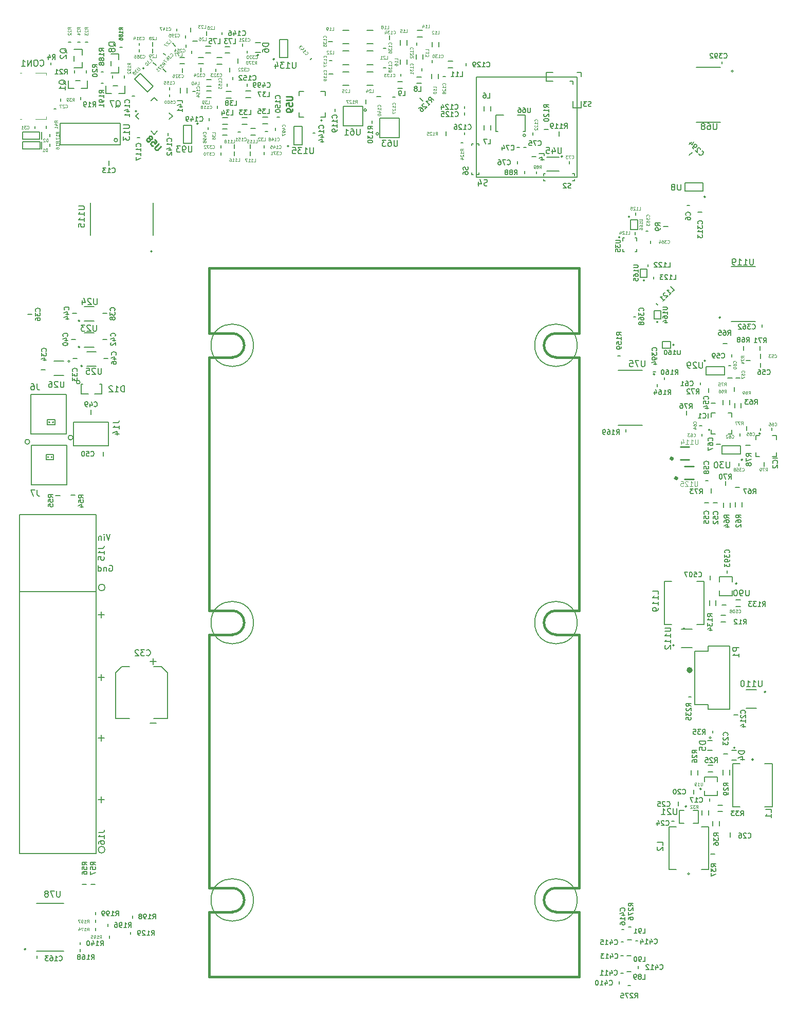
<source format=gbo>
G04 #@! TF.FileFunction,Legend,Bot*
%FSLAX46Y46*%
G04 Gerber Fmt 4.6, Leading zero omitted, Abs format (unit mm)*
G04 Created by KiCad (PCBNEW 4.0.7) date Mon Jan 13 15:14:29 2020*
%MOMM*%
%LPD*%
G01*
G04 APERTURE LIST*
%ADD10C,0.150000*%
%ADD11C,0.200000*%
%ADD12C,0.195580*%
%ADD13C,0.500000*%
%ADD14C,0.120000*%
%ADD15C,0.200660*%
%ADD16C,0.127000*%
%ADD17C,0.152400*%
%ADD18C,0.250000*%
%ADD19C,0.400000*%
%ADD20C,0.125000*%
%ADD21C,0.187500*%
G04 APERTURE END LIST*
D10*
D11*
X178689300Y-85744740D02*
G75*
G03X178689300Y-85744740I-127000J0D01*
G01*
D10*
X181207280Y-85882520D02*
X181457280Y-85882520D01*
X181457280Y-86332520D02*
X181457280Y-85882520D01*
X179407280Y-85882520D02*
X179157280Y-85882520D01*
X179157280Y-86332520D02*
X179157280Y-85882520D01*
X181457280Y-88182520D02*
X181457280Y-87732520D01*
X181207280Y-88182520D02*
X181457280Y-88182520D01*
X179157280Y-88182520D02*
X179157280Y-87732520D01*
X179407280Y-88182520D02*
X179157280Y-88182520D01*
D11*
X93228780Y-148521980D02*
X93228780Y-147505980D01*
X93736780Y-148013980D02*
X92720780Y-148013980D01*
X93736780Y-158300980D02*
X92720780Y-158300980D01*
X93228780Y-158808980D02*
X93228780Y-157792980D01*
X93228780Y-168841980D02*
X93228780Y-167825980D01*
X93736780Y-168333980D02*
X92720780Y-168333980D01*
X93736780Y-178493980D02*
X92720780Y-178493980D01*
X93228780Y-179001980D02*
X93228780Y-177985980D01*
X93845048Y-186742980D02*
G75*
G03X93845048Y-186742980I-552268J0D01*
G01*
D10*
X92353780Y-144193980D02*
X79753780Y-144193980D01*
X79753780Y-187393980D02*
X79753780Y-144193980D01*
X92353780Y-187393980D02*
X79753780Y-187393980D01*
X92353780Y-187393980D02*
X92353780Y-144193980D01*
D12*
X89863780Y-63054600D02*
X89863780Y-62658360D01*
X90752780Y-58673100D02*
X90752780Y-58276860D01*
X88847780Y-58276860D02*
X88847780Y-58673100D01*
X88244100Y-53584980D02*
X87847860Y-53584980D01*
X90618160Y-53585480D02*
X91014400Y-53585480D01*
X89321060Y-53610380D02*
X89717300Y-53610380D01*
D11*
X193260780Y-163596580D02*
X193260780Y-162796580D01*
X193260780Y-162796580D02*
X191210780Y-162796580D01*
X191210780Y-162796580D02*
X191010780Y-162796580D01*
X191010780Y-162796580D02*
X191010780Y-159096580D01*
X191010780Y-159096580D02*
X191010780Y-153996580D01*
X191010780Y-153996580D02*
X193260780Y-153996580D01*
X193260780Y-153996580D02*
X193260780Y-153196580D01*
X193260780Y-153196580D02*
X196810780Y-153196580D01*
X196810780Y-163596580D02*
X193310780Y-163596580D01*
X193310780Y-163596580D02*
X193260780Y-163596580D01*
X196810780Y-153196580D02*
X196810780Y-163596580D01*
D13*
X190411229Y-157132220D02*
G75*
G03X190411229Y-157132220I-244369J0D01*
G01*
D11*
X155056660Y-75895940D02*
X171616660Y-75895940D01*
X171616660Y-75895940D02*
X171616660Y-59335940D01*
X155056660Y-59335940D02*
X171616660Y-59335940D01*
X155056660Y-75895940D02*
X155056660Y-59335940D01*
D14*
X84193780Y-58643980D02*
X84193780Y-59023980D01*
X80143780Y-58643980D02*
X79883780Y-58643980D01*
X84193780Y-58643980D02*
X82423780Y-58643980D01*
X84193780Y-66263980D02*
X84193780Y-65883980D01*
X82423780Y-66263980D02*
X84193780Y-66263980D01*
X79883780Y-66263980D02*
X80143780Y-66263980D01*
D12*
X202427260Y-123549280D02*
X202427260Y-122853320D01*
D15*
X197740960Y-130254880D02*
X197740960Y-129457320D01*
X198817920Y-130254880D02*
X198817920Y-129457320D01*
X197599400Y-113916180D02*
X197599400Y-113118620D01*
X198676360Y-113916180D02*
X198676360Y-113118620D01*
X195775000Y-130300600D02*
X195775000Y-129503040D01*
X196851960Y-130300600D02*
X196851960Y-129503040D01*
X195703880Y-113399440D02*
X195703880Y-112601880D01*
X196780840Y-113399440D02*
X196780840Y-112601880D01*
D12*
X196092500Y-125952120D02*
X196092500Y-126648080D01*
X201803100Y-104391180D02*
X201803100Y-103695220D01*
X193313740Y-110661320D02*
X193313740Y-111357280D01*
X189687200Y-114371120D02*
X189687200Y-115067080D01*
X196394760Y-103267380D02*
X195698800Y-103267380D01*
X199095460Y-104386100D02*
X199095460Y-103690140D01*
X199597700Y-116940200D02*
X199597700Y-117636160D01*
X200128560Y-120061860D02*
X199432600Y-120061860D01*
D15*
X191495460Y-173645400D02*
X191495460Y-174442960D01*
X190418500Y-173645400D02*
X190418500Y-174442960D01*
X196740560Y-173581900D02*
X196740560Y-174379460D01*
X195663600Y-173581900D02*
X195663600Y-174379460D01*
X194825400Y-179385800D02*
X195622960Y-179385800D01*
X194825400Y-180462760D02*
X195622960Y-180462760D01*
X195076860Y-182002000D02*
X195076860Y-182799560D01*
X193999900Y-182002000D02*
X193999900Y-182799560D01*
D16*
X96396780Y-66955980D02*
X96396780Y-70511980D01*
X86490780Y-66955980D02*
X86490780Y-70511980D01*
X86490780Y-66955980D02*
X96396780Y-66955980D01*
X96396780Y-70511980D02*
X86490780Y-70511980D01*
X95918761Y-69749980D02*
G75*
G03X95918761Y-69749980I-283981J0D01*
G01*
D12*
X193191820Y-125939420D02*
X192795580Y-125939420D01*
X197154220Y-105116500D02*
X197154220Y-105512740D01*
X196966940Y-106941340D02*
X196570700Y-106941340D01*
X191942140Y-109703740D02*
X191942140Y-110099980D01*
X198434380Y-118553100D02*
X198434380Y-118156860D01*
X192236780Y-118558180D02*
X192236780Y-118161940D01*
X192175820Y-116820820D02*
X191779580Y-116820820D01*
X201832900Y-117628540D02*
X201832900Y-117232300D01*
X203727740Y-117211980D02*
X203727740Y-117608220D01*
X198332780Y-123033660D02*
X198332780Y-123429900D01*
X194340260Y-187429980D02*
X193644300Y-187429980D01*
D10*
X108122540Y-70295500D02*
X106772540Y-70295500D01*
X106772540Y-67295500D02*
X106772540Y-70295500D01*
X108122540Y-67295500D02*
X108122540Y-70295500D01*
X108122540Y-67295500D02*
X106772540Y-67295500D01*
D17*
X109233517Y-67055780D02*
G75*
G03X109233517Y-67055780I-146017J0D01*
G01*
D15*
X106959860Y-57195320D02*
X106162300Y-57195320D01*
X106959860Y-56118360D02*
X106162300Y-56118360D01*
X110045960Y-57195320D02*
X109248400Y-57195320D01*
X110045960Y-56118360D02*
X109248400Y-56118360D01*
X111257540Y-55389380D02*
X110459980Y-55389380D01*
X111257540Y-54312420D02*
X110459980Y-54312420D01*
X113109200Y-57228340D02*
X112311640Y-57228340D01*
X113109200Y-56151380D02*
X112311640Y-56151380D01*
X114404600Y-55412240D02*
X113607040Y-55412240D01*
X114404600Y-54335280D02*
X113607040Y-54335280D01*
D12*
X108328920Y-53456440D02*
X109024880Y-53456440D01*
X103775092Y-55719972D02*
X103494908Y-55439788D01*
X99520200Y-54820420D02*
X99520200Y-55216660D01*
X108105400Y-55427480D02*
X108105400Y-55031240D01*
X109649720Y-57830320D02*
X109649720Y-58526280D01*
X112146540Y-58384040D02*
X112146540Y-57987800D01*
X114417300Y-58533900D02*
X114417300Y-57837940D01*
X116482320Y-54276860D02*
X116482320Y-53880620D01*
X117249400Y-55404620D02*
X117249400Y-55008380D01*
X99532900Y-53728220D02*
X99532900Y-54124460D01*
X107076700Y-52923040D02*
X107076700Y-52526800D01*
X107206240Y-54017780D02*
X107206240Y-54414020D01*
X106573780Y-58594860D02*
X106573780Y-57898900D01*
D10*
X122606900Y-53168020D02*
X123956900Y-53168020D01*
X123956900Y-56168020D02*
X123956900Y-53168020D01*
X122606900Y-56168020D02*
X122606900Y-53168020D01*
X122606900Y-56168020D02*
X123956900Y-56168020D01*
D17*
X121787957Y-56407740D02*
G75*
G03X121787957Y-56407740I-146017J0D01*
G01*
D12*
X105460939Y-54253679D02*
X104968821Y-53761561D01*
X101730000Y-53570740D02*
X101730000Y-54266700D01*
X101737620Y-54698500D02*
X101737620Y-55394460D01*
X102265619Y-57443919D02*
X101773501Y-56951801D01*
D10*
X101776977Y-60885103D02*
X100822383Y-61839697D01*
X98701063Y-59718377D02*
X100822383Y-61839697D01*
X99655657Y-58763783D02*
X101776977Y-60885103D01*
X99655657Y-58763783D02*
X98701063Y-59718377D01*
D17*
X100314496Y-57911945D02*
G75*
G03X100314496Y-57911945I-146017J0D01*
G01*
D12*
X192207340Y-81609800D02*
X191511380Y-81609800D01*
X190124861Y-72262279D02*
X190616979Y-71770161D01*
D15*
X113995660Y-68945360D02*
X113198100Y-68945360D01*
X113995660Y-67868400D02*
X113198100Y-67868400D01*
X120627600Y-67075920D02*
X119830040Y-67075920D01*
X120627600Y-65998960D02*
X119830040Y-65998960D01*
X113220960Y-66059920D02*
X114018520Y-66059920D01*
X113220960Y-67136880D02*
X114018520Y-67136880D01*
X116456920Y-66044680D02*
X117254480Y-66044680D01*
X116456920Y-67121640D02*
X117254480Y-67121640D01*
X118628620Y-68884400D02*
X117831060Y-68884400D01*
X118628620Y-67807440D02*
X117831060Y-67807440D01*
D16*
X133032070Y-60729670D02*
X134032070Y-60729670D01*
X133032070Y-58499670D02*
X134032070Y-58499670D01*
X136999550Y-60724590D02*
X137999550Y-60724590D01*
X136999550Y-58494590D02*
X137999550Y-58494590D01*
X133054930Y-57282890D02*
X134054930Y-57282890D01*
X133054930Y-55052890D02*
X134054930Y-55052890D01*
X136986850Y-57282890D02*
X137986850Y-57282890D01*
X136986850Y-55052890D02*
X137986850Y-55052890D01*
X133009210Y-53848810D02*
X134009210Y-53848810D01*
X133009210Y-51618810D02*
X134009210Y-51618810D01*
X136994470Y-53853890D02*
X137994470Y-53853890D01*
X136994470Y-51623890D02*
X137994470Y-51623890D01*
D15*
X142532560Y-57281680D02*
X142532560Y-56484120D01*
X143609520Y-57281680D02*
X143609520Y-56484120D01*
X142547800Y-54096520D02*
X142547800Y-53298960D01*
X143624760Y-54096520D02*
X143624760Y-53298960D01*
X146108880Y-52714760D02*
X145311320Y-52714760D01*
X146108880Y-51637800D02*
X145311320Y-51637800D01*
X145130980Y-56405380D02*
X145130980Y-55607820D01*
X146207940Y-56405380D02*
X146207940Y-55607820D01*
X147759880Y-54355600D02*
X147759880Y-53558040D01*
X148836840Y-54355600D02*
X148836840Y-53558040D01*
X151153320Y-57820160D02*
X150355760Y-57820160D01*
X151153320Y-56743200D02*
X150355760Y-56743200D01*
X147709080Y-59638800D02*
X147709080Y-58841240D01*
X148786040Y-59638800D02*
X148786040Y-58841240D01*
X142049960Y-60121400D02*
X142847520Y-60121400D01*
X142049960Y-61198360D02*
X142847520Y-61198360D01*
X145214800Y-59323840D02*
X146012360Y-59323840D01*
X145214800Y-60400800D02*
X146012360Y-60400800D01*
D12*
X115738100Y-68381480D02*
X116134340Y-68381480D01*
X122580860Y-65981180D02*
X122184620Y-65981180D01*
X111006080Y-66143740D02*
X111006080Y-66539980D01*
X120670780Y-68358620D02*
X120274540Y-68358620D01*
X105700020Y-51376180D02*
X105700020Y-51772420D01*
X113106660Y-52351540D02*
X113106660Y-51955300D01*
X131401010Y-58852670D02*
X130705050Y-58852670D01*
X140095430Y-57862070D02*
X139699190Y-57862070D01*
X130832050Y-56612390D02*
X131228290Y-56612390D01*
X140115750Y-54600710D02*
X139719510Y-54600710D01*
X130672030Y-53480570D02*
X131367990Y-53480570D01*
X140757100Y-53166880D02*
X140757100Y-52470920D01*
X142585900Y-58818380D02*
X142585900Y-59214620D01*
X145199560Y-54078740D02*
X145199560Y-53682500D01*
X146075860Y-58315460D02*
X146075860Y-57919220D01*
X147782740Y-56959100D02*
X147782740Y-56562860D01*
X153345340Y-57507740D02*
X153345340Y-57111500D01*
X149550580Y-59306060D02*
X149946820Y-59306060D01*
X141275260Y-62636000D02*
X141671500Y-62636000D01*
X180100620Y-199437620D02*
X180496860Y-199437620D01*
X179999020Y-209170900D02*
X180395260Y-209170900D01*
X152862740Y-70189960D02*
X152466500Y-70189960D01*
X179889800Y-201632180D02*
X180585760Y-201632180D01*
X179844080Y-204243300D02*
X180540040Y-204243300D01*
X179828840Y-206874740D02*
X180524800Y-206874740D01*
D15*
X106300740Y-61950480D02*
X106300740Y-61152920D01*
X107377700Y-61950480D02*
X107377700Y-61152920D01*
X111389620Y-60863080D02*
X110592060Y-60863080D01*
X111389620Y-59786120D02*
X110592060Y-59786120D01*
X111387080Y-62735060D02*
X110589520Y-62735060D01*
X111387080Y-61658100D02*
X110589520Y-61658100D01*
X114638280Y-62785860D02*
X113840720Y-62785860D01*
X114638280Y-61708900D02*
X113840720Y-61708900D01*
X117838680Y-62760460D02*
X117041120Y-62760460D01*
X117838680Y-61683500D02*
X117041120Y-61683500D01*
D12*
X179358940Y-199925300D02*
X178962700Y-199925300D01*
X178886500Y-201972540D02*
X179282740Y-201972540D01*
X181641900Y-201723980D02*
X181245660Y-201723980D01*
X178861100Y-204253460D02*
X179257340Y-204253460D01*
X181693780Y-206352100D02*
X181693780Y-205955860D01*
X178820460Y-207077940D02*
X179216700Y-207077940D01*
X178613780Y-208455860D02*
X178613780Y-208852100D01*
X104478280Y-61061200D02*
X104478280Y-61457440D01*
X108288400Y-61761700D02*
X108684640Y-61761700D01*
X113934700Y-60858000D02*
X113934700Y-60461760D01*
X114874500Y-59778500D02*
X114874500Y-59382260D01*
X137838640Y-66567920D02*
X137838640Y-66964160D01*
X161851280Y-73241320D02*
X161851280Y-73637560D01*
X163236100Y-70924020D02*
X162839860Y-70924020D01*
X170361280Y-73251320D02*
X170361280Y-73647560D01*
D15*
X156294280Y-64942320D02*
X156294280Y-64144760D01*
X157371240Y-64942320D02*
X157371240Y-64144760D01*
X156294280Y-68091920D02*
X156294280Y-67294360D01*
X157371240Y-68091920D02*
X157371240Y-67294360D01*
D11*
X163138085Y-68964940D02*
G75*
G03X163138085Y-68964940I-200805J0D01*
G01*
D10*
X162701280Y-68359440D02*
X163051280Y-68359440D01*
X163051280Y-68359440D02*
X163051280Y-65609440D01*
X163051280Y-65609440D02*
X161801280Y-65609440D01*
X158551280Y-68359440D02*
X158251280Y-68359440D01*
X158251280Y-68359440D02*
X158251280Y-65609440D01*
X158251280Y-65609440D02*
X159501280Y-65609440D01*
X124969100Y-67513940D02*
X126319100Y-67513940D01*
X126319100Y-70513940D02*
X126319100Y-67513940D01*
X124969100Y-70513940D02*
X124969100Y-67513940D01*
X124969100Y-70513940D02*
X126319100Y-70513940D01*
D17*
X124150157Y-70753660D02*
G75*
G03X124150157Y-70753660I-146017J0D01*
G01*
D12*
X166183300Y-68029440D02*
X166879260Y-68029440D01*
X110576820Y-52506480D02*
X110576820Y-51810520D01*
X107942840Y-51241560D02*
X107942840Y-51937520D01*
X190155400Y-80482520D02*
X189759160Y-80482520D01*
X99182380Y-69333980D02*
X99578620Y-69333980D01*
X153121820Y-65630660D02*
X153121820Y-65234420D01*
X183345280Y-84772100D02*
X182949040Y-84772100D01*
X183769000Y-86748620D02*
X183769000Y-86352380D01*
D10*
X189407280Y-78157520D02*
X189407280Y-76807520D01*
X192407280Y-76807520D02*
X189407280Y-76807520D01*
X192407280Y-78157520D02*
X189407280Y-78157520D01*
X192407280Y-78157520D02*
X192407280Y-76807520D01*
D17*
X192793017Y-79122480D02*
G75*
G03X192793017Y-79122480I-146017J0D01*
G01*
D12*
X120043400Y-70614140D02*
X120043400Y-71010380D01*
X112964420Y-71787620D02*
X112964420Y-72183860D01*
X120053560Y-72153380D02*
X120053560Y-71757140D01*
X112959340Y-71010380D02*
X112959340Y-70614140D01*
X117815820Y-71160240D02*
X117815820Y-70464280D01*
X115176760Y-72326100D02*
X115176760Y-71630140D01*
X117820900Y-71622520D02*
X117820900Y-72318480D01*
X115184380Y-71160240D02*
X115184380Y-70464280D01*
X162133740Y-70924020D02*
X161737500Y-70924020D01*
X112344660Y-64492740D02*
X112344660Y-64096500D01*
X131724860Y-64614660D02*
X131724860Y-65010900D01*
X164381280Y-68907560D02*
X164381280Y-68511320D01*
X153129440Y-64546080D02*
X153129440Y-64149840D01*
X153121820Y-68879320D02*
X153121820Y-68483080D01*
X98740420Y-62483600D02*
X98344180Y-62483600D01*
X104264920Y-68983460D02*
X104264920Y-68587220D01*
X127698568Y-56489592D02*
X127978752Y-56209408D01*
X128493980Y-68561820D02*
X128097740Y-68561820D01*
X121935700Y-67774420D02*
X121935700Y-68170660D01*
X110807960Y-67637260D02*
X110807960Y-68033500D01*
X117277340Y-60494780D02*
X117277340Y-60891020D01*
X104493520Y-62206740D02*
X104493520Y-62602980D01*
X139322000Y-62613140D02*
X138626040Y-62613140D01*
X186581240Y-84035500D02*
X185885280Y-84035500D01*
X168631280Y-69067420D02*
X168631280Y-68371460D01*
X150045880Y-69011400D02*
X150045880Y-68315440D01*
X145753601Y-62854761D02*
X146245719Y-63346879D01*
X136825180Y-63753600D02*
X136825180Y-63057640D01*
X115773660Y-57040380D02*
X115773660Y-56344420D01*
X103873439Y-58508179D02*
X103381321Y-58016061D01*
X92257300Y-199634980D02*
X92257300Y-200031220D01*
X94473780Y-73881960D02*
X94473780Y-73186000D01*
X193496980Y-178354560D02*
X193496980Y-178750800D01*
X190893480Y-177529060D02*
X190893480Y-176833100D01*
X195765200Y-170907280D02*
X196461160Y-170907280D01*
X187238060Y-182032780D02*
X187634300Y-182032780D01*
X188353480Y-179497560D02*
X188353480Y-178801600D01*
X196887880Y-183932400D02*
X196887880Y-184628360D01*
X85405660Y-64613980D02*
X85801900Y-64613980D01*
X82283780Y-67445860D02*
X82283780Y-67842100D01*
X194088440Y-129581780D02*
X194784400Y-129581780D01*
X201818340Y-105717060D02*
X201818340Y-105021100D01*
X193727760Y-113142900D02*
X194423720Y-113142900D01*
X192635560Y-129515740D02*
X193331520Y-129515740D01*
X201843740Y-107210580D02*
X201843740Y-106514620D01*
X197766360Y-108941740D02*
X198462320Y-108941740D01*
X195257520Y-119872480D02*
X194561560Y-119872480D01*
X197476800Y-164532180D02*
X198172760Y-164532180D01*
D11*
X83413780Y-71183980D02*
X83413780Y-69983980D01*
X80313780Y-71183980D02*
X80313780Y-69983980D01*
X80313780Y-69983980D02*
X83113780Y-69983980D01*
X83113780Y-69983980D02*
X83113780Y-71183980D01*
X83113780Y-71183980D02*
X80313780Y-71183980D01*
X83403780Y-69573980D02*
X83403780Y-68373980D01*
X80303780Y-69573980D02*
X80303780Y-68373980D01*
X80303780Y-68373980D02*
X83103780Y-68373980D01*
X83103780Y-68373980D02*
X83103780Y-69573980D01*
X83103780Y-69573980D02*
X80303780Y-69573980D01*
D10*
X197132100Y-114760140D02*
X196482100Y-114760140D01*
X194382100Y-114760140D02*
X193732100Y-114760140D01*
X197132100Y-115410140D02*
X197132100Y-114760140D01*
X193732100Y-115410140D02*
X193732100Y-114760140D01*
X193732100Y-118160140D02*
X193732100Y-117510140D01*
X194382100Y-118160140D02*
X193732100Y-118160140D01*
X197132100Y-118160140D02*
X197132100Y-117510140D01*
X197132100Y-118160140D02*
X196482100Y-118160140D01*
D17*
X193538397Y-117520180D02*
G75*
G03X193538397Y-117520180I-146017J0D01*
G01*
D10*
X204467620Y-121883780D02*
X204467620Y-121233780D01*
X204467620Y-119133780D02*
X204467620Y-118483780D01*
X203817620Y-121883780D02*
X204467620Y-121883780D01*
X203817620Y-118483780D02*
X204467620Y-118483780D01*
X201067620Y-118483780D02*
X201717620Y-118483780D01*
X201067620Y-119133780D02*
X201067620Y-118483780D01*
X201067620Y-121883780D02*
X201717620Y-121883780D01*
X201067620Y-121883780D02*
X201067620Y-121233780D01*
D17*
X201853597Y-118144060D02*
G75*
G03X201853597Y-118144060I-146017J0D01*
G01*
D12*
X84963780Y-57342100D02*
X84963780Y-56945860D01*
X84793780Y-70385860D02*
X84793780Y-70782100D01*
X84769380Y-68779260D02*
X84769380Y-69175500D01*
D15*
X193984660Y-173922260D02*
X193187100Y-173922260D01*
X193984660Y-172845300D02*
X193187100Y-172845300D01*
X192196500Y-181046960D02*
X192196500Y-180249400D01*
X193273460Y-181046960D02*
X193273460Y-180249400D01*
D12*
X193984300Y-167112820D02*
X193984300Y-167509060D01*
X86583780Y-62905860D02*
X86583780Y-63302100D01*
X197720640Y-127021460D02*
X198416600Y-127021460D01*
X197550460Y-111204880D02*
X197550460Y-110508920D01*
X193750620Y-127897760D02*
X193750620Y-127201800D01*
X200184440Y-106086780D02*
X199488480Y-106086780D01*
X96697400Y-54435480D02*
X96301160Y-54435480D01*
X95102280Y-59126860D02*
X95102280Y-59523100D01*
X93202360Y-58550280D02*
X93598600Y-58550280D01*
X93598600Y-60379080D02*
X93202360Y-60379080D01*
X97070780Y-59126860D02*
X97070780Y-59523100D01*
X190037460Y-161546180D02*
X190433700Y-161546180D01*
D10*
X194750180Y-175516680D02*
X194750180Y-174716680D01*
X194750180Y-177816680D02*
X194750180Y-177016680D01*
X192650180Y-177816680D02*
X192650180Y-177016680D01*
X192650180Y-175516680D02*
X192650180Y-174716680D01*
X192650180Y-174716680D02*
X194750180Y-174716680D01*
X192650180Y-177816680D02*
X194750180Y-177816680D01*
D17*
X192106477Y-176726720D02*
G75*
G03X192106477Y-176726720I-146017J0D01*
G01*
D10*
X190779880Y-182396680D02*
X191579880Y-182396680D01*
X188479880Y-182396680D02*
X189279880Y-182396680D01*
X188479880Y-180296680D02*
X189279880Y-180296680D01*
X190779880Y-180296680D02*
X191579880Y-180296680D01*
X191579880Y-180296680D02*
X191579880Y-182396680D01*
X188479880Y-180296680D02*
X188479880Y-182396680D01*
D17*
X189715857Y-179606960D02*
G75*
G03X189715857Y-179606960I-146017J0D01*
G01*
D10*
X195906620Y-107091840D02*
X195906620Y-108441840D01*
X192906620Y-108441840D02*
X195906620Y-108441840D01*
X192906620Y-107091840D02*
X195906620Y-107091840D01*
X192906620Y-107091840D02*
X192906620Y-108441840D01*
D17*
X192812917Y-106126880D02*
G75*
G03X192812917Y-106126880I-146017J0D01*
G01*
D10*
X195543140Y-121477120D02*
X195543140Y-120127120D01*
X198543140Y-120127120D02*
X195543140Y-120127120D01*
X198543140Y-121477120D02*
X195543140Y-121477120D01*
X198543140Y-121477120D02*
X198543140Y-120127120D01*
D17*
X198928877Y-122442080D02*
G75*
G03X198928877Y-122442080I-146017J0D01*
G01*
D10*
X201219780Y-163401380D02*
X199469780Y-163401380D01*
X201219780Y-160351380D02*
X199469780Y-160351380D01*
D17*
X202730517Y-160716340D02*
G75*
G03X202730517Y-160716340I-146017J0D01*
G01*
D12*
X94329940Y-198964420D02*
X94329940Y-199360660D01*
X92267460Y-198324340D02*
X92267460Y-198720580D01*
X98363460Y-197643620D02*
X98363460Y-198039860D01*
X92303020Y-197044180D02*
X92303020Y-197440420D01*
X89281760Y-105763980D02*
X88585800Y-105763980D01*
X83344440Y-107580300D02*
X84040400Y-107580300D01*
X81841760Y-98503980D02*
X81145800Y-98503980D01*
X94201760Y-98323980D02*
X93505800Y-98323980D01*
X88978160Y-102606980D02*
X88282200Y-102606980D01*
X94181760Y-102583980D02*
X93485800Y-102583980D01*
X89171760Y-98283980D02*
X88475800Y-98283980D01*
X94361760Y-105783980D02*
X93665800Y-105783980D01*
X93603780Y-121861960D02*
X93603780Y-121166000D01*
X202142780Y-100173660D02*
X202142780Y-100569900D01*
X180925660Y-98863980D02*
X181321900Y-98863980D01*
X195493780Y-57182100D02*
X195493780Y-56785860D01*
X84193780Y-67832100D02*
X84193780Y-67435860D01*
X88256800Y-128245740D02*
X88952760Y-128245740D01*
X85737120Y-128382900D02*
X86433080Y-128382900D01*
X90801760Y-192443980D02*
X90105800Y-192443980D01*
X92231760Y-192433980D02*
X91535800Y-192433980D01*
X98094220Y-200305540D02*
X98094220Y-200701780D01*
X178348060Y-105299380D02*
X178744300Y-105299380D01*
X186044260Y-108850300D02*
X186044260Y-109246540D01*
X184835220Y-110008540D02*
X184835220Y-110404780D01*
X179648540Y-117852060D02*
X179648540Y-117455820D01*
X94619500Y-200930380D02*
X94619500Y-201326620D01*
D10*
X90413780Y-103878980D02*
X92013780Y-103878980D01*
X90413780Y-101528980D02*
X92013780Y-101528980D01*
D17*
X89720077Y-103864020D02*
G75*
G03X89720077Y-103864020I-146017J0D01*
G01*
D10*
X90413780Y-99558980D02*
X92013780Y-99558980D01*
X90413780Y-97208980D02*
X92013780Y-97208980D01*
D17*
X89720077Y-99544020D02*
G75*
G03X89720077Y-99544020I-146017J0D01*
G01*
D10*
X90823780Y-107028980D02*
X92423780Y-107028980D01*
X90823780Y-104678980D02*
X92423780Y-104678980D01*
D17*
X90130077Y-107014020D02*
G75*
G03X90130077Y-107014020I-146017J0D01*
G01*
D10*
X87042580Y-106207180D02*
X85442580Y-106207180D01*
X87042580Y-108557180D02*
X85442580Y-108557180D01*
D17*
X88028317Y-106222140D02*
G75*
G03X88028317Y-106222140I-146017J0D01*
G01*
D12*
X91541600Y-114952780D02*
X91541600Y-114256820D01*
X82623780Y-204235860D02*
X82623780Y-204632100D01*
X184149420Y-107940980D02*
X184545660Y-107940980D01*
X164963780Y-74905860D02*
X164963780Y-75302100D01*
X163033780Y-75282100D02*
X163033780Y-74885860D01*
X89763780Y-202392100D02*
X89763780Y-201995860D01*
X89763780Y-203145860D02*
X89763780Y-203542100D01*
D11*
X104113780Y-157573980D02*
X103113780Y-156573980D01*
X95613780Y-157573980D02*
X96613780Y-156573980D01*
D10*
X101763780Y-156223980D02*
X101763780Y-155223980D01*
X101263780Y-155723980D02*
X102263780Y-155723980D01*
D11*
X101313780Y-165873980D02*
X102313780Y-165873980D01*
X96613780Y-156573980D02*
X97863780Y-156573980D01*
X101863780Y-156573980D02*
X103113780Y-156573980D01*
X101863780Y-165073980D02*
X104113780Y-165073980D01*
X95613780Y-165073980D02*
X97863780Y-165073980D01*
X104113780Y-165073980D02*
X104113780Y-157573980D01*
X95613780Y-165073980D02*
X95613780Y-157573980D01*
X99056894Y-64965161D02*
G75*
G03X99056894Y-64965161I-127000J0D01*
G01*
X101938280Y-68818539D02*
X102468610Y-68288209D01*
X101407950Y-68288209D02*
X101938280Y-68818539D01*
X98897721Y-65777980D02*
X99428051Y-66308310D01*
X99428051Y-65247650D02*
X98897721Y-65777980D01*
X104978839Y-65777980D02*
X104448509Y-65247650D01*
X104448509Y-66308310D02*
X104978839Y-65777980D01*
X101938280Y-62737421D02*
X102468610Y-63267751D01*
X101407950Y-63267751D02*
X101938280Y-62737421D01*
X129650240Y-66539420D02*
G75*
G03X129650240Y-66539420I-127000J0D01*
G01*
X130120740Y-61687420D02*
X129370740Y-61687420D01*
X130120740Y-62437420D02*
X130120740Y-61687420D01*
X130120740Y-65987420D02*
X130120740Y-65237420D01*
X129370740Y-65987420D02*
X130120740Y-65987420D01*
X125820740Y-61687420D02*
X125820740Y-62437420D01*
X126570740Y-61687420D02*
X125820740Y-61687420D01*
X125820740Y-65987420D02*
X125820740Y-65237420D01*
X126570740Y-65987420D02*
X125820740Y-65987420D01*
X166100340Y-75586180D02*
X166100340Y-75286180D01*
X166100340Y-75286180D02*
X166400340Y-75286180D01*
X171200340Y-75286180D02*
X171200340Y-75586180D01*
X171200340Y-76486180D02*
X170900340Y-76486180D01*
X171200340Y-76186180D02*
X171200340Y-76486180D01*
X171200340Y-75286180D02*
X170900340Y-75286180D01*
X166100340Y-76486180D02*
X166400340Y-76486180D01*
X166100340Y-76486180D02*
X166100340Y-76186180D01*
X170417060Y-60035540D02*
X170917060Y-60035540D01*
X170917060Y-60035540D02*
X170917060Y-60535540D01*
X172317060Y-58635540D02*
X172317060Y-59235540D01*
X171617060Y-58635540D02*
X172317060Y-58635540D01*
X172317060Y-64435540D02*
X172317060Y-63335540D01*
X170917060Y-64435540D02*
X170917060Y-63335540D01*
X170917060Y-64435540D02*
X172317060Y-64435540D01*
X166517060Y-58635540D02*
X167617060Y-58635540D01*
X166517060Y-60035540D02*
X167617060Y-60035540D01*
D12*
X166517060Y-60035540D02*
X166517060Y-58635540D01*
D11*
X155147980Y-70333900D02*
X155447980Y-70333900D01*
X155447980Y-70333900D02*
X155447980Y-70633900D01*
X155447980Y-75433900D02*
X155147980Y-75433900D01*
X154247980Y-75433900D02*
X154247980Y-75133900D01*
X154547980Y-75433900D02*
X154247980Y-75433900D01*
X155447980Y-75433900D02*
X155447980Y-75133900D01*
X154247980Y-70333900D02*
X154247980Y-70633900D01*
X154247980Y-70333900D02*
X154547980Y-70333900D01*
D12*
X196338880Y-141146400D02*
X196338880Y-140750160D01*
X193595680Y-142286860D02*
X193595680Y-141590900D01*
X196178860Y-146358480D02*
X195482900Y-146358480D01*
D15*
X195305100Y-148118700D02*
X196102660Y-148118700D01*
X195305100Y-149195660D02*
X196102660Y-149195660D01*
X197768900Y-145553300D02*
X198566460Y-145553300D01*
X197768900Y-146630260D02*
X198566460Y-146630260D01*
X193450900Y-146452460D02*
X193450900Y-145654900D01*
X194527860Y-146452460D02*
X194527860Y-145654900D01*
D10*
X195060280Y-144060480D02*
X195060280Y-144860480D01*
X195060280Y-141760480D02*
X195060280Y-142560480D01*
X197160280Y-141760480D02*
X197160280Y-142560480D01*
X197160280Y-144060480D02*
X197160280Y-144860480D01*
X197160280Y-144860480D02*
X195060280Y-144860480D01*
X197160280Y-141760480D02*
X195060280Y-141760480D01*
D17*
X197996017Y-142850440D02*
G75*
G03X197996017Y-142850440I-146017J0D01*
G01*
D11*
X93861048Y-143505980D02*
G75*
G03X93861048Y-143505980I-552268J0D01*
G01*
D10*
X92353780Y-131473980D02*
X79753780Y-131473980D01*
X79753780Y-144193980D02*
X79753780Y-131473980D01*
X92353780Y-144193980D02*
X79753780Y-144193980D01*
X92353780Y-144193980D02*
X92353780Y-131473980D01*
X202570080Y-172564280D02*
X203770080Y-172564280D01*
X202570080Y-179664280D02*
X203770080Y-179664280D01*
X197270080Y-179664280D02*
X198470080Y-179664280D01*
X197270080Y-172564280D02*
X198470080Y-172564280D01*
X203770080Y-172564280D02*
X203770080Y-179664280D01*
X197270080Y-172564280D02*
X197270080Y-179664280D01*
D17*
X200706057Y-171874560D02*
G75*
G03X200706057Y-171874560I-146017J0D01*
G01*
D10*
X188005280Y-190027480D02*
X186805280Y-190027480D01*
X188005280Y-182927480D02*
X186805280Y-182927480D01*
X193305280Y-182927480D02*
X192105280Y-182927480D01*
X193305280Y-190027480D02*
X192105280Y-190027480D01*
X186805280Y-190027480D02*
X186805280Y-182927480D01*
X193305280Y-190027480D02*
X193305280Y-182927480D01*
D17*
X190161337Y-190717200D02*
G75*
G03X190161337Y-190717200I-146017J0D01*
G01*
D12*
X164193300Y-72449440D02*
X164889260Y-72449440D01*
D10*
X187240380Y-149590980D02*
X186040380Y-149590980D01*
X187240380Y-142490980D02*
X186040380Y-142490980D01*
X192540380Y-142490980D02*
X191340380Y-142490980D01*
X192540380Y-149590980D02*
X191340380Y-149590980D01*
X186040380Y-149590980D02*
X186040380Y-142490980D01*
X192540380Y-149590980D02*
X192540380Y-142490980D01*
D17*
X189396437Y-150280700D02*
G75*
G03X189396437Y-150280700I-146017J0D01*
G01*
D12*
X196470960Y-108941740D02*
X197166920Y-108941740D01*
D18*
X188623780Y-122428980D02*
X190093780Y-122428980D01*
D13*
X187336893Y-122244980D02*
G75*
G03X187336893Y-122244980I-115953J0D01*
G01*
D18*
X188623780Y-120278980D02*
X190093780Y-120278980D01*
X189342220Y-125678380D02*
X190812220Y-125678380D01*
D13*
X188055333Y-125494380D02*
G75*
G03X188055333Y-125494380I-115953J0D01*
G01*
D18*
X189342220Y-123528380D02*
X190812220Y-123528380D01*
D11*
X88554292Y-118793980D02*
G75*
G03X88554292Y-118793980I-390512J0D01*
G01*
X81663780Y-118193980D02*
X87463780Y-118193980D01*
X81663780Y-111693980D02*
X87463780Y-111693980D01*
X87463780Y-118193980D02*
X87463780Y-111693980D01*
X81663780Y-111693980D02*
X81663780Y-118193980D01*
X81432892Y-119483380D02*
G75*
G03X81432892Y-119483380I-390512J0D01*
G01*
X87542380Y-120083380D02*
X81742380Y-120083380D01*
X87542380Y-126583380D02*
X81742380Y-126583380D01*
X81742380Y-120083380D02*
X81742380Y-126583380D01*
X87542380Y-126583380D02*
X87542380Y-120083380D01*
X94425780Y-120127180D02*
X94425780Y-116227180D01*
X94425780Y-116227180D02*
X88625780Y-116227180D01*
X94425780Y-120127180D02*
X88625780Y-120127180D01*
X88625780Y-120127180D02*
X88625780Y-116227180D01*
D10*
X166661280Y-74849440D02*
X168661280Y-74849440D01*
X166661280Y-72549440D02*
X168661280Y-72549440D01*
D17*
X169247257Y-72459720D02*
G75*
G03X169247257Y-72459720I-146017J0D01*
G01*
D11*
X197351894Y-58403980D02*
G75*
G03X197351894Y-58403980I-158114J0D01*
G01*
D10*
X195293780Y-66778980D02*
X191293780Y-66778980D01*
X195293780Y-57728980D02*
X191293780Y-57728980D01*
D11*
X184461894Y-108353980D02*
G75*
G03X184461894Y-108353980I-158114J0D01*
G01*
D10*
X182403780Y-116728980D02*
X178403780Y-116728980D01*
X182403780Y-107678980D02*
X178403780Y-107678980D01*
X82573780Y-195543980D02*
X87073780Y-195543980D01*
X82573780Y-203443980D02*
X87073780Y-203443980D01*
D17*
X80830077Y-203154020D02*
G75*
G03X80830077Y-203154020I-146017J0D01*
G01*
D10*
X91473780Y-85403980D02*
X91473780Y-80103980D01*
X101773780Y-85403980D02*
X101773780Y-80103980D01*
D17*
X101629837Y-88093700D02*
G75*
G03X101629837Y-88093700I-146017J0D01*
G01*
D11*
X195302094Y-99014780D02*
G75*
G03X195302094Y-99014780I-158114J0D01*
G01*
D10*
X197043980Y-90639780D02*
X201043980Y-90639780D01*
X197043980Y-99689780D02*
X201043980Y-99689780D01*
X90069280Y-57865980D02*
X88769280Y-57865980D01*
X90069280Y-54765980D02*
X88769280Y-54765980D01*
X90069280Y-57865980D02*
X90069280Y-56915980D01*
X90069280Y-55715980D02*
X90069280Y-54765980D01*
X88769280Y-56715980D02*
X88769280Y-55915980D01*
X87805780Y-61220480D02*
X87805780Y-59920480D01*
X90905780Y-61220480D02*
X90905780Y-59920480D01*
X87805780Y-61220480D02*
X88755780Y-61220480D01*
X89955780Y-61220480D02*
X90905780Y-61220480D01*
X88955780Y-59920480D02*
X89755780Y-59920480D01*
X96133280Y-58652480D02*
X94833280Y-58652480D01*
X96133280Y-55552480D02*
X94833280Y-55552480D01*
X96133280Y-58652480D02*
X96133280Y-57702480D01*
X96133280Y-56502480D02*
X96133280Y-55552480D01*
X94833280Y-57502480D02*
X94833280Y-56702480D01*
X93996780Y-62070480D02*
X93996780Y-60770480D01*
X97096780Y-62070480D02*
X97096780Y-60770480D01*
X93996780Y-62070480D02*
X94946780Y-62070480D01*
X96146780Y-62070480D02*
X97096780Y-62070480D01*
X95146780Y-60770480D02*
X95946780Y-60770480D01*
D11*
X85575700Y-116668500D02*
X84375700Y-116668500D01*
X85575700Y-115868500D02*
X84375700Y-115868500D01*
X84775700Y-116268500D02*
G75*
G03X84775700Y-116268500I-100000J0D01*
G01*
X85375700Y-116268500D02*
G75*
G03X85375700Y-116268500I-100000J0D01*
G01*
D15*
X85575700Y-115868500D02*
X85575700Y-116668500D01*
X84375700Y-115868500D02*
X84375700Y-116668500D01*
D11*
X84147100Y-121608900D02*
X85347100Y-121608900D01*
X84147100Y-122408900D02*
X85347100Y-122408900D01*
X85147100Y-122008900D02*
G75*
G03X85147100Y-122008900I-100000J0D01*
G01*
X84547100Y-122008900D02*
G75*
G03X84547100Y-122008900I-100000J0D01*
G01*
D15*
X84147100Y-122408900D02*
X84147100Y-121608900D01*
X85347100Y-122408900D02*
X85347100Y-121608900D01*
D10*
X188850300Y-150354300D02*
X190600300Y-150354300D01*
X188850300Y-153404300D02*
X190600300Y-153404300D01*
D17*
X187631597Y-153039340D02*
G75*
G03X187631597Y-153039340I-146017J0D01*
G01*
D11*
X89733948Y-109657500D02*
G75*
G03X89733948Y-109657500I-291548J0D01*
G01*
D16*
X89892400Y-111607500D02*
X89892400Y-110007500D01*
X89892400Y-110007500D02*
X90192400Y-110007500D01*
X92092400Y-111607500D02*
X93292400Y-111607500D01*
X93292400Y-111607500D02*
X93292400Y-110007500D01*
X93292400Y-110007500D02*
X92992400Y-110007500D01*
X91092400Y-111607500D02*
X89892400Y-111607500D01*
D10*
X136319520Y-64200840D02*
X136319520Y-67400840D01*
X133119520Y-64200840D02*
X133119520Y-67400840D01*
X136319520Y-64200840D02*
X133119520Y-64200840D01*
X136919520Y-64800840D02*
G75*
G03X136919520Y-64800840I-200000J0D01*
G01*
X136319520Y-67400840D02*
X133119520Y-67400840D01*
X139116460Y-69313460D02*
X139116460Y-66113460D01*
X142316460Y-69313460D02*
X142316460Y-66113460D01*
X139116460Y-69313460D02*
X142316460Y-69313460D01*
X138916460Y-68713460D02*
G75*
G03X138916460Y-68713460I-200000J0D01*
G01*
X139116460Y-66113460D02*
X142316460Y-66113460D01*
X119464460Y-53689220D02*
X118664460Y-53689220D01*
X119464460Y-55289220D02*
X118664460Y-55289220D01*
D17*
X119170517Y-55728940D02*
G75*
G03X119170517Y-55728940I-146017J0D01*
G01*
D10*
X193122380Y-170335680D02*
X193922380Y-170335680D01*
X193122380Y-168735680D02*
X193922380Y-168735680D01*
D17*
X193708357Y-168295960D02*
G75*
G03X193708357Y-168295960I-146017J0D01*
G01*
D10*
X197084780Y-171973980D02*
X197884780Y-171973980D01*
X197084780Y-170373980D02*
X197884780Y-170373980D01*
D17*
X197670757Y-169934260D02*
G75*
G03X197670757Y-169934260I-146017J0D01*
G01*
D12*
X184644908Y-96697408D02*
X184925092Y-96977592D01*
X183324500Y-90225880D02*
X183324500Y-90622120D01*
X184213500Y-92257880D02*
X184213500Y-92654120D01*
X181229000Y-84955380D02*
X181229000Y-85351620D01*
X181292500Y-81716880D02*
X181292500Y-82113120D01*
D11*
X180438500Y-82893000D02*
X180438500Y-84493000D01*
X180438500Y-82893000D02*
X181638500Y-82893000D01*
X180315500Y-82383000D02*
G75*
G03X180315500Y-82383000I-127000J0D01*
G01*
X181638500Y-82893000D02*
X181638500Y-84493000D01*
X180438500Y-84493000D02*
X181638500Y-84493000D01*
X187022500Y-102955000D02*
X185722500Y-102955000D01*
X187022500Y-102955000D02*
X187022500Y-104055000D01*
X187669500Y-103505000D02*
G75*
G03X187669500Y-103505000I-127000J0D01*
G01*
X187022500Y-104055000D02*
X185722500Y-104055000D01*
X185722500Y-102955000D02*
X185722500Y-104055000D01*
X185398500Y-99202000D02*
X185398500Y-97902000D01*
X185398500Y-99202000D02*
X184298500Y-99202000D01*
X184975500Y-99722000D02*
G75*
G03X184975500Y-99722000I-127000J0D01*
G01*
X184298500Y-99202000D02*
X184298500Y-97902000D01*
X185398500Y-97902000D02*
X184298500Y-97902000D01*
X183176000Y-92344000D02*
X183176000Y-91044000D01*
X183176000Y-92344000D02*
X182076000Y-92344000D01*
X182753000Y-92864000D02*
G75*
G03X182753000Y-92864000I-127000J0D01*
G01*
X182076000Y-92344000D02*
X182076000Y-91044000D01*
X183176000Y-91044000D02*
X182076000Y-91044000D01*
X171653540Y-103583340D02*
G75*
G03X171653540Y-103583340I-3500000J0D01*
G01*
X118313540Y-103583340D02*
G75*
G03X118313540Y-103583340I-3500000J0D01*
G01*
X171653540Y-195023340D02*
G75*
G03X171653540Y-195023340I-3500000J0D01*
G01*
X118313540Y-195023340D02*
G75*
G03X118313540Y-195023340I-3500000J0D01*
G01*
X171653540Y-149303340D02*
G75*
G03X171653540Y-149303340I-3500000J0D01*
G01*
X118313540Y-149303340D02*
G75*
G03X118313540Y-149303340I-3500000J0D01*
G01*
D19*
X166173540Y-103583340D02*
G75*
G03X168153540Y-105563340I1980000J0D01*
G01*
X166173540Y-149303340D02*
G75*
G03X168153540Y-151283340I1980000J0D01*
G01*
X166173540Y-195023340D02*
G75*
G03X168153540Y-197003340I1980000J0D01*
G01*
X116793540Y-195023340D02*
G75*
G03X114813540Y-193043340I-1980000J0D01*
G01*
X116793540Y-149303340D02*
G75*
G03X114813540Y-147323340I-1980000J0D01*
G01*
X116793540Y-103583340D02*
G75*
G03X114813540Y-101603340I-1980000J0D01*
G01*
X116793540Y-103583340D02*
G75*
G02X114813540Y-105563340I-1980000J0D01*
G01*
X116793540Y-149303340D02*
G75*
G02X114813540Y-151283340I-1980000J0D01*
G01*
X116793540Y-195023340D02*
G75*
G02X114813540Y-197003340I-1980000J0D01*
G01*
X166173540Y-195023340D02*
G75*
G02X168153540Y-193043340I1980000J0D01*
G01*
X166173540Y-103583340D02*
G75*
G02X168153540Y-101603340I1980000J0D01*
G01*
X166173540Y-149303340D02*
G75*
G02X168153540Y-147323340I1980000J0D01*
G01*
X111003540Y-101603340D02*
X114813540Y-101603340D01*
X111003540Y-105563340D02*
X114813540Y-105563340D01*
X111003540Y-147323340D02*
X114813540Y-147323340D01*
X111003540Y-151283340D02*
X114813540Y-151283340D01*
X111003540Y-193043340D02*
X114813540Y-193043340D01*
X111003540Y-197003340D02*
X114813540Y-197003340D01*
X168153540Y-197003340D02*
X171963540Y-197003340D01*
X168153540Y-193043340D02*
X171963540Y-193043340D01*
X168153540Y-151283340D02*
X171963540Y-151283340D01*
X168153540Y-147323340D02*
X171963540Y-147323340D01*
X168153540Y-105563340D02*
X171963540Y-105563340D01*
X168153540Y-101603340D02*
X171963540Y-101603340D01*
X111003540Y-90883340D02*
X111003540Y-101603340D01*
X111003540Y-105563340D02*
X111003540Y-147323340D01*
X111003540Y-151283340D02*
X111003540Y-193043340D01*
X111003540Y-197003340D02*
X111003540Y-207723340D01*
X171963540Y-197003340D02*
X171963540Y-207723340D01*
X171963540Y-151283340D02*
X171963540Y-193043340D01*
X171963540Y-105563340D02*
X171963540Y-147323340D01*
X171963540Y-90883340D02*
X171963540Y-101603340D01*
X111003540Y-207723340D02*
X171963540Y-207723340D01*
X111003540Y-90883340D02*
X171963540Y-90883340D01*
D10*
X178003226Y-86259888D02*
X178610369Y-86259888D01*
X178681797Y-86295603D01*
X178717511Y-86331317D01*
X178753226Y-86402746D01*
X178753226Y-86545603D01*
X178717511Y-86617031D01*
X178681797Y-86652746D01*
X178610369Y-86688460D01*
X178003226Y-86688460D01*
X178003226Y-86974174D02*
X178003226Y-87438460D01*
X178288940Y-87188460D01*
X178288940Y-87295602D01*
X178324654Y-87367031D01*
X178360369Y-87402745D01*
X178431797Y-87438460D01*
X178610369Y-87438460D01*
X178681797Y-87402745D01*
X178717511Y-87367031D01*
X178753226Y-87295602D01*
X178753226Y-87081317D01*
X178717511Y-87009888D01*
X178681797Y-86974174D01*
X178003226Y-88117031D02*
X178003226Y-87759888D01*
X178360369Y-87724174D01*
X178324654Y-87759888D01*
X178288940Y-87831317D01*
X178288940Y-88009888D01*
X178324654Y-88081317D01*
X178360369Y-88117031D01*
X178431797Y-88152746D01*
X178610369Y-88152746D01*
X178681797Y-88117031D01*
X178717511Y-88081317D01*
X178753226Y-88009888D01*
X178753226Y-87831317D01*
X178717511Y-87759888D01*
X178681797Y-87724174D01*
D11*
X92770061Y-183882057D02*
X93484347Y-183882057D01*
X93627204Y-183834437D01*
X93722442Y-183739199D01*
X93770061Y-183596342D01*
X93770061Y-183501104D01*
X93770061Y-184882057D02*
X93770061Y-184310628D01*
X93770061Y-184596342D02*
X92770061Y-184596342D01*
X92912918Y-184501104D01*
X93008156Y-184405866D01*
X93055775Y-184310628D01*
X92770061Y-185739200D02*
X92770061Y-185548723D01*
X92817680Y-185453485D01*
X92865299Y-185405866D01*
X93008156Y-185310628D01*
X93198632Y-185263009D01*
X93579585Y-185263009D01*
X93674823Y-185310628D01*
X93722442Y-185358247D01*
X93770061Y-185453485D01*
X93770061Y-185643962D01*
X93722442Y-185739200D01*
X93674823Y-185786819D01*
X93579585Y-185834438D01*
X93341490Y-185834438D01*
X93246251Y-185786819D01*
X93198632Y-185739200D01*
X93151013Y-185643962D01*
X93151013Y-185453485D01*
X93198632Y-185358247D01*
X93246251Y-185310628D01*
X93341490Y-185263009D01*
X91838066Y-64245885D02*
X92104733Y-63864932D01*
X92295209Y-64245885D02*
X92295209Y-63445885D01*
X91990447Y-63445885D01*
X91914256Y-63483980D01*
X91876161Y-63522075D01*
X91838066Y-63598266D01*
X91838066Y-63712551D01*
X91876161Y-63788742D01*
X91914256Y-63826837D01*
X91990447Y-63864932D01*
X92295209Y-63864932D01*
X91076161Y-64245885D02*
X91533304Y-64245885D01*
X91304733Y-64245885D02*
X91304733Y-63445885D01*
X91380923Y-63560170D01*
X91457114Y-63636361D01*
X91533304Y-63674456D01*
X90695209Y-64245885D02*
X90542828Y-64245885D01*
X90466637Y-64207790D01*
X90428542Y-64169694D01*
X90352351Y-64055409D01*
X90314256Y-63903028D01*
X90314256Y-63598266D01*
X90352351Y-63522075D01*
X90390447Y-63483980D01*
X90466637Y-63445885D01*
X90619018Y-63445885D01*
X90695209Y-63483980D01*
X90733304Y-63522075D01*
X90771399Y-63598266D01*
X90771399Y-63788742D01*
X90733304Y-63864932D01*
X90695209Y-63903028D01*
X90619018Y-63941123D01*
X90466637Y-63941123D01*
X90390447Y-63903028D01*
X90352351Y-63864932D01*
X90314256Y-63788742D01*
X92585685Y-57769694D02*
X92204732Y-57503027D01*
X92585685Y-57312551D02*
X91785685Y-57312551D01*
X91785685Y-57617313D01*
X91823780Y-57693504D01*
X91861875Y-57731599D01*
X91938066Y-57769694D01*
X92052351Y-57769694D01*
X92128542Y-57731599D01*
X92166637Y-57693504D01*
X92204732Y-57617313D01*
X92204732Y-57312551D01*
X91861875Y-58074456D02*
X91823780Y-58112551D01*
X91785685Y-58188742D01*
X91785685Y-58379218D01*
X91823780Y-58455408D01*
X91861875Y-58493504D01*
X91938066Y-58531599D01*
X92014256Y-58531599D01*
X92128542Y-58493504D01*
X92585685Y-58036361D01*
X92585685Y-58531599D01*
X91785685Y-59026837D02*
X91785685Y-59103028D01*
X91823780Y-59179218D01*
X91861875Y-59217313D01*
X91938066Y-59255409D01*
X92090447Y-59293504D01*
X92280923Y-59293504D01*
X92433304Y-59255409D01*
X92509494Y-59217313D01*
X92547590Y-59179218D01*
X92585685Y-59103028D01*
X92585685Y-59026837D01*
X92547590Y-58950647D01*
X92509494Y-58912551D01*
X92433304Y-58874456D01*
X92280923Y-58836361D01*
X92090447Y-58836361D01*
X91938066Y-58874456D01*
X91861875Y-58912551D01*
X91823780Y-58950647D01*
X91785685Y-59026837D01*
X87150266Y-58852445D02*
X87416933Y-58471492D01*
X87607409Y-58852445D02*
X87607409Y-58052445D01*
X87302647Y-58052445D01*
X87226456Y-58090540D01*
X87188361Y-58128635D01*
X87150266Y-58204826D01*
X87150266Y-58319111D01*
X87188361Y-58395302D01*
X87226456Y-58433397D01*
X87302647Y-58471492D01*
X87607409Y-58471492D01*
X86845504Y-58128635D02*
X86807409Y-58090540D01*
X86731218Y-58052445D01*
X86540742Y-58052445D01*
X86464552Y-58090540D01*
X86426456Y-58128635D01*
X86388361Y-58204826D01*
X86388361Y-58281016D01*
X86426456Y-58395302D01*
X86883599Y-58852445D01*
X86388361Y-58852445D01*
X85626456Y-58852445D02*
X86083599Y-58852445D01*
X85855028Y-58852445D02*
X85855028Y-58052445D01*
X85931218Y-58166730D01*
X86007409Y-58242921D01*
X86083599Y-58281016D01*
D20*
X88249970Y-51462552D02*
X88011875Y-51295885D01*
X88249970Y-51176838D02*
X87749970Y-51176838D01*
X87749970Y-51367314D01*
X87773780Y-51414933D01*
X87797590Y-51438742D01*
X87845209Y-51462552D01*
X87916637Y-51462552D01*
X87964256Y-51438742D01*
X87988066Y-51414933D01*
X88011875Y-51367314D01*
X88011875Y-51176838D01*
X87797590Y-51653028D02*
X87773780Y-51676838D01*
X87749970Y-51724457D01*
X87749970Y-51843504D01*
X87773780Y-51891123D01*
X87797590Y-51914933D01*
X87845209Y-51938742D01*
X87892828Y-51938742D01*
X87964256Y-51914933D01*
X88249970Y-51629219D01*
X88249970Y-51938742D01*
X87797590Y-52129218D02*
X87773780Y-52153028D01*
X87749970Y-52200647D01*
X87749970Y-52319694D01*
X87773780Y-52367313D01*
X87797590Y-52391123D01*
X87845209Y-52414932D01*
X87892828Y-52414932D01*
X87964256Y-52391123D01*
X88249970Y-52105409D01*
X88249970Y-52414932D01*
X91049970Y-51462552D02*
X90811875Y-51295885D01*
X91049970Y-51176838D02*
X90549970Y-51176838D01*
X90549970Y-51367314D01*
X90573780Y-51414933D01*
X90597590Y-51438742D01*
X90645209Y-51462552D01*
X90716637Y-51462552D01*
X90764256Y-51438742D01*
X90788066Y-51414933D01*
X90811875Y-51367314D01*
X90811875Y-51176838D01*
X90597590Y-51653028D02*
X90573780Y-51676838D01*
X90549970Y-51724457D01*
X90549970Y-51843504D01*
X90573780Y-51891123D01*
X90597590Y-51914933D01*
X90645209Y-51938742D01*
X90692828Y-51938742D01*
X90764256Y-51914933D01*
X91049970Y-51629219D01*
X91049970Y-51938742D01*
X90549970Y-52105409D02*
X90549970Y-52414932D01*
X90740447Y-52248266D01*
X90740447Y-52319694D01*
X90764256Y-52367313D01*
X90788066Y-52391123D01*
X90835685Y-52414932D01*
X90954732Y-52414932D01*
X91002351Y-52391123D01*
X91026161Y-52367313D01*
X91049970Y-52319694D01*
X91049970Y-52176837D01*
X91026161Y-52129218D01*
X91002351Y-52105409D01*
X89749970Y-51462552D02*
X89511875Y-51295885D01*
X89749970Y-51176838D02*
X89249970Y-51176838D01*
X89249970Y-51367314D01*
X89273780Y-51414933D01*
X89297590Y-51438742D01*
X89345209Y-51462552D01*
X89416637Y-51462552D01*
X89464256Y-51438742D01*
X89488066Y-51414933D01*
X89511875Y-51367314D01*
X89511875Y-51176838D01*
X89297590Y-51653028D02*
X89273780Y-51676838D01*
X89249970Y-51724457D01*
X89249970Y-51843504D01*
X89273780Y-51891123D01*
X89297590Y-51914933D01*
X89345209Y-51938742D01*
X89392828Y-51938742D01*
X89464256Y-51914933D01*
X89749970Y-51629219D01*
X89749970Y-51938742D01*
X89416637Y-52367313D02*
X89749970Y-52367313D01*
X89226161Y-52248266D02*
X89583304Y-52129218D01*
X89583304Y-52438742D01*
D11*
X198313161Y-153458485D02*
X197313161Y-153458485D01*
X197313161Y-153839438D01*
X197360780Y-153934676D01*
X197408399Y-153982295D01*
X197503637Y-154029914D01*
X197646494Y-154029914D01*
X197741732Y-153982295D01*
X197789351Y-153934676D01*
X197836970Y-153839438D01*
X197836970Y-153458485D01*
X198313161Y-154982295D02*
X198313161Y-154410866D01*
X198313161Y-154696580D02*
X197313161Y-154696580D01*
X197456018Y-154601342D01*
X197551256Y-154506104D01*
X197598875Y-154410866D01*
D10*
X156845685Y-77218742D02*
X156702828Y-77266361D01*
X156464732Y-77266361D01*
X156369494Y-77218742D01*
X156321875Y-77171123D01*
X156274256Y-77075885D01*
X156274256Y-76980647D01*
X156321875Y-76885409D01*
X156369494Y-76837790D01*
X156464732Y-76790170D01*
X156655209Y-76742551D01*
X156750447Y-76694932D01*
X156798066Y-76647313D01*
X156845685Y-76552075D01*
X156845685Y-76456837D01*
X156798066Y-76361599D01*
X156750447Y-76313980D01*
X156655209Y-76266361D01*
X156417113Y-76266361D01*
X156274256Y-76313980D01*
X155417113Y-76599694D02*
X155417113Y-77266361D01*
X155655209Y-76218742D02*
X155893304Y-76933028D01*
X155274256Y-76933028D01*
X83158065Y-57441123D02*
X83205684Y-57488742D01*
X83348541Y-57536361D01*
X83443779Y-57536361D01*
X83586637Y-57488742D01*
X83681875Y-57393504D01*
X83729494Y-57298266D01*
X83777113Y-57107790D01*
X83777113Y-56964932D01*
X83729494Y-56774456D01*
X83681875Y-56679218D01*
X83586637Y-56583980D01*
X83443779Y-56536361D01*
X83348541Y-56536361D01*
X83205684Y-56583980D01*
X83158065Y-56631599D01*
X82539018Y-56536361D02*
X82348541Y-56536361D01*
X82253303Y-56583980D01*
X82158065Y-56679218D01*
X82110446Y-56869694D01*
X82110446Y-57203028D01*
X82158065Y-57393504D01*
X82253303Y-57488742D01*
X82348541Y-57536361D01*
X82539018Y-57536361D01*
X82634256Y-57488742D01*
X82729494Y-57393504D01*
X82777113Y-57203028D01*
X82777113Y-56869694D01*
X82729494Y-56679218D01*
X82634256Y-56583980D01*
X82539018Y-56536361D01*
X81681875Y-57536361D02*
X81681875Y-56536361D01*
X81110446Y-57536361D01*
X81110446Y-56536361D01*
X80110446Y-57536361D02*
X80681875Y-57536361D01*
X80396161Y-57536361D02*
X80396161Y-56536361D01*
X80491399Y-56679218D01*
X80586637Y-56774456D01*
X80681875Y-56822075D01*
D20*
X202677568Y-124326650D02*
X202844235Y-124088555D01*
X202963282Y-124326650D02*
X202963282Y-123826650D01*
X202772806Y-123826650D01*
X202725187Y-123850460D01*
X202701378Y-123874270D01*
X202677568Y-123921889D01*
X202677568Y-123993317D01*
X202701378Y-124040936D01*
X202725187Y-124064746D01*
X202772806Y-124088555D01*
X202963282Y-124088555D01*
X202510901Y-123826650D02*
X202177568Y-123826650D01*
X202391854Y-124326650D01*
X201963283Y-124326650D02*
X201868045Y-124326650D01*
X201820426Y-124302841D01*
X201796616Y-124279031D01*
X201748997Y-124207603D01*
X201725188Y-124112365D01*
X201725188Y-123921889D01*
X201748997Y-123874270D01*
X201772807Y-123850460D01*
X201820426Y-123826650D01*
X201915664Y-123826650D01*
X201963283Y-123850460D01*
X201987092Y-123874270D01*
X202010902Y-123921889D01*
X202010902Y-124040936D01*
X201987092Y-124088555D01*
X201963283Y-124112365D01*
X201915664Y-124136174D01*
X201820426Y-124136174D01*
X201772807Y-124112365D01*
X201748997Y-124088555D01*
X201725188Y-124040936D01*
D11*
X198605685Y-132039694D02*
X198224732Y-131773027D01*
X198605685Y-131582551D02*
X197805685Y-131582551D01*
X197805685Y-131887313D01*
X197843780Y-131963504D01*
X197881875Y-132001599D01*
X197958066Y-132039694D01*
X198072351Y-132039694D01*
X198148542Y-132001599D01*
X198186637Y-131963504D01*
X198224732Y-131887313D01*
X198224732Y-131582551D01*
X197805685Y-132725408D02*
X197805685Y-132573027D01*
X197843780Y-132496837D01*
X197881875Y-132458742D01*
X197996161Y-132382551D01*
X198148542Y-132344456D01*
X198453304Y-132344456D01*
X198529494Y-132382551D01*
X198567590Y-132420646D01*
X198605685Y-132496837D01*
X198605685Y-132649218D01*
X198567590Y-132725408D01*
X198529494Y-132763504D01*
X198453304Y-132801599D01*
X198262828Y-132801599D01*
X198186637Y-132763504D01*
X198148542Y-132725408D01*
X198110447Y-132649218D01*
X198110447Y-132496837D01*
X198148542Y-132420646D01*
X198186637Y-132382551D01*
X198262828Y-132344456D01*
X197881875Y-133106361D02*
X197843780Y-133144456D01*
X197805685Y-133220647D01*
X197805685Y-133411123D01*
X197843780Y-133487313D01*
X197881875Y-133525409D01*
X197958066Y-133563504D01*
X198034256Y-133563504D01*
X198148542Y-133525409D01*
X198605685Y-133068266D01*
X198605685Y-133563504D01*
X200868066Y-113315885D02*
X201134733Y-112934932D01*
X201325209Y-113315885D02*
X201325209Y-112515885D01*
X201020447Y-112515885D01*
X200944256Y-112553980D01*
X200906161Y-112592075D01*
X200868066Y-112668266D01*
X200868066Y-112782551D01*
X200906161Y-112858742D01*
X200944256Y-112896837D01*
X201020447Y-112934932D01*
X201325209Y-112934932D01*
X200182352Y-112515885D02*
X200334733Y-112515885D01*
X200410923Y-112553980D01*
X200449018Y-112592075D01*
X200525209Y-112706361D01*
X200563304Y-112858742D01*
X200563304Y-113163504D01*
X200525209Y-113239694D01*
X200487114Y-113277790D01*
X200410923Y-113315885D01*
X200258542Y-113315885D01*
X200182352Y-113277790D01*
X200144256Y-113239694D01*
X200106161Y-113163504D01*
X200106161Y-112973028D01*
X200144256Y-112896837D01*
X200182352Y-112858742D01*
X200258542Y-112820647D01*
X200410923Y-112820647D01*
X200487114Y-112858742D01*
X200525209Y-112896837D01*
X200563304Y-112973028D01*
X199839494Y-112515885D02*
X199344256Y-112515885D01*
X199610923Y-112820647D01*
X199496637Y-112820647D01*
X199420447Y-112858742D01*
X199382351Y-112896837D01*
X199344256Y-112973028D01*
X199344256Y-113163504D01*
X199382351Y-113239694D01*
X199420447Y-113277790D01*
X199496637Y-113315885D01*
X199725209Y-113315885D01*
X199801399Y-113277790D01*
X199839494Y-113239694D01*
X196665685Y-132069694D02*
X196284732Y-131803027D01*
X196665685Y-131612551D02*
X195865685Y-131612551D01*
X195865685Y-131917313D01*
X195903780Y-131993504D01*
X195941875Y-132031599D01*
X196018066Y-132069694D01*
X196132351Y-132069694D01*
X196208542Y-132031599D01*
X196246637Y-131993504D01*
X196284732Y-131917313D01*
X196284732Y-131612551D01*
X195865685Y-132755408D02*
X195865685Y-132603027D01*
X195903780Y-132526837D01*
X195941875Y-132488742D01*
X196056161Y-132412551D01*
X196208542Y-132374456D01*
X196513304Y-132374456D01*
X196589494Y-132412551D01*
X196627590Y-132450646D01*
X196665685Y-132526837D01*
X196665685Y-132679218D01*
X196627590Y-132755408D01*
X196589494Y-132793504D01*
X196513304Y-132831599D01*
X196322828Y-132831599D01*
X196246637Y-132793504D01*
X196208542Y-132755408D01*
X196170447Y-132679218D01*
X196170447Y-132526837D01*
X196208542Y-132450646D01*
X196246637Y-132412551D01*
X196322828Y-132374456D01*
X196132351Y-133517313D02*
X196665685Y-133517313D01*
X195827590Y-133326837D02*
X196399018Y-133136361D01*
X196399018Y-133631599D01*
D20*
X195915208Y-111390170D02*
X196081875Y-111152075D01*
X196200922Y-111390170D02*
X196200922Y-110890170D01*
X196010446Y-110890170D01*
X195962827Y-110913980D01*
X195939018Y-110937790D01*
X195915208Y-110985409D01*
X195915208Y-111056837D01*
X195939018Y-111104456D01*
X195962827Y-111128266D01*
X196010446Y-111152075D01*
X196200922Y-111152075D01*
X195486637Y-110890170D02*
X195581875Y-110890170D01*
X195629494Y-110913980D01*
X195653303Y-110937790D01*
X195700922Y-111009218D01*
X195724732Y-111104456D01*
X195724732Y-111294932D01*
X195700922Y-111342551D01*
X195677113Y-111366361D01*
X195629494Y-111390170D01*
X195534256Y-111390170D01*
X195486637Y-111366361D01*
X195462827Y-111342551D01*
X195439018Y-111294932D01*
X195439018Y-111175885D01*
X195462827Y-111128266D01*
X195486637Y-111104456D01*
X195534256Y-111080647D01*
X195629494Y-111080647D01*
X195677113Y-111104456D01*
X195700922Y-111128266D01*
X195724732Y-111175885D01*
X195010447Y-110890170D02*
X195105685Y-110890170D01*
X195153304Y-110913980D01*
X195177113Y-110937790D01*
X195224732Y-111009218D01*
X195248542Y-111104456D01*
X195248542Y-111294932D01*
X195224732Y-111342551D01*
X195200923Y-111366361D01*
X195153304Y-111390170D01*
X195058066Y-111390170D01*
X195010447Y-111366361D01*
X194986637Y-111342551D01*
X194962828Y-111294932D01*
X194962828Y-111175885D01*
X194986637Y-111128266D01*
X195010447Y-111104456D01*
X195058066Y-111080647D01*
X195153304Y-111080647D01*
X195200923Y-111104456D01*
X195224732Y-111128266D01*
X195248542Y-111175885D01*
D11*
X196591546Y-125610445D02*
X196858213Y-125229492D01*
X197048689Y-125610445D02*
X197048689Y-124810445D01*
X196743927Y-124810445D01*
X196667736Y-124848540D01*
X196629641Y-124886635D01*
X196591546Y-124962826D01*
X196591546Y-125077111D01*
X196629641Y-125153302D01*
X196667736Y-125191397D01*
X196743927Y-125229492D01*
X197048689Y-125229492D01*
X196324879Y-124810445D02*
X195791546Y-124810445D01*
X196134403Y-125610445D01*
X195334403Y-124810445D02*
X195258212Y-124810445D01*
X195182022Y-124848540D01*
X195143927Y-124886635D01*
X195105831Y-124962826D01*
X195067736Y-125115207D01*
X195067736Y-125305683D01*
X195105831Y-125458064D01*
X195143927Y-125534254D01*
X195182022Y-125572350D01*
X195258212Y-125610445D01*
X195334403Y-125610445D01*
X195410593Y-125572350D01*
X195448689Y-125534254D01*
X195486784Y-125458064D01*
X195524879Y-125305683D01*
X195524879Y-125115207D01*
X195486784Y-124962826D01*
X195448689Y-124886635D01*
X195410593Y-124848540D01*
X195334403Y-124810445D01*
X202339386Y-103135105D02*
X202606053Y-102754152D01*
X202796529Y-103135105D02*
X202796529Y-102335105D01*
X202491767Y-102335105D01*
X202415576Y-102373200D01*
X202377481Y-102411295D01*
X202339386Y-102487486D01*
X202339386Y-102601771D01*
X202377481Y-102677962D01*
X202415576Y-102716057D01*
X202491767Y-102754152D01*
X202796529Y-102754152D01*
X202072719Y-102335105D02*
X201539386Y-102335105D01*
X201882243Y-103135105D01*
X200815576Y-103135105D02*
X201272719Y-103135105D01*
X201044148Y-103135105D02*
X201044148Y-102335105D01*
X201120338Y-102449390D01*
X201196529Y-102525581D01*
X201272719Y-102563676D01*
X191260086Y-111589645D02*
X191526753Y-111208692D01*
X191717229Y-111589645D02*
X191717229Y-110789645D01*
X191412467Y-110789645D01*
X191336276Y-110827740D01*
X191298181Y-110865835D01*
X191260086Y-110942026D01*
X191260086Y-111056311D01*
X191298181Y-111132502D01*
X191336276Y-111170597D01*
X191412467Y-111208692D01*
X191717229Y-111208692D01*
X190993419Y-110789645D02*
X190460086Y-110789645D01*
X190802943Y-111589645D01*
X190193419Y-110865835D02*
X190155324Y-110827740D01*
X190079133Y-110789645D01*
X189888657Y-110789645D01*
X189812467Y-110827740D01*
X189774371Y-110865835D01*
X189736276Y-110942026D01*
X189736276Y-111018216D01*
X189774371Y-111132502D01*
X190231514Y-111589645D01*
X189736276Y-111589645D01*
X190130646Y-113981085D02*
X190397313Y-113600132D01*
X190587789Y-113981085D02*
X190587789Y-113181085D01*
X190283027Y-113181085D01*
X190206836Y-113219180D01*
X190168741Y-113257275D01*
X190130646Y-113333466D01*
X190130646Y-113447751D01*
X190168741Y-113523942D01*
X190206836Y-113562037D01*
X190283027Y-113600132D01*
X190587789Y-113600132D01*
X189863979Y-113181085D02*
X189330646Y-113181085D01*
X189673503Y-113981085D01*
X188683027Y-113181085D02*
X188835408Y-113181085D01*
X188911598Y-113219180D01*
X188949693Y-113257275D01*
X189025884Y-113371561D01*
X189063979Y-113523942D01*
X189063979Y-113828704D01*
X189025884Y-113904894D01*
X188987789Y-113942990D01*
X188911598Y-113981085D01*
X188759217Y-113981085D01*
X188683027Y-113942990D01*
X188644931Y-113904894D01*
X188606836Y-113828704D01*
X188606836Y-113638228D01*
X188644931Y-113562037D01*
X188683027Y-113523942D01*
X188759217Y-113485847D01*
X188911598Y-113485847D01*
X188987789Y-113523942D01*
X189025884Y-113562037D01*
X189063979Y-113638228D01*
X196468066Y-101905885D02*
X196734733Y-101524932D01*
X196925209Y-101905885D02*
X196925209Y-101105885D01*
X196620447Y-101105885D01*
X196544256Y-101143980D01*
X196506161Y-101182075D01*
X196468066Y-101258266D01*
X196468066Y-101372551D01*
X196506161Y-101448742D01*
X196544256Y-101486837D01*
X196620447Y-101524932D01*
X196925209Y-101524932D01*
X195782352Y-101105885D02*
X195934733Y-101105885D01*
X196010923Y-101143980D01*
X196049018Y-101182075D01*
X196125209Y-101296361D01*
X196163304Y-101448742D01*
X196163304Y-101753504D01*
X196125209Y-101829694D01*
X196087114Y-101867790D01*
X196010923Y-101905885D01*
X195858542Y-101905885D01*
X195782352Y-101867790D01*
X195744256Y-101829694D01*
X195706161Y-101753504D01*
X195706161Y-101563028D01*
X195744256Y-101486837D01*
X195782352Y-101448742D01*
X195858542Y-101410647D01*
X196010923Y-101410647D01*
X196087114Y-101448742D01*
X196125209Y-101486837D01*
X196163304Y-101563028D01*
X194982351Y-101105885D02*
X195363304Y-101105885D01*
X195401399Y-101486837D01*
X195363304Y-101448742D01*
X195287113Y-101410647D01*
X195096637Y-101410647D01*
X195020447Y-101448742D01*
X194982351Y-101486837D01*
X194944256Y-101563028D01*
X194944256Y-101753504D01*
X194982351Y-101829694D01*
X195020447Y-101867790D01*
X195096637Y-101905885D01*
X195287113Y-101905885D01*
X195363304Y-101867790D01*
X195401399Y-101829694D01*
X199538066Y-103075885D02*
X199804733Y-102694932D01*
X199995209Y-103075885D02*
X199995209Y-102275885D01*
X199690447Y-102275885D01*
X199614256Y-102313980D01*
X199576161Y-102352075D01*
X199538066Y-102428266D01*
X199538066Y-102542551D01*
X199576161Y-102618742D01*
X199614256Y-102656837D01*
X199690447Y-102694932D01*
X199995209Y-102694932D01*
X198852352Y-102275885D02*
X199004733Y-102275885D01*
X199080923Y-102313980D01*
X199119018Y-102352075D01*
X199195209Y-102466361D01*
X199233304Y-102618742D01*
X199233304Y-102923504D01*
X199195209Y-102999694D01*
X199157114Y-103037790D01*
X199080923Y-103075885D01*
X198928542Y-103075885D01*
X198852352Y-103037790D01*
X198814256Y-102999694D01*
X198776161Y-102923504D01*
X198776161Y-102733028D01*
X198814256Y-102656837D01*
X198852352Y-102618742D01*
X198928542Y-102580647D01*
X199080923Y-102580647D01*
X199157114Y-102618742D01*
X199195209Y-102656837D01*
X199233304Y-102733028D01*
X198319018Y-102618742D02*
X198395209Y-102580647D01*
X198433304Y-102542551D01*
X198471399Y-102466361D01*
X198471399Y-102428266D01*
X198433304Y-102352075D01*
X198395209Y-102313980D01*
X198319018Y-102275885D01*
X198166637Y-102275885D01*
X198090447Y-102313980D01*
X198052351Y-102352075D01*
X198014256Y-102428266D01*
X198014256Y-102466361D01*
X198052351Y-102542551D01*
X198090447Y-102580647D01*
X198166637Y-102618742D01*
X198319018Y-102618742D01*
X198395209Y-102656837D01*
X198433304Y-102694932D01*
X198471399Y-102771123D01*
X198471399Y-102923504D01*
X198433304Y-102999694D01*
X198395209Y-103037790D01*
X198319018Y-103075885D01*
X198166637Y-103075885D01*
X198090447Y-103037790D01*
X198052351Y-102999694D01*
X198014256Y-102923504D01*
X198014256Y-102771123D01*
X198052351Y-102694932D01*
X198090447Y-102656837D01*
X198166637Y-102618742D01*
D20*
X198655208Y-116660170D02*
X198821875Y-116422075D01*
X198940922Y-116660170D02*
X198940922Y-116160170D01*
X198750446Y-116160170D01*
X198702827Y-116183980D01*
X198679018Y-116207790D01*
X198655208Y-116255409D01*
X198655208Y-116326837D01*
X198679018Y-116374456D01*
X198702827Y-116398266D01*
X198750446Y-116422075D01*
X198940922Y-116422075D01*
X198488541Y-116160170D02*
X198155208Y-116160170D01*
X198369494Y-116660170D01*
X198012351Y-116160170D02*
X197679018Y-116160170D01*
X197893304Y-116660170D01*
D11*
X200295685Y-121889694D02*
X199914732Y-121623027D01*
X200295685Y-121432551D02*
X199495685Y-121432551D01*
X199495685Y-121737313D01*
X199533780Y-121813504D01*
X199571875Y-121851599D01*
X199648066Y-121889694D01*
X199762351Y-121889694D01*
X199838542Y-121851599D01*
X199876637Y-121813504D01*
X199914732Y-121737313D01*
X199914732Y-121432551D01*
X199495685Y-122156361D02*
X199495685Y-122689694D01*
X200295685Y-122346837D01*
X199838542Y-123108742D02*
X199800447Y-123032551D01*
X199762351Y-122994456D01*
X199686161Y-122956361D01*
X199648066Y-122956361D01*
X199571875Y-122994456D01*
X199533780Y-123032551D01*
X199495685Y-123108742D01*
X199495685Y-123261123D01*
X199533780Y-123337313D01*
X199571875Y-123375409D01*
X199648066Y-123413504D01*
X199686161Y-123413504D01*
X199762351Y-123375409D01*
X199800447Y-123337313D01*
X199838542Y-123261123D01*
X199838542Y-123108742D01*
X199876637Y-123032551D01*
X199914732Y-122994456D01*
X199990923Y-122956361D01*
X200143304Y-122956361D01*
X200219494Y-122994456D01*
X200257590Y-123032551D01*
X200295685Y-123108742D01*
X200295685Y-123261123D01*
X200257590Y-123337313D01*
X200219494Y-123375409D01*
X200143304Y-123413504D01*
X199990923Y-123413504D01*
X199914732Y-123375409D01*
X199876637Y-123337313D01*
X199838542Y-123261123D01*
X191395085Y-170812094D02*
X191014132Y-170545427D01*
X191395085Y-170354951D02*
X190595085Y-170354951D01*
X190595085Y-170659713D01*
X190633180Y-170735904D01*
X190671275Y-170773999D01*
X190747466Y-170812094D01*
X190861751Y-170812094D01*
X190937942Y-170773999D01*
X190976037Y-170735904D01*
X191014132Y-170659713D01*
X191014132Y-170354951D01*
X190671275Y-171116856D02*
X190633180Y-171154951D01*
X190595085Y-171231142D01*
X190595085Y-171421618D01*
X190633180Y-171497808D01*
X190671275Y-171535904D01*
X190747466Y-171573999D01*
X190823656Y-171573999D01*
X190937942Y-171535904D01*
X191395085Y-171078761D01*
X191395085Y-171573999D01*
X190595085Y-172259713D02*
X190595085Y-172107332D01*
X190633180Y-172031142D01*
X190671275Y-171993047D01*
X190785561Y-171916856D01*
X190937942Y-171878761D01*
X191242704Y-171878761D01*
X191318894Y-171916856D01*
X191356990Y-171954951D01*
X191395085Y-172031142D01*
X191395085Y-172183523D01*
X191356990Y-172259713D01*
X191318894Y-172297809D01*
X191242704Y-172335904D01*
X191052228Y-172335904D01*
X190976037Y-172297809D01*
X190937942Y-172259713D01*
X190899847Y-172183523D01*
X190899847Y-172031142D01*
X190937942Y-171954951D01*
X190976037Y-171916856D01*
X191052228Y-171878761D01*
X196565685Y-176189694D02*
X196184732Y-175923027D01*
X196565685Y-175732551D02*
X195765685Y-175732551D01*
X195765685Y-176037313D01*
X195803780Y-176113504D01*
X195841875Y-176151599D01*
X195918066Y-176189694D01*
X196032351Y-176189694D01*
X196108542Y-176151599D01*
X196146637Y-176113504D01*
X196184732Y-176037313D01*
X196184732Y-175732551D01*
X195841875Y-176494456D02*
X195803780Y-176532551D01*
X195765685Y-176608742D01*
X195765685Y-176799218D01*
X195803780Y-176875408D01*
X195841875Y-176913504D01*
X195918066Y-176951599D01*
X195994256Y-176951599D01*
X196108542Y-176913504D01*
X196565685Y-176456361D01*
X196565685Y-176951599D01*
X196565685Y-177332551D02*
X196565685Y-177484932D01*
X196527590Y-177561123D01*
X196489494Y-177599218D01*
X196375209Y-177675409D01*
X196222828Y-177713504D01*
X195918066Y-177713504D01*
X195841875Y-177675409D01*
X195803780Y-177637313D01*
X195765685Y-177561123D01*
X195765685Y-177408742D01*
X195803780Y-177332551D01*
X195841875Y-177294456D01*
X195918066Y-177256361D01*
X196108542Y-177256361D01*
X196184732Y-177294456D01*
X196222828Y-177332551D01*
X196260923Y-177408742D01*
X196260923Y-177561123D01*
X196222828Y-177637313D01*
X196184732Y-177675409D01*
X196108542Y-177713504D01*
X198588066Y-181125885D02*
X198854733Y-180744932D01*
X199045209Y-181125885D02*
X199045209Y-180325885D01*
X198740447Y-180325885D01*
X198664256Y-180363980D01*
X198626161Y-180402075D01*
X198588066Y-180478266D01*
X198588066Y-180592551D01*
X198626161Y-180668742D01*
X198664256Y-180706837D01*
X198740447Y-180744932D01*
X199045209Y-180744932D01*
X198321399Y-180325885D02*
X197826161Y-180325885D01*
X198092828Y-180630647D01*
X197978542Y-180630647D01*
X197902352Y-180668742D01*
X197864256Y-180706837D01*
X197826161Y-180783028D01*
X197826161Y-180973504D01*
X197864256Y-181049694D01*
X197902352Y-181087790D01*
X197978542Y-181125885D01*
X198207114Y-181125885D01*
X198283304Y-181087790D01*
X198321399Y-181049694D01*
X197559494Y-180325885D02*
X197064256Y-180325885D01*
X197330923Y-180630647D01*
X197216637Y-180630647D01*
X197140447Y-180668742D01*
X197102351Y-180706837D01*
X197064256Y-180783028D01*
X197064256Y-180973504D01*
X197102351Y-181049694D01*
X197140447Y-181087790D01*
X197216637Y-181125885D01*
X197445209Y-181125885D01*
X197521399Y-181087790D01*
X197559494Y-181049694D01*
X194935685Y-184469694D02*
X194554732Y-184203027D01*
X194935685Y-184012551D02*
X194135685Y-184012551D01*
X194135685Y-184317313D01*
X194173780Y-184393504D01*
X194211875Y-184431599D01*
X194288066Y-184469694D01*
X194402351Y-184469694D01*
X194478542Y-184431599D01*
X194516637Y-184393504D01*
X194554732Y-184317313D01*
X194554732Y-184012551D01*
X194135685Y-184736361D02*
X194135685Y-185231599D01*
X194440447Y-184964932D01*
X194440447Y-185079218D01*
X194478542Y-185155408D01*
X194516637Y-185193504D01*
X194592828Y-185231599D01*
X194783304Y-185231599D01*
X194859494Y-185193504D01*
X194897590Y-185155408D01*
X194935685Y-185079218D01*
X194935685Y-184850646D01*
X194897590Y-184774456D01*
X194859494Y-184736361D01*
X194135685Y-185917313D02*
X194135685Y-185764932D01*
X194173780Y-185688742D01*
X194211875Y-185650647D01*
X194326161Y-185574456D01*
X194478542Y-185536361D01*
X194783304Y-185536361D01*
X194859494Y-185574456D01*
X194897590Y-185612551D01*
X194935685Y-185688742D01*
X194935685Y-185841123D01*
X194897590Y-185917313D01*
X194859494Y-185955409D01*
X194783304Y-185993504D01*
X194592828Y-185993504D01*
X194516637Y-185955409D01*
X194478542Y-185917313D01*
X194440447Y-185841123D01*
X194440447Y-185688742D01*
X194478542Y-185612551D01*
X194516637Y-185574456D01*
X194592828Y-185536361D01*
X96876161Y-67245885D02*
X97685685Y-67245885D01*
X97780923Y-67293504D01*
X97828542Y-67341123D01*
X97876161Y-67436361D01*
X97876161Y-67626838D01*
X97828542Y-67722076D01*
X97780923Y-67769695D01*
X97685685Y-67817314D01*
X96876161Y-67817314D01*
X97876161Y-68817314D02*
X97876161Y-68245885D01*
X97876161Y-68531599D02*
X96876161Y-68531599D01*
X97019018Y-68436361D01*
X97114256Y-68341123D01*
X97161875Y-68245885D01*
X96876161Y-69150647D02*
X96876161Y-69769695D01*
X97257113Y-69436361D01*
X97257113Y-69579219D01*
X97304732Y-69674457D01*
X97352351Y-69722076D01*
X97447590Y-69769695D01*
X97685685Y-69769695D01*
X97780923Y-69722076D01*
X97828542Y-69674457D01*
X97876161Y-69579219D01*
X97876161Y-69293504D01*
X97828542Y-69198266D01*
X97780923Y-69150647D01*
X193263854Y-123213334D02*
X193301950Y-123175239D01*
X193340045Y-123060953D01*
X193340045Y-122984763D01*
X193301950Y-122870477D01*
X193225759Y-122794286D01*
X193149569Y-122756191D01*
X192997188Y-122718096D01*
X192882902Y-122718096D01*
X192730521Y-122756191D01*
X192654330Y-122794286D01*
X192578140Y-122870477D01*
X192540045Y-122984763D01*
X192540045Y-123060953D01*
X192578140Y-123175239D01*
X192616235Y-123213334D01*
X192540045Y-123937144D02*
X192540045Y-123556191D01*
X192920997Y-123518096D01*
X192882902Y-123556191D01*
X192844807Y-123632382D01*
X192844807Y-123822858D01*
X192882902Y-123899048D01*
X192920997Y-123937144D01*
X192997188Y-123975239D01*
X193187664Y-123975239D01*
X193263854Y-123937144D01*
X193301950Y-123899048D01*
X193340045Y-123822858D01*
X193340045Y-123632382D01*
X193301950Y-123556191D01*
X193263854Y-123518096D01*
X192882902Y-124432382D02*
X192844807Y-124356191D01*
X192806711Y-124318096D01*
X192730521Y-124280001D01*
X192692426Y-124280001D01*
X192616235Y-124318096D01*
X192578140Y-124356191D01*
X192540045Y-124432382D01*
X192540045Y-124584763D01*
X192578140Y-124660953D01*
X192616235Y-124699049D01*
X192692426Y-124737144D01*
X192730521Y-124737144D01*
X192806711Y-124699049D01*
X192844807Y-124660953D01*
X192882902Y-124584763D01*
X192882902Y-124432382D01*
X192920997Y-124356191D01*
X192959092Y-124318096D01*
X193035283Y-124280001D01*
X193187664Y-124280001D01*
X193263854Y-124318096D01*
X193301950Y-124356191D01*
X193340045Y-124432382D01*
X193340045Y-124584763D01*
X193301950Y-124660953D01*
X193263854Y-124699049D01*
X193187664Y-124737144D01*
X193035283Y-124737144D01*
X192959092Y-124699049D01*
X192920997Y-124660953D01*
X192882902Y-124584763D01*
X195456706Y-105615894D02*
X195494801Y-105653990D01*
X195609087Y-105692085D01*
X195685277Y-105692085D01*
X195799563Y-105653990D01*
X195875754Y-105577799D01*
X195913849Y-105501609D01*
X195951944Y-105349228D01*
X195951944Y-105234942D01*
X195913849Y-105082561D01*
X195875754Y-105006370D01*
X195799563Y-104930180D01*
X195685277Y-104892085D01*
X195609087Y-104892085D01*
X195494801Y-104930180D01*
X195456706Y-104968275D01*
X194732896Y-104892085D02*
X195113849Y-104892085D01*
X195151944Y-105273037D01*
X195113849Y-105234942D01*
X195037658Y-105196847D01*
X194847182Y-105196847D01*
X194770992Y-105234942D01*
X194732896Y-105273037D01*
X194694801Y-105349228D01*
X194694801Y-105539704D01*
X194732896Y-105615894D01*
X194770992Y-105653990D01*
X194847182Y-105692085D01*
X195037658Y-105692085D01*
X195113849Y-105653990D01*
X195151944Y-105615894D01*
X194313849Y-105692085D02*
X194161468Y-105692085D01*
X194085277Y-105653990D01*
X194047182Y-105615894D01*
X193970991Y-105501609D01*
X193932896Y-105349228D01*
X193932896Y-105044466D01*
X193970991Y-104968275D01*
X194009087Y-104930180D01*
X194085277Y-104892085D01*
X194237658Y-104892085D01*
X194313849Y-104930180D01*
X194351944Y-104968275D01*
X194390039Y-105044466D01*
X194390039Y-105234942D01*
X194351944Y-105311132D01*
X194313849Y-105349228D01*
X194237658Y-105387323D01*
X194085277Y-105387323D01*
X194009087Y-105349228D01*
X193970991Y-105311132D01*
X193932896Y-105234942D01*
D20*
X197812351Y-106492552D02*
X197836161Y-106468742D01*
X197859970Y-106397314D01*
X197859970Y-106349695D01*
X197836161Y-106278266D01*
X197788542Y-106230647D01*
X197740923Y-106206838D01*
X197645685Y-106183028D01*
X197574256Y-106183028D01*
X197479018Y-106206838D01*
X197431399Y-106230647D01*
X197383780Y-106278266D01*
X197359970Y-106349695D01*
X197359970Y-106397314D01*
X197383780Y-106468742D01*
X197407590Y-106492552D01*
X197359970Y-106921123D02*
X197359970Y-106825885D01*
X197383780Y-106778266D01*
X197407590Y-106754457D01*
X197479018Y-106706838D01*
X197574256Y-106683028D01*
X197764732Y-106683028D01*
X197812351Y-106706838D01*
X197836161Y-106730647D01*
X197859970Y-106778266D01*
X197859970Y-106873504D01*
X197836161Y-106921123D01*
X197812351Y-106944933D01*
X197764732Y-106968742D01*
X197645685Y-106968742D01*
X197598066Y-106944933D01*
X197574256Y-106921123D01*
X197550447Y-106873504D01*
X197550447Y-106778266D01*
X197574256Y-106730647D01*
X197598066Y-106706838D01*
X197645685Y-106683028D01*
X197359970Y-107278266D02*
X197359970Y-107325885D01*
X197383780Y-107373504D01*
X197407590Y-107397313D01*
X197455209Y-107421123D01*
X197550447Y-107444932D01*
X197669494Y-107444932D01*
X197764732Y-107421123D01*
X197812351Y-107397313D01*
X197836161Y-107373504D01*
X197859970Y-107325885D01*
X197859970Y-107278266D01*
X197836161Y-107230647D01*
X197812351Y-107206837D01*
X197764732Y-107183028D01*
X197669494Y-107159218D01*
X197550447Y-107159218D01*
X197455209Y-107183028D01*
X197407590Y-107206837D01*
X197383780Y-107230647D01*
X197359970Y-107278266D01*
D11*
X190244626Y-110203134D02*
X190282721Y-110241230D01*
X190397007Y-110279325D01*
X190473197Y-110279325D01*
X190587483Y-110241230D01*
X190663674Y-110165039D01*
X190701769Y-110088849D01*
X190739864Y-109936468D01*
X190739864Y-109822182D01*
X190701769Y-109669801D01*
X190663674Y-109593610D01*
X190587483Y-109517420D01*
X190473197Y-109479325D01*
X190397007Y-109479325D01*
X190282721Y-109517420D01*
X190244626Y-109555515D01*
X189558912Y-109479325D02*
X189711293Y-109479325D01*
X189787483Y-109517420D01*
X189825578Y-109555515D01*
X189901769Y-109669801D01*
X189939864Y-109822182D01*
X189939864Y-110126944D01*
X189901769Y-110203134D01*
X189863674Y-110241230D01*
X189787483Y-110279325D01*
X189635102Y-110279325D01*
X189558912Y-110241230D01*
X189520816Y-110203134D01*
X189482721Y-110126944D01*
X189482721Y-109936468D01*
X189520816Y-109860277D01*
X189558912Y-109822182D01*
X189635102Y-109784087D01*
X189787483Y-109784087D01*
X189863674Y-109822182D01*
X189901769Y-109860277D01*
X189939864Y-109936468D01*
X188720816Y-110279325D02*
X189177959Y-110279325D01*
X188949388Y-110279325D02*
X188949388Y-109479325D01*
X189025578Y-109593610D01*
X189101769Y-109669801D01*
X189177959Y-109707896D01*
D20*
X197115208Y-118812551D02*
X197139018Y-118836361D01*
X197210446Y-118860170D01*
X197258065Y-118860170D01*
X197329494Y-118836361D01*
X197377113Y-118788742D01*
X197400922Y-118741123D01*
X197424732Y-118645885D01*
X197424732Y-118574456D01*
X197400922Y-118479218D01*
X197377113Y-118431599D01*
X197329494Y-118383980D01*
X197258065Y-118360170D01*
X197210446Y-118360170D01*
X197139018Y-118383980D01*
X197115208Y-118407790D01*
X196686637Y-118360170D02*
X196781875Y-118360170D01*
X196829494Y-118383980D01*
X196853303Y-118407790D01*
X196900922Y-118479218D01*
X196924732Y-118574456D01*
X196924732Y-118764932D01*
X196900922Y-118812551D01*
X196877113Y-118836361D01*
X196829494Y-118860170D01*
X196734256Y-118860170D01*
X196686637Y-118836361D01*
X196662827Y-118812551D01*
X196639018Y-118764932D01*
X196639018Y-118645885D01*
X196662827Y-118598266D01*
X196686637Y-118574456D01*
X196734256Y-118550647D01*
X196829494Y-118550647D01*
X196877113Y-118574456D01*
X196900922Y-118598266D01*
X196924732Y-118645885D01*
X196448542Y-118407790D02*
X196424732Y-118383980D01*
X196377113Y-118360170D01*
X196258066Y-118360170D01*
X196210447Y-118383980D01*
X196186637Y-118407790D01*
X196162828Y-118455409D01*
X196162828Y-118503028D01*
X196186637Y-118574456D01*
X196472351Y-118860170D01*
X196162828Y-118860170D01*
X190825208Y-118602551D02*
X190849018Y-118626361D01*
X190920446Y-118650170D01*
X190968065Y-118650170D01*
X191039494Y-118626361D01*
X191087113Y-118578742D01*
X191110922Y-118531123D01*
X191134732Y-118435885D01*
X191134732Y-118364456D01*
X191110922Y-118269218D01*
X191087113Y-118221599D01*
X191039494Y-118173980D01*
X190968065Y-118150170D01*
X190920446Y-118150170D01*
X190849018Y-118173980D01*
X190825208Y-118197790D01*
X190396637Y-118150170D02*
X190491875Y-118150170D01*
X190539494Y-118173980D01*
X190563303Y-118197790D01*
X190610922Y-118269218D01*
X190634732Y-118364456D01*
X190634732Y-118554932D01*
X190610922Y-118602551D01*
X190587113Y-118626361D01*
X190539494Y-118650170D01*
X190444256Y-118650170D01*
X190396637Y-118626361D01*
X190372827Y-118602551D01*
X190349018Y-118554932D01*
X190349018Y-118435885D01*
X190372827Y-118388266D01*
X190396637Y-118364456D01*
X190444256Y-118340647D01*
X190539494Y-118340647D01*
X190587113Y-118364456D01*
X190610922Y-118388266D01*
X190634732Y-118435885D01*
X190182351Y-118150170D02*
X189872828Y-118150170D01*
X190039494Y-118340647D01*
X189968066Y-118340647D01*
X189920447Y-118364456D01*
X189896637Y-118388266D01*
X189872828Y-118435885D01*
X189872828Y-118554932D01*
X189896637Y-118602551D01*
X189920447Y-118626361D01*
X189968066Y-118650170D01*
X190110923Y-118650170D01*
X190158542Y-118626361D01*
X190182351Y-118602551D01*
X191222351Y-116442552D02*
X191246161Y-116418742D01*
X191269970Y-116347314D01*
X191269970Y-116299695D01*
X191246161Y-116228266D01*
X191198542Y-116180647D01*
X191150923Y-116156838D01*
X191055685Y-116133028D01*
X190984256Y-116133028D01*
X190889018Y-116156838D01*
X190841399Y-116180647D01*
X190793780Y-116228266D01*
X190769970Y-116299695D01*
X190769970Y-116347314D01*
X190793780Y-116418742D01*
X190817590Y-116442552D01*
X190769970Y-116871123D02*
X190769970Y-116775885D01*
X190793780Y-116728266D01*
X190817590Y-116704457D01*
X190889018Y-116656838D01*
X190984256Y-116633028D01*
X191174732Y-116633028D01*
X191222351Y-116656838D01*
X191246161Y-116680647D01*
X191269970Y-116728266D01*
X191269970Y-116823504D01*
X191246161Y-116871123D01*
X191222351Y-116894933D01*
X191174732Y-116918742D01*
X191055685Y-116918742D01*
X191008066Y-116894933D01*
X190984256Y-116871123D01*
X190960447Y-116823504D01*
X190960447Y-116728266D01*
X190984256Y-116680647D01*
X191008066Y-116656838D01*
X191055685Y-116633028D01*
X190936637Y-117347313D02*
X191269970Y-117347313D01*
X190746161Y-117228266D02*
X191103304Y-117109218D01*
X191103304Y-117418742D01*
X200545208Y-118392551D02*
X200569018Y-118416361D01*
X200640446Y-118440170D01*
X200688065Y-118440170D01*
X200759494Y-118416361D01*
X200807113Y-118368742D01*
X200830922Y-118321123D01*
X200854732Y-118225885D01*
X200854732Y-118154456D01*
X200830922Y-118059218D01*
X200807113Y-118011599D01*
X200759494Y-117963980D01*
X200688065Y-117940170D01*
X200640446Y-117940170D01*
X200569018Y-117963980D01*
X200545208Y-117987790D01*
X200116637Y-117940170D02*
X200211875Y-117940170D01*
X200259494Y-117963980D01*
X200283303Y-117987790D01*
X200330922Y-118059218D01*
X200354732Y-118154456D01*
X200354732Y-118344932D01*
X200330922Y-118392551D01*
X200307113Y-118416361D01*
X200259494Y-118440170D01*
X200164256Y-118440170D01*
X200116637Y-118416361D01*
X200092827Y-118392551D01*
X200069018Y-118344932D01*
X200069018Y-118225885D01*
X200092827Y-118178266D01*
X200116637Y-118154456D01*
X200164256Y-118130647D01*
X200259494Y-118130647D01*
X200307113Y-118154456D01*
X200330922Y-118178266D01*
X200354732Y-118225885D01*
X199616637Y-117940170D02*
X199854732Y-117940170D01*
X199878542Y-118178266D01*
X199854732Y-118154456D01*
X199807113Y-118130647D01*
X199688066Y-118130647D01*
X199640447Y-118154456D01*
X199616637Y-118178266D01*
X199592828Y-118225885D01*
X199592828Y-118344932D01*
X199616637Y-118392551D01*
X199640447Y-118416361D01*
X199688066Y-118440170D01*
X199807113Y-118440170D01*
X199854732Y-118416361D01*
X199878542Y-118392551D01*
X204201088Y-116800511D02*
X204224898Y-116824321D01*
X204296326Y-116848130D01*
X204343945Y-116848130D01*
X204415374Y-116824321D01*
X204462993Y-116776702D01*
X204486802Y-116729083D01*
X204510612Y-116633845D01*
X204510612Y-116562416D01*
X204486802Y-116467178D01*
X204462993Y-116419559D01*
X204415374Y-116371940D01*
X204343945Y-116348130D01*
X204296326Y-116348130D01*
X204224898Y-116371940D01*
X204201088Y-116395750D01*
X203772517Y-116348130D02*
X203867755Y-116348130D01*
X203915374Y-116371940D01*
X203939183Y-116395750D01*
X203986802Y-116467178D01*
X204010612Y-116562416D01*
X204010612Y-116752892D01*
X203986802Y-116800511D01*
X203962993Y-116824321D01*
X203915374Y-116848130D01*
X203820136Y-116848130D01*
X203772517Y-116824321D01*
X203748707Y-116800511D01*
X203724898Y-116752892D01*
X203724898Y-116633845D01*
X203748707Y-116586226D01*
X203772517Y-116562416D01*
X203820136Y-116538607D01*
X203915374Y-116538607D01*
X203962993Y-116562416D01*
X203986802Y-116586226D01*
X204010612Y-116633845D01*
X203296327Y-116348130D02*
X203391565Y-116348130D01*
X203439184Y-116371940D01*
X203462993Y-116395750D01*
X203510612Y-116467178D01*
X203534422Y-116562416D01*
X203534422Y-116752892D01*
X203510612Y-116800511D01*
X203486803Y-116824321D01*
X203439184Y-116848130D01*
X203343946Y-116848130D01*
X203296327Y-116824321D01*
X203272517Y-116800511D01*
X203248708Y-116752892D01*
X203248708Y-116633845D01*
X203272517Y-116586226D01*
X203296327Y-116562416D01*
X203343946Y-116538607D01*
X203439184Y-116538607D01*
X203486803Y-116562416D01*
X203510612Y-116586226D01*
X203534422Y-116633845D01*
X198843303Y-124272551D02*
X198867113Y-124296361D01*
X198938541Y-124320170D01*
X198986160Y-124320170D01*
X199057589Y-124296361D01*
X199105208Y-124248742D01*
X199129017Y-124201123D01*
X199152827Y-124105885D01*
X199152827Y-124034456D01*
X199129017Y-123939218D01*
X199105208Y-123891599D01*
X199057589Y-123843980D01*
X198986160Y-123820170D01*
X198938541Y-123820170D01*
X198867113Y-123843980D01*
X198843303Y-123867790D01*
X198676636Y-123820170D02*
X198367113Y-123820170D01*
X198533779Y-124010647D01*
X198462351Y-124010647D01*
X198414732Y-124034456D01*
X198390922Y-124058266D01*
X198367113Y-124105885D01*
X198367113Y-124224932D01*
X198390922Y-124272551D01*
X198414732Y-124296361D01*
X198462351Y-124320170D01*
X198605208Y-124320170D01*
X198652827Y-124296361D01*
X198676636Y-124272551D01*
X197914732Y-123820170D02*
X198152827Y-123820170D01*
X198176637Y-124058266D01*
X198152827Y-124034456D01*
X198105208Y-124010647D01*
X197986161Y-124010647D01*
X197938542Y-124034456D01*
X197914732Y-124058266D01*
X197890923Y-124105885D01*
X197890923Y-124224932D01*
X197914732Y-124272551D01*
X197938542Y-124296361D01*
X197986161Y-124320170D01*
X198105208Y-124320170D01*
X198152827Y-124296361D01*
X198176637Y-124272551D01*
X197605209Y-124034456D02*
X197652828Y-124010647D01*
X197676637Y-123986837D01*
X197700447Y-123939218D01*
X197700447Y-123915409D01*
X197676637Y-123867790D01*
X197652828Y-123843980D01*
X197605209Y-123820170D01*
X197509971Y-123820170D01*
X197462352Y-123843980D01*
X197438542Y-123867790D01*
X197414733Y-123915409D01*
X197414733Y-123939218D01*
X197438542Y-123986837D01*
X197462352Y-124010647D01*
X197509971Y-124034456D01*
X197605209Y-124034456D01*
X197652828Y-124058266D01*
X197676637Y-124082075D01*
X197700447Y-124129694D01*
X197700447Y-124224932D01*
X197676637Y-124272551D01*
X197652828Y-124296361D01*
X197605209Y-124320170D01*
X197509971Y-124320170D01*
X197462352Y-124296361D01*
X197438542Y-124272551D01*
X197414733Y-124224932D01*
X197414733Y-124129694D01*
X197438542Y-124082075D01*
X197462352Y-124058266D01*
X197509971Y-124034456D01*
D11*
X194504045Y-189542054D02*
X194123092Y-189275387D01*
X194504045Y-189084911D02*
X193704045Y-189084911D01*
X193704045Y-189389673D01*
X193742140Y-189465864D01*
X193780235Y-189503959D01*
X193856426Y-189542054D01*
X193970711Y-189542054D01*
X194046902Y-189503959D01*
X194084997Y-189465864D01*
X194123092Y-189389673D01*
X194123092Y-189084911D01*
X193704045Y-189808721D02*
X193704045Y-190303959D01*
X194008807Y-190037292D01*
X194008807Y-190151578D01*
X194046902Y-190227768D01*
X194084997Y-190265864D01*
X194161188Y-190303959D01*
X194351664Y-190303959D01*
X194427854Y-190265864D01*
X194465950Y-190227768D01*
X194504045Y-190151578D01*
X194504045Y-189923006D01*
X194465950Y-189846816D01*
X194427854Y-189808721D01*
X193704045Y-190570626D02*
X193704045Y-191103959D01*
X194504045Y-190761102D01*
X108161875Y-70736361D02*
X108161875Y-71545885D01*
X108114256Y-71641123D01*
X108066637Y-71688742D01*
X107971399Y-71736361D01*
X107780922Y-71736361D01*
X107685684Y-71688742D01*
X107638065Y-71641123D01*
X107590446Y-71545885D01*
X107590446Y-70736361D01*
X107066637Y-71736361D02*
X106876161Y-71736361D01*
X106780922Y-71688742D01*
X106733303Y-71641123D01*
X106638065Y-71498266D01*
X106590446Y-71307790D01*
X106590446Y-70926837D01*
X106638065Y-70831599D01*
X106685684Y-70783980D01*
X106780922Y-70736361D01*
X106971399Y-70736361D01*
X107066637Y-70783980D01*
X107114256Y-70831599D01*
X107161875Y-70926837D01*
X107161875Y-71164932D01*
X107114256Y-71260170D01*
X107066637Y-71307790D01*
X106971399Y-71355409D01*
X106780922Y-71355409D01*
X106685684Y-71307790D01*
X106638065Y-71260170D01*
X106590446Y-71164932D01*
X106257113Y-70736361D02*
X105638065Y-70736361D01*
X105971399Y-71117313D01*
X105828541Y-71117313D01*
X105733303Y-71164932D01*
X105685684Y-71212551D01*
X105638065Y-71307790D01*
X105638065Y-71545885D01*
X105685684Y-71641123D01*
X105733303Y-71688742D01*
X105828541Y-71736361D01*
X106114256Y-71736361D01*
X106209494Y-71688742D01*
X106257113Y-71641123D01*
D20*
X106245208Y-55860170D02*
X106483303Y-55860170D01*
X106483303Y-55360170D01*
X106126160Y-55360170D02*
X105792827Y-55360170D01*
X106007113Y-55860170D01*
X105649970Y-55360170D02*
X105316637Y-55360170D01*
X105530923Y-55860170D01*
D11*
X112438065Y-53845885D02*
X112819018Y-53845885D01*
X112819018Y-53045885D01*
X112247589Y-53045885D02*
X111714256Y-53045885D01*
X112057113Y-53845885D01*
X111028541Y-53045885D02*
X111409494Y-53045885D01*
X111447589Y-53426837D01*
X111409494Y-53388742D01*
X111333303Y-53350647D01*
X111142827Y-53350647D01*
X111066637Y-53388742D01*
X111028541Y-53426837D01*
X110990446Y-53503028D01*
X110990446Y-53693504D01*
X111028541Y-53769694D01*
X111066637Y-53807790D01*
X111142827Y-53845885D01*
X111333303Y-53845885D01*
X111409494Y-53807790D01*
X111447589Y-53769694D01*
X114988065Y-53845885D02*
X115369018Y-53845885D01*
X115369018Y-53045885D01*
X114797589Y-53045885D02*
X114264256Y-53045885D01*
X114607113Y-53845885D01*
X114035684Y-53045885D02*
X113540446Y-53045885D01*
X113807113Y-53350647D01*
X113692827Y-53350647D01*
X113616637Y-53388742D01*
X113578541Y-53426837D01*
X113540446Y-53503028D01*
X113540446Y-53693504D01*
X113578541Y-53769694D01*
X113616637Y-53807790D01*
X113692827Y-53845885D01*
X113921399Y-53845885D01*
X113997589Y-53807790D01*
X114035684Y-53769694D01*
D20*
X110245208Y-53310170D02*
X110483303Y-53310170D01*
X110483303Y-52810170D01*
X110102351Y-52857790D02*
X110078541Y-52833980D01*
X110030922Y-52810170D01*
X109911875Y-52810170D01*
X109864256Y-52833980D01*
X109840446Y-52857790D01*
X109816637Y-52905409D01*
X109816637Y-52953028D01*
X109840446Y-53024456D01*
X110126160Y-53310170D01*
X109816637Y-53310170D01*
X109388066Y-52810170D02*
X109483304Y-52810170D01*
X109530923Y-52833980D01*
X109554732Y-52857790D01*
X109602351Y-52929218D01*
X109626161Y-53024456D01*
X109626161Y-53214932D01*
X109602351Y-53262551D01*
X109578542Y-53286361D01*
X109530923Y-53310170D01*
X109435685Y-53310170D01*
X109388066Y-53286361D01*
X109364256Y-53262551D01*
X109340447Y-53214932D01*
X109340447Y-53095885D01*
X109364256Y-53048266D01*
X109388066Y-53024456D01*
X109435685Y-53000647D01*
X109530923Y-53000647D01*
X109578542Y-53024456D01*
X109602351Y-53048266D01*
X109626161Y-53095885D01*
X104845691Y-55914606D02*
X104879364Y-55914606D01*
X104946706Y-55880935D01*
X104980378Y-55847263D01*
X105014051Y-55779919D01*
X105014051Y-55712576D01*
X104997214Y-55662069D01*
X104946707Y-55577889D01*
X104896199Y-55527381D01*
X104812020Y-55476874D01*
X104761512Y-55460038D01*
X104694169Y-55460038D01*
X104626825Y-55493709D01*
X104593153Y-55527381D01*
X104559482Y-55594725D01*
X104559482Y-55628397D01*
X104407958Y-55712576D02*
X104189092Y-55931442D01*
X104441631Y-55948279D01*
X104391123Y-55998786D01*
X104374287Y-56049293D01*
X104374287Y-56082966D01*
X104391123Y-56133473D01*
X104475302Y-56217652D01*
X104525810Y-56234488D01*
X104559482Y-56234488D01*
X104609989Y-56217652D01*
X104711004Y-56116637D01*
X104727841Y-56066129D01*
X104727840Y-56032458D01*
X103886047Y-56234487D02*
X103953390Y-56167144D01*
X104003898Y-56150308D01*
X104037570Y-56150309D01*
X104121749Y-56167144D01*
X104205929Y-56217652D01*
X104340616Y-56352339D01*
X104357451Y-56402847D01*
X104357452Y-56436518D01*
X104340616Y-56487025D01*
X104273272Y-56554369D01*
X104222765Y-56571205D01*
X104189092Y-56571205D01*
X104138585Y-56554369D01*
X104054406Y-56470190D01*
X104037570Y-56419683D01*
X104037570Y-56386010D01*
X104054406Y-56335503D01*
X104121750Y-56268160D01*
X104172257Y-56251323D01*
X104205929Y-56251324D01*
X104256437Y-56268160D01*
X103734524Y-56386010D02*
X103498822Y-56621712D01*
X104003898Y-56823743D01*
X100083303Y-56162551D02*
X100107113Y-56186361D01*
X100178541Y-56210170D01*
X100226160Y-56210170D01*
X100297589Y-56186361D01*
X100345208Y-56138742D01*
X100369017Y-56091123D01*
X100392827Y-55995885D01*
X100392827Y-55924456D01*
X100369017Y-55829218D01*
X100345208Y-55781599D01*
X100297589Y-55733980D01*
X100226160Y-55710170D01*
X100178541Y-55710170D01*
X100107113Y-55733980D01*
X100083303Y-55757790D01*
X99916636Y-55710170D02*
X99607113Y-55710170D01*
X99773779Y-55900647D01*
X99702351Y-55900647D01*
X99654732Y-55924456D01*
X99630922Y-55948266D01*
X99607113Y-55995885D01*
X99607113Y-56114932D01*
X99630922Y-56162551D01*
X99654732Y-56186361D01*
X99702351Y-56210170D01*
X99845208Y-56210170D01*
X99892827Y-56186361D01*
X99916636Y-56162551D01*
X99178542Y-55710170D02*
X99273780Y-55710170D01*
X99321399Y-55733980D01*
X99345208Y-55757790D01*
X99392827Y-55829218D01*
X99416637Y-55924456D01*
X99416637Y-56114932D01*
X99392827Y-56162551D01*
X99369018Y-56186361D01*
X99321399Y-56210170D01*
X99226161Y-56210170D01*
X99178542Y-56186361D01*
X99154732Y-56162551D01*
X99130923Y-56114932D01*
X99130923Y-55995885D01*
X99154732Y-55948266D01*
X99178542Y-55924456D01*
X99226161Y-55900647D01*
X99321399Y-55900647D01*
X99369018Y-55924456D01*
X99392827Y-55948266D01*
X99416637Y-55995885D01*
X98702352Y-55710170D02*
X98797590Y-55710170D01*
X98845209Y-55733980D01*
X98869018Y-55757790D01*
X98916637Y-55829218D01*
X98940447Y-55924456D01*
X98940447Y-56114932D01*
X98916637Y-56162551D01*
X98892828Y-56186361D01*
X98845209Y-56210170D01*
X98749971Y-56210170D01*
X98702352Y-56186361D01*
X98678542Y-56162551D01*
X98654733Y-56114932D01*
X98654733Y-55995885D01*
X98678542Y-55948266D01*
X98702352Y-55924456D01*
X98749971Y-55900647D01*
X98845209Y-55900647D01*
X98892828Y-55924456D01*
X98916637Y-55948266D01*
X98940447Y-55995885D01*
X109933303Y-59212551D02*
X109957113Y-59236361D01*
X110028541Y-59260170D01*
X110076160Y-59260170D01*
X110147589Y-59236361D01*
X110195208Y-59188742D01*
X110219017Y-59141123D01*
X110242827Y-59045885D01*
X110242827Y-58974456D01*
X110219017Y-58879218D01*
X110195208Y-58831599D01*
X110147589Y-58783980D01*
X110076160Y-58760170D01*
X110028541Y-58760170D01*
X109957113Y-58783980D01*
X109933303Y-58807790D01*
X109766636Y-58760170D02*
X109457113Y-58760170D01*
X109623779Y-58950647D01*
X109552351Y-58950647D01*
X109504732Y-58974456D01*
X109480922Y-58998266D01*
X109457113Y-59045885D01*
X109457113Y-59164932D01*
X109480922Y-59212551D01*
X109504732Y-59236361D01*
X109552351Y-59260170D01*
X109695208Y-59260170D01*
X109742827Y-59236361D01*
X109766636Y-59212551D01*
X109266637Y-58807790D02*
X109242827Y-58783980D01*
X109195208Y-58760170D01*
X109076161Y-58760170D01*
X109028542Y-58783980D01*
X109004732Y-58807790D01*
X108980923Y-58855409D01*
X108980923Y-58903028D01*
X109004732Y-58974456D01*
X109290446Y-59260170D01*
X108980923Y-59260170D01*
X108552352Y-58926837D02*
X108552352Y-59260170D01*
X108671399Y-58736361D02*
X108790447Y-59093504D01*
X108480923Y-59093504D01*
X112733303Y-59212551D02*
X112757113Y-59236361D01*
X112828541Y-59260170D01*
X112876160Y-59260170D01*
X112947589Y-59236361D01*
X112995208Y-59188742D01*
X113019017Y-59141123D01*
X113042827Y-59045885D01*
X113042827Y-58974456D01*
X113019017Y-58879218D01*
X112995208Y-58831599D01*
X112947589Y-58783980D01*
X112876160Y-58760170D01*
X112828541Y-58760170D01*
X112757113Y-58783980D01*
X112733303Y-58807790D01*
X112566636Y-58760170D02*
X112257113Y-58760170D01*
X112423779Y-58950647D01*
X112352351Y-58950647D01*
X112304732Y-58974456D01*
X112280922Y-58998266D01*
X112257113Y-59045885D01*
X112257113Y-59164932D01*
X112280922Y-59212551D01*
X112304732Y-59236361D01*
X112352351Y-59260170D01*
X112495208Y-59260170D01*
X112542827Y-59236361D01*
X112566636Y-59212551D01*
X112066637Y-58807790D02*
X112042827Y-58783980D01*
X111995208Y-58760170D01*
X111876161Y-58760170D01*
X111828542Y-58783980D01*
X111804732Y-58807790D01*
X111780923Y-58855409D01*
X111780923Y-58903028D01*
X111804732Y-58974456D01*
X112090446Y-59260170D01*
X111780923Y-59260170D01*
X111614256Y-58760170D02*
X111304733Y-58760170D01*
X111471399Y-58950647D01*
X111399971Y-58950647D01*
X111352352Y-58974456D01*
X111328542Y-58998266D01*
X111304733Y-59045885D01*
X111304733Y-59164932D01*
X111328542Y-59212551D01*
X111352352Y-59236361D01*
X111399971Y-59260170D01*
X111542828Y-59260170D01*
X111590447Y-59236361D01*
X111614256Y-59212551D01*
X117233303Y-58312551D02*
X117257113Y-58336361D01*
X117328541Y-58360170D01*
X117376160Y-58360170D01*
X117447589Y-58336361D01*
X117495208Y-58288742D01*
X117519017Y-58241123D01*
X117542827Y-58145885D01*
X117542827Y-58074456D01*
X117519017Y-57979218D01*
X117495208Y-57931599D01*
X117447589Y-57883980D01*
X117376160Y-57860170D01*
X117328541Y-57860170D01*
X117257113Y-57883980D01*
X117233303Y-57907790D01*
X117066636Y-57860170D02*
X116757113Y-57860170D01*
X116923779Y-58050647D01*
X116852351Y-58050647D01*
X116804732Y-58074456D01*
X116780922Y-58098266D01*
X116757113Y-58145885D01*
X116757113Y-58264932D01*
X116780922Y-58312551D01*
X116804732Y-58336361D01*
X116852351Y-58360170D01*
X116995208Y-58360170D01*
X117042827Y-58336361D01*
X117066636Y-58312551D01*
X116566637Y-57907790D02*
X116542827Y-57883980D01*
X116495208Y-57860170D01*
X116376161Y-57860170D01*
X116328542Y-57883980D01*
X116304732Y-57907790D01*
X116280923Y-57955409D01*
X116280923Y-58003028D01*
X116304732Y-58074456D01*
X116590446Y-58360170D01*
X116280923Y-58360170D01*
X116090447Y-57907790D02*
X116066637Y-57883980D01*
X116019018Y-57860170D01*
X115899971Y-57860170D01*
X115852352Y-57883980D01*
X115828542Y-57907790D01*
X115804733Y-57955409D01*
X115804733Y-58003028D01*
X115828542Y-58074456D01*
X116114256Y-58360170D01*
X115804733Y-58360170D01*
X117383303Y-53412551D02*
X117407113Y-53436361D01*
X117478541Y-53460170D01*
X117526160Y-53460170D01*
X117597589Y-53436361D01*
X117645208Y-53388742D01*
X117669017Y-53341123D01*
X117692827Y-53245885D01*
X117692827Y-53174456D01*
X117669017Y-53079218D01*
X117645208Y-53031599D01*
X117597589Y-52983980D01*
X117526160Y-52960170D01*
X117478541Y-52960170D01*
X117407113Y-52983980D01*
X117383303Y-53007790D01*
X117216636Y-52960170D02*
X116907113Y-52960170D01*
X117073779Y-53150647D01*
X117002351Y-53150647D01*
X116954732Y-53174456D01*
X116930922Y-53198266D01*
X116907113Y-53245885D01*
X116907113Y-53364932D01*
X116930922Y-53412551D01*
X116954732Y-53436361D01*
X117002351Y-53460170D01*
X117145208Y-53460170D01*
X117192827Y-53436361D01*
X117216636Y-53412551D01*
X116716637Y-53007790D02*
X116692827Y-52983980D01*
X116645208Y-52960170D01*
X116526161Y-52960170D01*
X116478542Y-52983980D01*
X116454732Y-53007790D01*
X116430923Y-53055409D01*
X116430923Y-53103028D01*
X116454732Y-53174456D01*
X116740446Y-53460170D01*
X116430923Y-53460170D01*
X115954733Y-53460170D02*
X116240447Y-53460170D01*
X116097590Y-53460170D02*
X116097590Y-52960170D01*
X116145209Y-53031599D01*
X116192828Y-53079218D01*
X116240447Y-53103028D01*
X118633303Y-56262551D02*
X118657113Y-56286361D01*
X118728541Y-56310170D01*
X118776160Y-56310170D01*
X118847589Y-56286361D01*
X118895208Y-56238742D01*
X118919017Y-56191123D01*
X118942827Y-56095885D01*
X118942827Y-56024456D01*
X118919017Y-55929218D01*
X118895208Y-55881599D01*
X118847589Y-55833980D01*
X118776160Y-55810170D01*
X118728541Y-55810170D01*
X118657113Y-55833980D01*
X118633303Y-55857790D01*
X118466636Y-55810170D02*
X118157113Y-55810170D01*
X118323779Y-56000647D01*
X118252351Y-56000647D01*
X118204732Y-56024456D01*
X118180922Y-56048266D01*
X118157113Y-56095885D01*
X118157113Y-56214932D01*
X118180922Y-56262551D01*
X118204732Y-56286361D01*
X118252351Y-56310170D01*
X118395208Y-56310170D01*
X118442827Y-56286361D01*
X118466636Y-56262551D01*
X117966637Y-55857790D02*
X117942827Y-55833980D01*
X117895208Y-55810170D01*
X117776161Y-55810170D01*
X117728542Y-55833980D01*
X117704732Y-55857790D01*
X117680923Y-55905409D01*
X117680923Y-55953028D01*
X117704732Y-56024456D01*
X117990446Y-56310170D01*
X117680923Y-56310170D01*
X117371399Y-55810170D02*
X117323780Y-55810170D01*
X117276161Y-55833980D01*
X117252352Y-55857790D01*
X117228542Y-55905409D01*
X117204733Y-56000647D01*
X117204733Y-56119694D01*
X117228542Y-56214932D01*
X117252352Y-56262551D01*
X117276161Y-56286361D01*
X117323780Y-56310170D01*
X117371399Y-56310170D01*
X117419018Y-56286361D01*
X117442828Y-56262551D01*
X117466637Y-56214932D01*
X117490447Y-56119694D01*
X117490447Y-56000647D01*
X117466637Y-55905409D01*
X117442828Y-55857790D01*
X117419018Y-55833980D01*
X117371399Y-55810170D01*
X99983303Y-53162551D02*
X100007113Y-53186361D01*
X100078541Y-53210170D01*
X100126160Y-53210170D01*
X100197589Y-53186361D01*
X100245208Y-53138742D01*
X100269017Y-53091123D01*
X100292827Y-52995885D01*
X100292827Y-52924456D01*
X100269017Y-52829218D01*
X100245208Y-52781599D01*
X100197589Y-52733980D01*
X100126160Y-52710170D01*
X100078541Y-52710170D01*
X100007113Y-52733980D01*
X99983303Y-52757790D01*
X99816636Y-52710170D02*
X99507113Y-52710170D01*
X99673779Y-52900647D01*
X99602351Y-52900647D01*
X99554732Y-52924456D01*
X99530922Y-52948266D01*
X99507113Y-52995885D01*
X99507113Y-53114932D01*
X99530922Y-53162551D01*
X99554732Y-53186361D01*
X99602351Y-53210170D01*
X99745208Y-53210170D01*
X99792827Y-53186361D01*
X99816636Y-53162551D01*
X99030923Y-53210170D02*
X99316637Y-53210170D01*
X99173780Y-53210170D02*
X99173780Y-52710170D01*
X99221399Y-52781599D01*
X99269018Y-52829218D01*
X99316637Y-52853028D01*
X98602352Y-52876837D02*
X98602352Y-53210170D01*
X98721399Y-52686361D02*
X98840447Y-53043504D01*
X98530923Y-53043504D01*
X105783303Y-52662551D02*
X105807113Y-52686361D01*
X105878541Y-52710170D01*
X105926160Y-52710170D01*
X105997589Y-52686361D01*
X106045208Y-52638742D01*
X106069017Y-52591123D01*
X106092827Y-52495885D01*
X106092827Y-52424456D01*
X106069017Y-52329218D01*
X106045208Y-52281599D01*
X105997589Y-52233980D01*
X105926160Y-52210170D01*
X105878541Y-52210170D01*
X105807113Y-52233980D01*
X105783303Y-52257790D01*
X105592827Y-52257790D02*
X105569017Y-52233980D01*
X105521398Y-52210170D01*
X105402351Y-52210170D01*
X105354732Y-52233980D01*
X105330922Y-52257790D01*
X105307113Y-52305409D01*
X105307113Y-52353028D01*
X105330922Y-52424456D01*
X105616636Y-52710170D01*
X105307113Y-52710170D01*
X105069018Y-52710170D02*
X104973780Y-52710170D01*
X104926161Y-52686361D01*
X104902351Y-52662551D01*
X104854732Y-52591123D01*
X104830923Y-52495885D01*
X104830923Y-52305409D01*
X104854732Y-52257790D01*
X104878542Y-52233980D01*
X104926161Y-52210170D01*
X105021399Y-52210170D01*
X105069018Y-52233980D01*
X105092827Y-52257790D01*
X105116637Y-52305409D01*
X105116637Y-52424456D01*
X105092827Y-52472075D01*
X105069018Y-52495885D01*
X105021399Y-52519694D01*
X104926161Y-52519694D01*
X104878542Y-52495885D01*
X104854732Y-52472075D01*
X104830923Y-52424456D01*
X104378542Y-52210170D02*
X104616637Y-52210170D01*
X104640447Y-52448266D01*
X104616637Y-52424456D01*
X104569018Y-52400647D01*
X104449971Y-52400647D01*
X104402352Y-52424456D01*
X104378542Y-52448266D01*
X104354733Y-52495885D01*
X104354733Y-52614932D01*
X104378542Y-52662551D01*
X104402352Y-52686361D01*
X104449971Y-52710170D01*
X104569018Y-52710170D01*
X104616637Y-52686361D01*
X104640447Y-52662551D01*
X106683303Y-55162551D02*
X106707113Y-55186361D01*
X106778541Y-55210170D01*
X106826160Y-55210170D01*
X106897589Y-55186361D01*
X106945208Y-55138742D01*
X106969017Y-55091123D01*
X106992827Y-54995885D01*
X106992827Y-54924456D01*
X106969017Y-54829218D01*
X106945208Y-54781599D01*
X106897589Y-54733980D01*
X106826160Y-54710170D01*
X106778541Y-54710170D01*
X106707113Y-54733980D01*
X106683303Y-54757790D01*
X106492827Y-54757790D02*
X106469017Y-54733980D01*
X106421398Y-54710170D01*
X106302351Y-54710170D01*
X106254732Y-54733980D01*
X106230922Y-54757790D01*
X106207113Y-54805409D01*
X106207113Y-54853028D01*
X106230922Y-54924456D01*
X106516636Y-55210170D01*
X106207113Y-55210170D01*
X105754732Y-54710170D02*
X105992827Y-54710170D01*
X106016637Y-54948266D01*
X105992827Y-54924456D01*
X105945208Y-54900647D01*
X105826161Y-54900647D01*
X105778542Y-54924456D01*
X105754732Y-54948266D01*
X105730923Y-54995885D01*
X105730923Y-55114932D01*
X105754732Y-55162551D01*
X105778542Y-55186361D01*
X105826161Y-55210170D01*
X105945208Y-55210170D01*
X105992827Y-55186361D01*
X106016637Y-55162551D01*
X105302352Y-54876837D02*
X105302352Y-55210170D01*
X105421399Y-54686361D02*
X105540447Y-55043504D01*
X105230923Y-55043504D01*
X106433303Y-59362551D02*
X106457113Y-59386361D01*
X106528541Y-59410170D01*
X106576160Y-59410170D01*
X106647589Y-59386361D01*
X106695208Y-59338742D01*
X106719017Y-59291123D01*
X106742827Y-59195885D01*
X106742827Y-59124456D01*
X106719017Y-59029218D01*
X106695208Y-58981599D01*
X106647589Y-58933980D01*
X106576160Y-58910170D01*
X106528541Y-58910170D01*
X106457113Y-58933980D01*
X106433303Y-58957790D01*
X106266636Y-58910170D02*
X105957113Y-58910170D01*
X106123779Y-59100647D01*
X106052351Y-59100647D01*
X106004732Y-59124456D01*
X105980922Y-59148266D01*
X105957113Y-59195885D01*
X105957113Y-59314932D01*
X105980922Y-59362551D01*
X106004732Y-59386361D01*
X106052351Y-59410170D01*
X106195208Y-59410170D01*
X106242827Y-59386361D01*
X106266636Y-59362551D01*
X105766637Y-58957790D02*
X105742827Y-58933980D01*
X105695208Y-58910170D01*
X105576161Y-58910170D01*
X105528542Y-58933980D01*
X105504732Y-58957790D01*
X105480923Y-59005409D01*
X105480923Y-59053028D01*
X105504732Y-59124456D01*
X105790446Y-59410170D01*
X105480923Y-59410170D01*
X105052352Y-58910170D02*
X105147590Y-58910170D01*
X105195209Y-58933980D01*
X105219018Y-58957790D01*
X105266637Y-59029218D01*
X105290447Y-59124456D01*
X105290447Y-59314932D01*
X105266637Y-59362551D01*
X105242828Y-59386361D01*
X105195209Y-59410170D01*
X105099971Y-59410170D01*
X105052352Y-59386361D01*
X105028542Y-59362551D01*
X105004733Y-59314932D01*
X105004733Y-59195885D01*
X105028542Y-59148266D01*
X105052352Y-59124456D01*
X105099971Y-59100647D01*
X105195209Y-59100647D01*
X105242828Y-59124456D01*
X105266637Y-59148266D01*
X105290447Y-59195885D01*
D11*
X125288066Y-56886361D02*
X125288066Y-57695885D01*
X125240447Y-57791123D01*
X125192828Y-57838742D01*
X125097590Y-57886361D01*
X124907113Y-57886361D01*
X124811875Y-57838742D01*
X124764256Y-57791123D01*
X124716637Y-57695885D01*
X124716637Y-56886361D01*
X123716637Y-57886361D02*
X124288066Y-57886361D01*
X124002352Y-57886361D02*
X124002352Y-56886361D01*
X124097590Y-57029218D01*
X124192828Y-57124456D01*
X124288066Y-57172075D01*
X123383304Y-56886361D02*
X122764256Y-56886361D01*
X123097590Y-57267313D01*
X122954732Y-57267313D01*
X122859494Y-57314932D01*
X122811875Y-57362551D01*
X122764256Y-57457790D01*
X122764256Y-57695885D01*
X122811875Y-57791123D01*
X122859494Y-57838742D01*
X122954732Y-57886361D01*
X123240447Y-57886361D01*
X123335685Y-57838742D01*
X123383304Y-57791123D01*
X121907113Y-57219694D02*
X121907113Y-57886361D01*
X122145209Y-56838742D02*
X122383304Y-57553028D01*
X121764256Y-57553028D01*
D20*
X104561004Y-53716638D02*
X104729363Y-53548279D01*
X104375810Y-53194726D01*
X104140108Y-53497772D02*
X104106436Y-53497772D01*
X104055928Y-53514607D01*
X103971749Y-53598786D01*
X103954913Y-53649294D01*
X103954913Y-53682967D01*
X103971750Y-53733474D01*
X104005421Y-53767145D01*
X104072764Y-53800817D01*
X104476825Y-53800817D01*
X104257959Y-54019683D01*
X103786554Y-53783981D02*
X103550852Y-54019683D01*
X104055929Y-54221713D01*
X102045208Y-53210170D02*
X102283303Y-53210170D01*
X102283303Y-52710170D01*
X101902351Y-52757790D02*
X101878541Y-52733980D01*
X101830922Y-52710170D01*
X101711875Y-52710170D01*
X101664256Y-52733980D01*
X101640446Y-52757790D01*
X101616637Y-52805409D01*
X101616637Y-52853028D01*
X101640446Y-52924456D01*
X101926160Y-53210170D01*
X101616637Y-53210170D01*
X101330923Y-52924456D02*
X101378542Y-52900647D01*
X101402351Y-52876837D01*
X101426161Y-52829218D01*
X101426161Y-52805409D01*
X101402351Y-52757790D01*
X101378542Y-52733980D01*
X101330923Y-52710170D01*
X101235685Y-52710170D01*
X101188066Y-52733980D01*
X101164256Y-52757790D01*
X101140447Y-52805409D01*
X101140447Y-52829218D01*
X101164256Y-52876837D01*
X101188066Y-52900647D01*
X101235685Y-52924456D01*
X101330923Y-52924456D01*
X101378542Y-52948266D01*
X101402351Y-52972075D01*
X101426161Y-53019694D01*
X101426161Y-53114932D01*
X101402351Y-53162551D01*
X101378542Y-53186361D01*
X101330923Y-53210170D01*
X101235685Y-53210170D01*
X101188066Y-53186361D01*
X101164256Y-53162551D01*
X101140447Y-53114932D01*
X101140447Y-53019694D01*
X101164256Y-52972075D01*
X101188066Y-52948266D01*
X101235685Y-52924456D01*
X102045208Y-56110170D02*
X102283303Y-56110170D01*
X102283303Y-55610170D01*
X101902351Y-55657790D02*
X101878541Y-55633980D01*
X101830922Y-55610170D01*
X101711875Y-55610170D01*
X101664256Y-55633980D01*
X101640446Y-55657790D01*
X101616637Y-55705409D01*
X101616637Y-55753028D01*
X101640446Y-55824456D01*
X101926160Y-56110170D01*
X101616637Y-56110170D01*
X101378542Y-56110170D02*
X101283304Y-56110170D01*
X101235685Y-56086361D01*
X101211875Y-56062551D01*
X101164256Y-55991123D01*
X101140447Y-55895885D01*
X101140447Y-55705409D01*
X101164256Y-55657790D01*
X101188066Y-55633980D01*
X101235685Y-55610170D01*
X101330923Y-55610170D01*
X101378542Y-55633980D01*
X101402351Y-55657790D01*
X101426161Y-55705409D01*
X101426161Y-55824456D01*
X101402351Y-55872075D01*
X101378542Y-55895885D01*
X101330923Y-55919694D01*
X101235685Y-55919694D01*
X101188066Y-55895885D01*
X101164256Y-55872075D01*
X101140447Y-55824456D01*
X101411004Y-56816637D02*
X101579363Y-56648278D01*
X101225810Y-56294725D01*
X100973271Y-56547263D02*
X100754406Y-56766129D01*
X101006944Y-56782966D01*
X100956437Y-56833473D01*
X100939600Y-56883980D01*
X100939600Y-56917652D01*
X100956437Y-56968160D01*
X101040616Y-57052339D01*
X101091123Y-57069175D01*
X101124795Y-57069175D01*
X101175302Y-57052339D01*
X101276318Y-56951323D01*
X101293154Y-56900816D01*
X101293153Y-56867144D01*
X100535539Y-56984995D02*
X100501867Y-57018667D01*
X100485032Y-57069175D01*
X100485033Y-57102847D01*
X100501868Y-57153354D01*
X100552376Y-57237533D01*
X100636555Y-57321712D01*
X100720734Y-57372220D01*
X100771242Y-57389056D01*
X100804913Y-57389056D01*
X100855421Y-57372220D01*
X100889092Y-57338549D01*
X100905929Y-57288041D01*
X100905929Y-57254369D01*
X100889092Y-57203862D01*
X100838585Y-57119682D01*
X100754406Y-57035503D01*
X100670227Y-56984996D01*
X100619719Y-56968160D01*
X100586047Y-56968160D01*
X100535539Y-56984995D01*
X99267899Y-57752634D02*
X99554109Y-58038844D01*
X99570946Y-58089351D01*
X99570946Y-58123023D01*
X99554109Y-58173531D01*
X99486766Y-58240874D01*
X99436259Y-58257710D01*
X99402587Y-58257710D01*
X99352079Y-58240874D01*
X99065869Y-57954664D01*
X98931182Y-58089352D02*
X98712316Y-58308217D01*
X98964854Y-58325054D01*
X98914347Y-58375562D01*
X98897511Y-58426069D01*
X98897511Y-58459741D01*
X98914347Y-58510248D01*
X98998526Y-58594427D01*
X99049033Y-58611264D01*
X99082705Y-58611264D01*
X99133213Y-58594427D01*
X99234228Y-58493412D01*
X99251064Y-58442905D01*
X99251063Y-58409233D01*
X98661809Y-58661771D02*
X98678645Y-58611264D01*
X98678644Y-58577592D01*
X98661809Y-58527084D01*
X98644973Y-58510248D01*
X98594465Y-58493413D01*
X98560793Y-58493412D01*
X98510285Y-58510248D01*
X98442942Y-58577591D01*
X98426106Y-58628099D01*
X98426106Y-58661772D01*
X98442943Y-58712279D01*
X98459778Y-58729114D01*
X98510285Y-58745950D01*
X98543958Y-58745950D01*
X98594465Y-58729114D01*
X98661809Y-58661771D01*
X98712316Y-58644935D01*
X98745987Y-58644935D01*
X98796495Y-58661771D01*
X98863839Y-58729114D01*
X98880674Y-58779622D01*
X98880675Y-58813294D01*
X98863839Y-58863801D01*
X98796495Y-58931145D01*
X98745988Y-58947981D01*
X98712316Y-58947981D01*
X98661809Y-58931145D01*
X98594465Y-58863801D01*
X98577629Y-58813294D01*
X98577630Y-58779622D01*
X98594465Y-58729114D01*
D11*
X192228894Y-83556822D02*
X192266990Y-83518727D01*
X192305085Y-83404441D01*
X192305085Y-83328251D01*
X192266990Y-83213965D01*
X192190799Y-83137774D01*
X192114609Y-83099679D01*
X191962228Y-83061584D01*
X191847942Y-83061584D01*
X191695561Y-83099679D01*
X191619370Y-83137774D01*
X191543180Y-83213965D01*
X191505085Y-83328251D01*
X191505085Y-83404441D01*
X191543180Y-83518727D01*
X191581275Y-83556822D01*
X191505085Y-83823489D02*
X191505085Y-84318727D01*
X191809847Y-84052060D01*
X191809847Y-84166346D01*
X191847942Y-84242536D01*
X191886037Y-84280632D01*
X191962228Y-84318727D01*
X192152704Y-84318727D01*
X192228894Y-84280632D01*
X192266990Y-84242536D01*
X192305085Y-84166346D01*
X192305085Y-83937774D01*
X192266990Y-83861584D01*
X192228894Y-83823489D01*
X192305085Y-85080632D02*
X192305085Y-84623489D01*
X192305085Y-84852060D02*
X191505085Y-84852060D01*
X191619370Y-84775870D01*
X191695561Y-84699679D01*
X191733656Y-84623489D01*
X191505085Y-85347299D02*
X191505085Y-85842537D01*
X191809847Y-85575870D01*
X191809847Y-85690156D01*
X191847942Y-85766346D01*
X191886037Y-85804442D01*
X191962228Y-85842537D01*
X192152704Y-85842537D01*
X192228894Y-85804442D01*
X192266990Y-85766346D01*
X192305085Y-85690156D01*
X192305085Y-85461584D01*
X192266990Y-85385394D01*
X192228894Y-85347299D01*
X191715501Y-71968810D02*
X191715500Y-72022685D01*
X191769375Y-72130435D01*
X191823249Y-72184309D01*
X191930999Y-72238185D01*
X192038749Y-72238185D01*
X192119561Y-72211247D01*
X192254248Y-72130435D01*
X192335060Y-72049623D01*
X192415873Y-71914936D01*
X192442811Y-71834123D01*
X192442810Y-71726374D01*
X192388935Y-71618624D01*
X192335060Y-71564750D01*
X192227311Y-71510874D01*
X192173436Y-71510874D01*
X191957937Y-71295375D02*
X191957937Y-71241501D01*
X191930999Y-71160688D01*
X191796312Y-71026001D01*
X191715501Y-70999064D01*
X191661625Y-70999063D01*
X191580813Y-71026001D01*
X191526939Y-71079876D01*
X191473063Y-71187625D01*
X191473063Y-71834123D01*
X191122877Y-71483937D01*
X190853503Y-71214563D02*
X190745754Y-71106814D01*
X190718816Y-71026001D01*
X190718817Y-70972126D01*
X190745753Y-70837439D01*
X190826566Y-70702752D01*
X191042065Y-70487253D01*
X191122877Y-70460315D01*
X191176752Y-70460316D01*
X191257564Y-70487253D01*
X191365314Y-70595003D01*
X191392252Y-70675815D01*
X191392252Y-70729690D01*
X191365314Y-70810502D01*
X191230627Y-70945189D01*
X191149815Y-70972126D01*
X191095940Y-70972127D01*
X191015128Y-70945189D01*
X190907378Y-70837439D01*
X190880441Y-70756628D01*
X190880441Y-70702752D01*
X190907378Y-70621940D01*
X190476380Y-70083192D02*
X190099256Y-70460316D01*
X190826566Y-70002380D02*
X190557192Y-70541128D01*
X190207006Y-70190941D01*
D20*
X111999970Y-68712552D02*
X111999970Y-68474457D01*
X111499970Y-68474457D01*
X111499970Y-68831600D02*
X111499970Y-69141123D01*
X111690447Y-68974457D01*
X111690447Y-69045885D01*
X111714256Y-69093504D01*
X111738066Y-69117314D01*
X111785685Y-69141123D01*
X111904732Y-69141123D01*
X111952351Y-69117314D01*
X111976161Y-69093504D01*
X111999970Y-69045885D01*
X111999970Y-68903028D01*
X111976161Y-68855409D01*
X111952351Y-68831600D01*
X111499970Y-69569694D02*
X111499970Y-69474456D01*
X111523780Y-69426837D01*
X111547590Y-69403028D01*
X111619018Y-69355409D01*
X111714256Y-69331599D01*
X111904732Y-69331599D01*
X111952351Y-69355409D01*
X111976161Y-69379218D01*
X111999970Y-69426837D01*
X111999970Y-69522075D01*
X111976161Y-69569694D01*
X111952351Y-69593504D01*
X111904732Y-69617313D01*
X111785685Y-69617313D01*
X111738066Y-69593504D01*
X111714256Y-69569694D01*
X111690447Y-69522075D01*
X111690447Y-69426837D01*
X111714256Y-69379218D01*
X111738066Y-69355409D01*
X111785685Y-69331599D01*
D11*
X120538065Y-65395885D02*
X120919018Y-65395885D01*
X120919018Y-64595885D01*
X120347589Y-64595885D02*
X119852351Y-64595885D01*
X120119018Y-64900647D01*
X120004732Y-64900647D01*
X119928542Y-64938742D01*
X119890446Y-64976837D01*
X119852351Y-65053028D01*
X119852351Y-65243504D01*
X119890446Y-65319694D01*
X119928542Y-65357790D01*
X120004732Y-65395885D01*
X120233304Y-65395885D01*
X120309494Y-65357790D01*
X120347589Y-65319694D01*
X119128541Y-64595885D02*
X119509494Y-64595885D01*
X119547589Y-64976837D01*
X119509494Y-64938742D01*
X119433303Y-64900647D01*
X119242827Y-64900647D01*
X119166637Y-64938742D01*
X119128541Y-64976837D01*
X119090446Y-65053028D01*
X119090446Y-65243504D01*
X119128541Y-65319694D01*
X119166637Y-65357790D01*
X119242827Y-65395885D01*
X119433303Y-65395885D01*
X119509494Y-65357790D01*
X119547589Y-65319694D01*
X114538065Y-65595885D02*
X114919018Y-65595885D01*
X114919018Y-64795885D01*
X114347589Y-64795885D02*
X113852351Y-64795885D01*
X114119018Y-65100647D01*
X114004732Y-65100647D01*
X113928542Y-65138742D01*
X113890446Y-65176837D01*
X113852351Y-65253028D01*
X113852351Y-65443504D01*
X113890446Y-65519694D01*
X113928542Y-65557790D01*
X114004732Y-65595885D01*
X114233304Y-65595885D01*
X114309494Y-65557790D01*
X114347589Y-65519694D01*
X113166637Y-65062551D02*
X113166637Y-65595885D01*
X113357113Y-64757790D02*
X113547589Y-65329218D01*
X113052351Y-65329218D01*
X117488065Y-65545885D02*
X117869018Y-65545885D01*
X117869018Y-64745885D01*
X117297589Y-64745885D02*
X116802351Y-64745885D01*
X117069018Y-65050647D01*
X116954732Y-65050647D01*
X116878542Y-65088742D01*
X116840446Y-65126837D01*
X116802351Y-65203028D01*
X116802351Y-65393504D01*
X116840446Y-65469694D01*
X116878542Y-65507790D01*
X116954732Y-65545885D01*
X117183304Y-65545885D01*
X117259494Y-65507790D01*
X117297589Y-65469694D01*
X116535684Y-64745885D02*
X116040446Y-64745885D01*
X116307113Y-65050647D01*
X116192827Y-65050647D01*
X116116637Y-65088742D01*
X116078541Y-65126837D01*
X116040446Y-65203028D01*
X116040446Y-65393504D01*
X116078541Y-65469694D01*
X116116637Y-65507790D01*
X116192827Y-65545885D01*
X116421399Y-65545885D01*
X116497589Y-65507790D01*
X116535684Y-65469694D01*
D20*
X119995208Y-69860170D02*
X120233303Y-69860170D01*
X120233303Y-69360170D01*
X119876160Y-69360170D02*
X119566637Y-69360170D01*
X119733303Y-69550647D01*
X119661875Y-69550647D01*
X119614256Y-69574456D01*
X119590446Y-69598266D01*
X119566637Y-69645885D01*
X119566637Y-69764932D01*
X119590446Y-69812551D01*
X119614256Y-69836361D01*
X119661875Y-69860170D01*
X119804732Y-69860170D01*
X119852351Y-69836361D01*
X119876160Y-69812551D01*
X119376161Y-69407790D02*
X119352351Y-69383980D01*
X119304732Y-69360170D01*
X119185685Y-69360170D01*
X119138066Y-69383980D01*
X119114256Y-69407790D01*
X119090447Y-69455409D01*
X119090447Y-69503028D01*
X119114256Y-69574456D01*
X119399970Y-69860170D01*
X119090447Y-69860170D01*
X133845208Y-61910170D02*
X134083303Y-61910170D01*
X134083303Y-61410170D01*
X133702351Y-61457790D02*
X133678541Y-61433980D01*
X133630922Y-61410170D01*
X133511875Y-61410170D01*
X133464256Y-61433980D01*
X133440446Y-61457790D01*
X133416637Y-61505409D01*
X133416637Y-61553028D01*
X133440446Y-61624456D01*
X133726160Y-61910170D01*
X133416637Y-61910170D01*
X132964256Y-61410170D02*
X133202351Y-61410170D01*
X133226161Y-61648266D01*
X133202351Y-61624456D01*
X133154732Y-61600647D01*
X133035685Y-61600647D01*
X132988066Y-61624456D01*
X132964256Y-61648266D01*
X132940447Y-61695885D01*
X132940447Y-61814932D01*
X132964256Y-61862551D01*
X132988066Y-61886361D01*
X133035685Y-61910170D01*
X133154732Y-61910170D01*
X133202351Y-61886361D01*
X133226161Y-61862551D01*
X137795208Y-61910170D02*
X138033303Y-61910170D01*
X138033303Y-61410170D01*
X137652351Y-61457790D02*
X137628541Y-61433980D01*
X137580922Y-61410170D01*
X137461875Y-61410170D01*
X137414256Y-61433980D01*
X137390446Y-61457790D01*
X137366637Y-61505409D01*
X137366637Y-61553028D01*
X137390446Y-61624456D01*
X137676160Y-61910170D01*
X137366637Y-61910170D01*
X136938066Y-61576837D02*
X136938066Y-61910170D01*
X137057113Y-61386361D02*
X137176161Y-61743504D01*
X136866637Y-61743504D01*
X131295208Y-55510170D02*
X131533303Y-55510170D01*
X131533303Y-55010170D01*
X131152351Y-55057790D02*
X131128541Y-55033980D01*
X131080922Y-55010170D01*
X130961875Y-55010170D01*
X130914256Y-55033980D01*
X130890446Y-55057790D01*
X130866637Y-55105409D01*
X130866637Y-55153028D01*
X130890446Y-55224456D01*
X131176160Y-55510170D01*
X130866637Y-55510170D01*
X130676161Y-55057790D02*
X130652351Y-55033980D01*
X130604732Y-55010170D01*
X130485685Y-55010170D01*
X130438066Y-55033980D01*
X130414256Y-55057790D01*
X130390447Y-55105409D01*
X130390447Y-55153028D01*
X130414256Y-55224456D01*
X130699970Y-55510170D01*
X130390447Y-55510170D01*
X140145208Y-56360170D02*
X140383303Y-56360170D01*
X140383303Y-55860170D01*
X140002351Y-55907790D02*
X139978541Y-55883980D01*
X139930922Y-55860170D01*
X139811875Y-55860170D01*
X139764256Y-55883980D01*
X139740446Y-55907790D01*
X139716637Y-55955409D01*
X139716637Y-56003028D01*
X139740446Y-56074456D01*
X140026160Y-56360170D01*
X139716637Y-56360170D01*
X139240447Y-56360170D02*
X139526161Y-56360170D01*
X139383304Y-56360170D02*
X139383304Y-55860170D01*
X139430923Y-55931599D01*
X139478542Y-55979218D01*
X139526161Y-56003028D01*
X131245208Y-51660170D02*
X131483303Y-51660170D01*
X131483303Y-51160170D01*
X130816637Y-51660170D02*
X131102351Y-51660170D01*
X130959494Y-51660170D02*
X130959494Y-51160170D01*
X131007113Y-51231599D01*
X131054732Y-51279218D01*
X131102351Y-51303028D01*
X130578542Y-51660170D02*
X130483304Y-51660170D01*
X130435685Y-51636361D01*
X130411875Y-51612551D01*
X130364256Y-51541123D01*
X130340447Y-51445885D01*
X130340447Y-51255409D01*
X130364256Y-51207790D01*
X130388066Y-51183980D01*
X130435685Y-51160170D01*
X130530923Y-51160170D01*
X130578542Y-51183980D01*
X130602351Y-51207790D01*
X130626161Y-51255409D01*
X130626161Y-51374456D01*
X130602351Y-51422075D01*
X130578542Y-51445885D01*
X130530923Y-51469694D01*
X130435685Y-51469694D01*
X130388066Y-51445885D01*
X130364256Y-51422075D01*
X130340447Y-51374456D01*
X140295208Y-51360170D02*
X140533303Y-51360170D01*
X140533303Y-50860170D01*
X139866637Y-51360170D02*
X140152351Y-51360170D01*
X140009494Y-51360170D02*
X140009494Y-50860170D01*
X140057113Y-50931599D01*
X140104732Y-50979218D01*
X140152351Y-51003028D01*
X139580923Y-51074456D02*
X139628542Y-51050647D01*
X139652351Y-51026837D01*
X139676161Y-50979218D01*
X139676161Y-50955409D01*
X139652351Y-50907790D01*
X139628542Y-50883980D01*
X139580923Y-50860170D01*
X139485685Y-50860170D01*
X139438066Y-50883980D01*
X139414256Y-50907790D01*
X139390447Y-50955409D01*
X139390447Y-50979218D01*
X139414256Y-51026837D01*
X139438066Y-51050647D01*
X139485685Y-51074456D01*
X139580923Y-51074456D01*
X139628542Y-51098266D01*
X139652351Y-51122075D01*
X139676161Y-51169694D01*
X139676161Y-51264932D01*
X139652351Y-51312551D01*
X139628542Y-51336361D01*
X139580923Y-51360170D01*
X139485685Y-51360170D01*
X139438066Y-51336361D01*
X139414256Y-51312551D01*
X139390447Y-51264932D01*
X139390447Y-51169694D01*
X139414256Y-51122075D01*
X139438066Y-51098266D01*
X139485685Y-51074456D01*
X142049970Y-56562552D02*
X142049970Y-56324457D01*
X141549970Y-56324457D01*
X142049970Y-56991123D02*
X142049970Y-56705409D01*
X142049970Y-56848266D02*
X141549970Y-56848266D01*
X141621399Y-56800647D01*
X141669018Y-56753028D01*
X141692828Y-56705409D01*
X141549970Y-57419694D02*
X141549970Y-57324456D01*
X141573780Y-57276837D01*
X141597590Y-57253028D01*
X141669018Y-57205409D01*
X141764256Y-57181599D01*
X141954732Y-57181599D01*
X142002351Y-57205409D01*
X142026161Y-57229218D01*
X142049970Y-57276837D01*
X142049970Y-57372075D01*
X142026161Y-57419694D01*
X142002351Y-57443504D01*
X141954732Y-57467313D01*
X141835685Y-57467313D01*
X141788066Y-57443504D01*
X141764256Y-57419694D01*
X141740447Y-57372075D01*
X141740447Y-57276837D01*
X141764256Y-57229218D01*
X141788066Y-57205409D01*
X141835685Y-57181599D01*
X143395208Y-52010170D02*
X143633303Y-52010170D01*
X143633303Y-51510170D01*
X142966637Y-52010170D02*
X143252351Y-52010170D01*
X143109494Y-52010170D02*
X143109494Y-51510170D01*
X143157113Y-51581599D01*
X143204732Y-51629218D01*
X143252351Y-51653028D01*
X142514256Y-51510170D02*
X142752351Y-51510170D01*
X142776161Y-51748266D01*
X142752351Y-51724456D01*
X142704732Y-51700647D01*
X142585685Y-51700647D01*
X142538066Y-51724456D01*
X142514256Y-51748266D01*
X142490447Y-51795885D01*
X142490447Y-51914932D01*
X142514256Y-51962551D01*
X142538066Y-51986361D01*
X142585685Y-52010170D01*
X142704732Y-52010170D01*
X142752351Y-51986361D01*
X142776161Y-51962551D01*
X147045208Y-51260170D02*
X147283303Y-51260170D01*
X147283303Y-50760170D01*
X146616637Y-51260170D02*
X146902351Y-51260170D01*
X146759494Y-51260170D02*
X146759494Y-50760170D01*
X146807113Y-50831599D01*
X146854732Y-50879218D01*
X146902351Y-50903028D01*
X146188066Y-50926837D02*
X146188066Y-51260170D01*
X146307113Y-50736361D02*
X146426161Y-51093504D01*
X146116637Y-51093504D01*
X147149970Y-55062552D02*
X147149970Y-54824457D01*
X146649970Y-54824457D01*
X147149970Y-55491123D02*
X147149970Y-55205409D01*
X147149970Y-55348266D02*
X146649970Y-55348266D01*
X146721399Y-55300647D01*
X146769018Y-55253028D01*
X146792828Y-55205409D01*
X146649970Y-55657790D02*
X146649970Y-55967313D01*
X146840447Y-55800647D01*
X146840447Y-55872075D01*
X146864256Y-55919694D01*
X146888066Y-55943504D01*
X146935685Y-55967313D01*
X147054732Y-55967313D01*
X147102351Y-55943504D01*
X147126161Y-55919694D01*
X147149970Y-55872075D01*
X147149970Y-55729218D01*
X147126161Y-55681599D01*
X147102351Y-55657790D01*
X148645208Y-52260170D02*
X148883303Y-52260170D01*
X148883303Y-51760170D01*
X148216637Y-52260170D02*
X148502351Y-52260170D01*
X148359494Y-52260170D02*
X148359494Y-51760170D01*
X148407113Y-51831599D01*
X148454732Y-51879218D01*
X148502351Y-51903028D01*
X148026161Y-51807790D02*
X148002351Y-51783980D01*
X147954732Y-51760170D01*
X147835685Y-51760170D01*
X147788066Y-51783980D01*
X147764256Y-51807790D01*
X147740447Y-51855409D01*
X147740447Y-51903028D01*
X147764256Y-51974456D01*
X148049970Y-52260170D01*
X147740447Y-52260170D01*
D11*
X152338065Y-59245885D02*
X152719018Y-59245885D01*
X152719018Y-58445885D01*
X151652351Y-59245885D02*
X152109494Y-59245885D01*
X151880923Y-59245885D02*
X151880923Y-58445885D01*
X151957113Y-58560170D01*
X152033304Y-58636361D01*
X152109494Y-58674456D01*
X150890446Y-59245885D02*
X151347589Y-59245885D01*
X151119018Y-59245885D02*
X151119018Y-58445885D01*
X151195208Y-58560170D01*
X151271399Y-58636361D01*
X151347589Y-58674456D01*
D20*
X148449970Y-61162552D02*
X148449970Y-60924457D01*
X147949970Y-60924457D01*
X148449970Y-61591123D02*
X148449970Y-61305409D01*
X148449970Y-61448266D02*
X147949970Y-61448266D01*
X148021399Y-61400647D01*
X148069018Y-61353028D01*
X148092828Y-61305409D01*
X147949970Y-61900647D02*
X147949970Y-61948266D01*
X147973780Y-61995885D01*
X147997590Y-62019694D01*
X148045209Y-62043504D01*
X148140447Y-62067313D01*
X148259494Y-62067313D01*
X148354732Y-62043504D01*
X148402351Y-62019694D01*
X148426161Y-61995885D01*
X148449970Y-61948266D01*
X148449970Y-61900647D01*
X148426161Y-61853028D01*
X148402351Y-61829218D01*
X148354732Y-61805409D01*
X148259494Y-61781599D01*
X148140447Y-61781599D01*
X148045209Y-61805409D01*
X147997590Y-61829218D01*
X147973780Y-61853028D01*
X147949970Y-61900647D01*
D11*
X142907113Y-62445885D02*
X143288066Y-62445885D01*
X143288066Y-61645885D01*
X142602352Y-62445885D02*
X142449971Y-62445885D01*
X142373780Y-62407790D01*
X142335685Y-62369694D01*
X142259494Y-62255409D01*
X142221399Y-62103028D01*
X142221399Y-61798266D01*
X142259494Y-61722075D01*
X142297590Y-61683980D01*
X142373780Y-61645885D01*
X142526161Y-61645885D01*
X142602352Y-61683980D01*
X142640447Y-61722075D01*
X142678542Y-61798266D01*
X142678542Y-61988742D01*
X142640447Y-62064932D01*
X142602352Y-62103028D01*
X142526161Y-62141123D01*
X142373780Y-62141123D01*
X142297590Y-62103028D01*
X142259494Y-62064932D01*
X142221399Y-61988742D01*
X145507113Y-61695885D02*
X145888066Y-61695885D01*
X145888066Y-60895885D01*
X145126161Y-61238742D02*
X145202352Y-61200647D01*
X145240447Y-61162551D01*
X145278542Y-61086361D01*
X145278542Y-61048266D01*
X145240447Y-60972075D01*
X145202352Y-60933980D01*
X145126161Y-60895885D01*
X144973780Y-60895885D01*
X144897590Y-60933980D01*
X144859494Y-60972075D01*
X144821399Y-61048266D01*
X144821399Y-61086361D01*
X144859494Y-61162551D01*
X144897590Y-61200647D01*
X144973780Y-61238742D01*
X145126161Y-61238742D01*
X145202352Y-61276837D01*
X145240447Y-61314932D01*
X145278542Y-61391123D01*
X145278542Y-61543504D01*
X145240447Y-61619694D01*
X145202352Y-61657790D01*
X145126161Y-61695885D01*
X144973780Y-61695885D01*
X144897590Y-61657790D01*
X144859494Y-61619694D01*
X144821399Y-61543504D01*
X144821399Y-61391123D01*
X144859494Y-61314932D01*
X144897590Y-61276837D01*
X144973780Y-61238742D01*
D20*
X116783303Y-69812551D02*
X116807113Y-69836361D01*
X116878541Y-69860170D01*
X116926160Y-69860170D01*
X116997589Y-69836361D01*
X117045208Y-69788742D01*
X117069017Y-69741123D01*
X117092827Y-69645885D01*
X117092827Y-69574456D01*
X117069017Y-69479218D01*
X117045208Y-69431599D01*
X116997589Y-69383980D01*
X116926160Y-69360170D01*
X116878541Y-69360170D01*
X116807113Y-69383980D01*
X116783303Y-69407790D01*
X116307113Y-69860170D02*
X116592827Y-69860170D01*
X116449970Y-69860170D02*
X116449970Y-69360170D01*
X116497589Y-69431599D01*
X116545208Y-69479218D01*
X116592827Y-69503028D01*
X115854732Y-69360170D02*
X116092827Y-69360170D01*
X116116637Y-69598266D01*
X116092827Y-69574456D01*
X116045208Y-69550647D01*
X115926161Y-69550647D01*
X115878542Y-69574456D01*
X115854732Y-69598266D01*
X115830923Y-69645885D01*
X115830923Y-69764932D01*
X115854732Y-69812551D01*
X115878542Y-69836361D01*
X115926161Y-69860170D01*
X116045208Y-69860170D01*
X116092827Y-69836361D01*
X116116637Y-69812551D01*
X115354733Y-69860170D02*
X115640447Y-69860170D01*
X115497590Y-69860170D02*
X115497590Y-69360170D01*
X115545209Y-69431599D01*
X115592828Y-69479218D01*
X115640447Y-69503028D01*
D11*
X122652894Y-62874142D02*
X122690990Y-62836047D01*
X122729085Y-62721761D01*
X122729085Y-62645571D01*
X122690990Y-62531285D01*
X122614799Y-62455094D01*
X122538609Y-62416999D01*
X122386228Y-62378904D01*
X122271942Y-62378904D01*
X122119561Y-62416999D01*
X122043370Y-62455094D01*
X121967180Y-62531285D01*
X121929085Y-62645571D01*
X121929085Y-62721761D01*
X121967180Y-62836047D01*
X122005275Y-62874142D01*
X122729085Y-63636047D02*
X122729085Y-63178904D01*
X122729085Y-63407475D02*
X121929085Y-63407475D01*
X122043370Y-63331285D01*
X122119561Y-63255094D01*
X122157656Y-63178904D01*
X121929085Y-64359857D02*
X121929085Y-63978904D01*
X122310037Y-63940809D01*
X122271942Y-63978904D01*
X122233847Y-64055095D01*
X122233847Y-64245571D01*
X122271942Y-64321761D01*
X122310037Y-64359857D01*
X122386228Y-64397952D01*
X122576704Y-64397952D01*
X122652894Y-64359857D01*
X122690990Y-64321761D01*
X122729085Y-64245571D01*
X122729085Y-64055095D01*
X122690990Y-63978904D01*
X122652894Y-63940809D01*
X121929085Y-64893190D02*
X121929085Y-64969381D01*
X121967180Y-65045571D01*
X122005275Y-65083666D01*
X122081466Y-65121762D01*
X122233847Y-65159857D01*
X122424323Y-65159857D01*
X122576704Y-65121762D01*
X122652894Y-65083666D01*
X122690990Y-65045571D01*
X122729085Y-64969381D01*
X122729085Y-64893190D01*
X122690990Y-64817000D01*
X122652894Y-64778904D01*
X122576704Y-64740809D01*
X122424323Y-64702714D01*
X122233847Y-64702714D01*
X122081466Y-64740809D01*
X122005275Y-64778904D01*
X121967180Y-64817000D01*
X121929085Y-64893190D01*
X109469018Y-66569694D02*
X109507113Y-66607790D01*
X109621399Y-66645885D01*
X109697589Y-66645885D01*
X109811875Y-66607790D01*
X109888066Y-66531599D01*
X109926161Y-66455409D01*
X109964256Y-66303028D01*
X109964256Y-66188742D01*
X109926161Y-66036361D01*
X109888066Y-65960170D01*
X109811875Y-65883980D01*
X109697589Y-65845885D01*
X109621399Y-65845885D01*
X109507113Y-65883980D01*
X109469018Y-65922075D01*
X108707113Y-66645885D02*
X109164256Y-66645885D01*
X108935685Y-66645885D02*
X108935685Y-65845885D01*
X109011875Y-65960170D01*
X109088066Y-66036361D01*
X109164256Y-66074456D01*
X108021399Y-66112551D02*
X108021399Y-66645885D01*
X108211875Y-65807790D02*
X108402351Y-66379218D01*
X107907113Y-66379218D01*
X107564256Y-66645885D02*
X107411875Y-66645885D01*
X107335684Y-66607790D01*
X107297589Y-66569694D01*
X107221398Y-66455409D01*
X107183303Y-66303028D01*
X107183303Y-65998266D01*
X107221398Y-65922075D01*
X107259494Y-65883980D01*
X107335684Y-65845885D01*
X107488065Y-65845885D01*
X107564256Y-65883980D01*
X107602351Y-65922075D01*
X107640446Y-65998266D01*
X107640446Y-66188742D01*
X107602351Y-66264932D01*
X107564256Y-66303028D01*
X107488065Y-66341123D01*
X107335684Y-66341123D01*
X107259494Y-66303028D01*
X107221398Y-66264932D01*
X107183303Y-66188742D01*
D20*
X122233303Y-69812551D02*
X122257113Y-69836361D01*
X122328541Y-69860170D01*
X122376160Y-69860170D01*
X122447589Y-69836361D01*
X122495208Y-69788742D01*
X122519017Y-69741123D01*
X122542827Y-69645885D01*
X122542827Y-69574456D01*
X122519017Y-69479218D01*
X122495208Y-69431599D01*
X122447589Y-69383980D01*
X122376160Y-69360170D01*
X122328541Y-69360170D01*
X122257113Y-69383980D01*
X122233303Y-69407790D01*
X121757113Y-69860170D02*
X122042827Y-69860170D01*
X121899970Y-69860170D02*
X121899970Y-69360170D01*
X121947589Y-69431599D01*
X121995208Y-69479218D01*
X122042827Y-69503028D01*
X121328542Y-69526837D02*
X121328542Y-69860170D01*
X121447589Y-69336361D02*
X121566637Y-69693504D01*
X121257113Y-69693504D01*
X120995209Y-69574456D02*
X121042828Y-69550647D01*
X121066637Y-69526837D01*
X121090447Y-69479218D01*
X121090447Y-69455409D01*
X121066637Y-69407790D01*
X121042828Y-69383980D01*
X120995209Y-69360170D01*
X120899971Y-69360170D01*
X120852352Y-69383980D01*
X120828542Y-69407790D01*
X120804733Y-69455409D01*
X120804733Y-69479218D01*
X120828542Y-69526837D01*
X120852352Y-69550647D01*
X120899971Y-69574456D01*
X120995209Y-69574456D01*
X121042828Y-69598266D01*
X121066637Y-69622075D01*
X121090447Y-69669694D01*
X121090447Y-69764932D01*
X121066637Y-69812551D01*
X121042828Y-69836361D01*
X120995209Y-69860170D01*
X120899971Y-69860170D01*
X120852352Y-69836361D01*
X120828542Y-69812551D01*
X120804733Y-69764932D01*
X120804733Y-69669694D01*
X120828542Y-69622075D01*
X120852352Y-69598266D01*
X120899971Y-69574456D01*
X104353303Y-51632551D02*
X104377113Y-51656361D01*
X104448541Y-51680170D01*
X104496160Y-51680170D01*
X104567589Y-51656361D01*
X104615208Y-51608742D01*
X104639017Y-51561123D01*
X104662827Y-51465885D01*
X104662827Y-51394456D01*
X104639017Y-51299218D01*
X104615208Y-51251599D01*
X104567589Y-51203980D01*
X104496160Y-51180170D01*
X104448541Y-51180170D01*
X104377113Y-51203980D01*
X104353303Y-51227790D01*
X103877113Y-51680170D02*
X104162827Y-51680170D01*
X104019970Y-51680170D02*
X104019970Y-51180170D01*
X104067589Y-51251599D01*
X104115208Y-51299218D01*
X104162827Y-51323028D01*
X103448542Y-51346837D02*
X103448542Y-51680170D01*
X103567589Y-51156361D02*
X103686637Y-51513504D01*
X103377113Y-51513504D01*
X103234256Y-51180170D02*
X102900923Y-51180170D01*
X103115209Y-51680170D01*
D11*
X116489018Y-52419694D02*
X116527113Y-52457790D01*
X116641399Y-52495885D01*
X116717589Y-52495885D01*
X116831875Y-52457790D01*
X116908066Y-52381599D01*
X116946161Y-52305409D01*
X116984256Y-52153028D01*
X116984256Y-52038742D01*
X116946161Y-51886361D01*
X116908066Y-51810170D01*
X116831875Y-51733980D01*
X116717589Y-51695885D01*
X116641399Y-51695885D01*
X116527113Y-51733980D01*
X116489018Y-51772075D01*
X115727113Y-52495885D02*
X116184256Y-52495885D01*
X115955685Y-52495885D02*
X115955685Y-51695885D01*
X116031875Y-51810170D01*
X116108066Y-51886361D01*
X116184256Y-51924456D01*
X115041399Y-51962551D02*
X115041399Y-52495885D01*
X115231875Y-51657790D02*
X115422351Y-52229218D01*
X114927113Y-52229218D01*
X114279494Y-51695885D02*
X114431875Y-51695885D01*
X114508065Y-51733980D01*
X114546160Y-51772075D01*
X114622351Y-51886361D01*
X114660446Y-52038742D01*
X114660446Y-52343504D01*
X114622351Y-52419694D01*
X114584256Y-52457790D01*
X114508065Y-52495885D01*
X114355684Y-52495885D01*
X114279494Y-52457790D01*
X114241398Y-52419694D01*
X114203303Y-52343504D01*
X114203303Y-52153028D01*
X114241398Y-52076837D01*
X114279494Y-52038742D01*
X114355684Y-52000647D01*
X114508065Y-52000647D01*
X114584256Y-52038742D01*
X114622351Y-52076837D01*
X114660446Y-52153028D01*
D20*
X130302351Y-58524457D02*
X130326161Y-58500647D01*
X130349970Y-58429219D01*
X130349970Y-58381600D01*
X130326161Y-58310171D01*
X130278542Y-58262552D01*
X130230923Y-58238743D01*
X130135685Y-58214933D01*
X130064256Y-58214933D01*
X129969018Y-58238743D01*
X129921399Y-58262552D01*
X129873780Y-58310171D01*
X129849970Y-58381600D01*
X129849970Y-58429219D01*
X129873780Y-58500647D01*
X129897590Y-58524457D01*
X130349970Y-59000647D02*
X130349970Y-58714933D01*
X130349970Y-58857790D02*
X129849970Y-58857790D01*
X129921399Y-58810171D01*
X129969018Y-58762552D01*
X129992828Y-58714933D01*
X129849970Y-59167314D02*
X129849970Y-59476837D01*
X130040447Y-59310171D01*
X130040447Y-59381599D01*
X130064256Y-59429218D01*
X130088066Y-59453028D01*
X130135685Y-59476837D01*
X130254732Y-59476837D01*
X130302351Y-59453028D01*
X130326161Y-59429218D01*
X130349970Y-59381599D01*
X130349970Y-59238742D01*
X130326161Y-59191123D01*
X130302351Y-59167314D01*
X130349970Y-59714932D02*
X130349970Y-59810170D01*
X130326161Y-59857789D01*
X130302351Y-59881599D01*
X130230923Y-59929218D01*
X130135685Y-59953027D01*
X129945209Y-59953027D01*
X129897590Y-59929218D01*
X129873780Y-59905408D01*
X129849970Y-59857789D01*
X129849970Y-59762551D01*
X129873780Y-59714932D01*
X129897590Y-59691123D01*
X129945209Y-59667313D01*
X130064256Y-59667313D01*
X130111875Y-59691123D01*
X130135685Y-59714932D01*
X130159494Y-59762551D01*
X130159494Y-59857789D01*
X130135685Y-59905408D01*
X130111875Y-59929218D01*
X130064256Y-59953027D01*
X141002351Y-57074457D02*
X141026161Y-57050647D01*
X141049970Y-56979219D01*
X141049970Y-56931600D01*
X141026161Y-56860171D01*
X140978542Y-56812552D01*
X140930923Y-56788743D01*
X140835685Y-56764933D01*
X140764256Y-56764933D01*
X140669018Y-56788743D01*
X140621399Y-56812552D01*
X140573780Y-56860171D01*
X140549970Y-56931600D01*
X140549970Y-56979219D01*
X140573780Y-57050647D01*
X140597590Y-57074457D01*
X141049970Y-57550647D02*
X141049970Y-57264933D01*
X141049970Y-57407790D02*
X140549970Y-57407790D01*
X140621399Y-57360171D01*
X140669018Y-57312552D01*
X140692828Y-57264933D01*
X140549970Y-57717314D02*
X140549970Y-58026837D01*
X140740447Y-57860171D01*
X140740447Y-57931599D01*
X140764256Y-57979218D01*
X140788066Y-58003028D01*
X140835685Y-58026837D01*
X140954732Y-58026837D01*
X141002351Y-58003028D01*
X141026161Y-57979218D01*
X141049970Y-57931599D01*
X141049970Y-57788742D01*
X141026161Y-57741123D01*
X141002351Y-57717314D01*
X140764256Y-58312551D02*
X140740447Y-58264932D01*
X140716637Y-58241123D01*
X140669018Y-58217313D01*
X140645209Y-58217313D01*
X140597590Y-58241123D01*
X140573780Y-58264932D01*
X140549970Y-58312551D01*
X140549970Y-58407789D01*
X140573780Y-58455408D01*
X140597590Y-58479218D01*
X140645209Y-58503027D01*
X140669018Y-58503027D01*
X140716637Y-58479218D01*
X140740447Y-58455408D01*
X140764256Y-58407789D01*
X140764256Y-58312551D01*
X140788066Y-58264932D01*
X140811875Y-58241123D01*
X140859494Y-58217313D01*
X140954732Y-58217313D01*
X141002351Y-58241123D01*
X141026161Y-58264932D01*
X141049970Y-58312551D01*
X141049970Y-58407789D01*
X141026161Y-58455408D01*
X141002351Y-58479218D01*
X140954732Y-58503027D01*
X140859494Y-58503027D01*
X140811875Y-58479218D01*
X140788066Y-58455408D01*
X140764256Y-58407789D01*
X130302351Y-56174457D02*
X130326161Y-56150647D01*
X130349970Y-56079219D01*
X130349970Y-56031600D01*
X130326161Y-55960171D01*
X130278542Y-55912552D01*
X130230923Y-55888743D01*
X130135685Y-55864933D01*
X130064256Y-55864933D01*
X129969018Y-55888743D01*
X129921399Y-55912552D01*
X129873780Y-55960171D01*
X129849970Y-56031600D01*
X129849970Y-56079219D01*
X129873780Y-56150647D01*
X129897590Y-56174457D01*
X130349970Y-56650647D02*
X130349970Y-56364933D01*
X130349970Y-56507790D02*
X129849970Y-56507790D01*
X129921399Y-56460171D01*
X129969018Y-56412552D01*
X129992828Y-56364933D01*
X129849970Y-56817314D02*
X129849970Y-57126837D01*
X130040447Y-56960171D01*
X130040447Y-57031599D01*
X130064256Y-57079218D01*
X130088066Y-57103028D01*
X130135685Y-57126837D01*
X130254732Y-57126837D01*
X130302351Y-57103028D01*
X130326161Y-57079218D01*
X130349970Y-57031599D01*
X130349970Y-56888742D01*
X130326161Y-56841123D01*
X130302351Y-56817314D01*
X129849970Y-57293504D02*
X129849970Y-57626837D01*
X130349970Y-57412551D01*
X141002351Y-53974457D02*
X141026161Y-53950647D01*
X141049970Y-53879219D01*
X141049970Y-53831600D01*
X141026161Y-53760171D01*
X140978542Y-53712552D01*
X140930923Y-53688743D01*
X140835685Y-53664933D01*
X140764256Y-53664933D01*
X140669018Y-53688743D01*
X140621399Y-53712552D01*
X140573780Y-53760171D01*
X140549970Y-53831600D01*
X140549970Y-53879219D01*
X140573780Y-53950647D01*
X140597590Y-53974457D01*
X141049970Y-54450647D02*
X141049970Y-54164933D01*
X141049970Y-54307790D02*
X140549970Y-54307790D01*
X140621399Y-54260171D01*
X140669018Y-54212552D01*
X140692828Y-54164933D01*
X140549970Y-54617314D02*
X140549970Y-54926837D01*
X140740447Y-54760171D01*
X140740447Y-54831599D01*
X140764256Y-54879218D01*
X140788066Y-54903028D01*
X140835685Y-54926837D01*
X140954732Y-54926837D01*
X141002351Y-54903028D01*
X141026161Y-54879218D01*
X141049970Y-54831599D01*
X141049970Y-54688742D01*
X141026161Y-54641123D01*
X141002351Y-54617314D01*
X140549970Y-55355408D02*
X140549970Y-55260170D01*
X140573780Y-55212551D01*
X140597590Y-55188742D01*
X140669018Y-55141123D01*
X140764256Y-55117313D01*
X140954732Y-55117313D01*
X141002351Y-55141123D01*
X141026161Y-55164932D01*
X141049970Y-55212551D01*
X141049970Y-55307789D01*
X141026161Y-55355408D01*
X141002351Y-55379218D01*
X140954732Y-55403027D01*
X140835685Y-55403027D01*
X140788066Y-55379218D01*
X140764256Y-55355408D01*
X140740447Y-55307789D01*
X140740447Y-55212551D01*
X140764256Y-55164932D01*
X140788066Y-55141123D01*
X140835685Y-55117313D01*
X130252351Y-52874457D02*
X130276161Y-52850647D01*
X130299970Y-52779219D01*
X130299970Y-52731600D01*
X130276161Y-52660171D01*
X130228542Y-52612552D01*
X130180923Y-52588743D01*
X130085685Y-52564933D01*
X130014256Y-52564933D01*
X129919018Y-52588743D01*
X129871399Y-52612552D01*
X129823780Y-52660171D01*
X129799970Y-52731600D01*
X129799970Y-52779219D01*
X129823780Y-52850647D01*
X129847590Y-52874457D01*
X130299970Y-53350647D02*
X130299970Y-53064933D01*
X130299970Y-53207790D02*
X129799970Y-53207790D01*
X129871399Y-53160171D01*
X129919018Y-53112552D01*
X129942828Y-53064933D01*
X129799970Y-53517314D02*
X129799970Y-53826837D01*
X129990447Y-53660171D01*
X129990447Y-53731599D01*
X130014256Y-53779218D01*
X130038066Y-53803028D01*
X130085685Y-53826837D01*
X130204732Y-53826837D01*
X130252351Y-53803028D01*
X130276161Y-53779218D01*
X130299970Y-53731599D01*
X130299970Y-53588742D01*
X130276161Y-53541123D01*
X130252351Y-53517314D01*
X129799970Y-54279218D02*
X129799970Y-54041123D01*
X130038066Y-54017313D01*
X130014256Y-54041123D01*
X129990447Y-54088742D01*
X129990447Y-54207789D01*
X130014256Y-54255408D01*
X130038066Y-54279218D01*
X130085685Y-54303027D01*
X130204732Y-54303027D01*
X130252351Y-54279218D01*
X130276161Y-54255408D01*
X130299970Y-54207789D01*
X130299970Y-54088742D01*
X130276161Y-54041123D01*
X130252351Y-54017313D01*
X141383303Y-52162551D02*
X141407113Y-52186361D01*
X141478541Y-52210170D01*
X141526160Y-52210170D01*
X141597589Y-52186361D01*
X141645208Y-52138742D01*
X141669017Y-52091123D01*
X141692827Y-51995885D01*
X141692827Y-51924456D01*
X141669017Y-51829218D01*
X141645208Y-51781599D01*
X141597589Y-51733980D01*
X141526160Y-51710170D01*
X141478541Y-51710170D01*
X141407113Y-51733980D01*
X141383303Y-51757790D01*
X140907113Y-52210170D02*
X141192827Y-52210170D01*
X141049970Y-52210170D02*
X141049970Y-51710170D01*
X141097589Y-51781599D01*
X141145208Y-51829218D01*
X141192827Y-51853028D01*
X140740446Y-51710170D02*
X140430923Y-51710170D01*
X140597589Y-51900647D01*
X140526161Y-51900647D01*
X140478542Y-51924456D01*
X140454732Y-51948266D01*
X140430923Y-51995885D01*
X140430923Y-52114932D01*
X140454732Y-52162551D01*
X140478542Y-52186361D01*
X140526161Y-52210170D01*
X140669018Y-52210170D01*
X140716637Y-52186361D01*
X140740446Y-52162551D01*
X140002352Y-51876837D02*
X140002352Y-52210170D01*
X140121399Y-51686361D02*
X140240447Y-52043504D01*
X139930923Y-52043504D01*
X141283303Y-59262551D02*
X141307113Y-59286361D01*
X141378541Y-59310170D01*
X141426160Y-59310170D01*
X141497589Y-59286361D01*
X141545208Y-59238742D01*
X141569017Y-59191123D01*
X141592827Y-59095885D01*
X141592827Y-59024456D01*
X141569017Y-58929218D01*
X141545208Y-58881599D01*
X141497589Y-58833980D01*
X141426160Y-58810170D01*
X141378541Y-58810170D01*
X141307113Y-58833980D01*
X141283303Y-58857790D01*
X140807113Y-59310170D02*
X141092827Y-59310170D01*
X140949970Y-59310170D02*
X140949970Y-58810170D01*
X140997589Y-58881599D01*
X141045208Y-58929218D01*
X141092827Y-58953028D01*
X140640446Y-58810170D02*
X140330923Y-58810170D01*
X140497589Y-59000647D01*
X140426161Y-59000647D01*
X140378542Y-59024456D01*
X140354732Y-59048266D01*
X140330923Y-59095885D01*
X140330923Y-59214932D01*
X140354732Y-59262551D01*
X140378542Y-59286361D01*
X140426161Y-59310170D01*
X140569018Y-59310170D01*
X140616637Y-59286361D01*
X140640446Y-59262551D01*
X140164256Y-58810170D02*
X139854733Y-58810170D01*
X140021399Y-59000647D01*
X139949971Y-59000647D01*
X139902352Y-59024456D01*
X139878542Y-59048266D01*
X139854733Y-59095885D01*
X139854733Y-59214932D01*
X139878542Y-59262551D01*
X139902352Y-59286361D01*
X139949971Y-59310170D01*
X140092828Y-59310170D01*
X140140447Y-59286361D01*
X140164256Y-59262551D01*
X144552351Y-54774457D02*
X144576161Y-54750647D01*
X144599970Y-54679219D01*
X144599970Y-54631600D01*
X144576161Y-54560171D01*
X144528542Y-54512552D01*
X144480923Y-54488743D01*
X144385685Y-54464933D01*
X144314256Y-54464933D01*
X144219018Y-54488743D01*
X144171399Y-54512552D01*
X144123780Y-54560171D01*
X144099970Y-54631600D01*
X144099970Y-54679219D01*
X144123780Y-54750647D01*
X144147590Y-54774457D01*
X144599970Y-55250647D02*
X144599970Y-54964933D01*
X144599970Y-55107790D02*
X144099970Y-55107790D01*
X144171399Y-55060171D01*
X144219018Y-55012552D01*
X144242828Y-54964933D01*
X144099970Y-55417314D02*
X144099970Y-55726837D01*
X144290447Y-55560171D01*
X144290447Y-55631599D01*
X144314256Y-55679218D01*
X144338066Y-55703028D01*
X144385685Y-55726837D01*
X144504732Y-55726837D01*
X144552351Y-55703028D01*
X144576161Y-55679218D01*
X144599970Y-55631599D01*
X144599970Y-55488742D01*
X144576161Y-55441123D01*
X144552351Y-55417314D01*
X144147590Y-55917313D02*
X144123780Y-55941123D01*
X144099970Y-55988742D01*
X144099970Y-56107789D01*
X144123780Y-56155408D01*
X144147590Y-56179218D01*
X144195209Y-56203027D01*
X144242828Y-56203027D01*
X144314256Y-56179218D01*
X144599970Y-55893504D01*
X144599970Y-56203027D01*
X144552351Y-57424457D02*
X144576161Y-57400647D01*
X144599970Y-57329219D01*
X144599970Y-57281600D01*
X144576161Y-57210171D01*
X144528542Y-57162552D01*
X144480923Y-57138743D01*
X144385685Y-57114933D01*
X144314256Y-57114933D01*
X144219018Y-57138743D01*
X144171399Y-57162552D01*
X144123780Y-57210171D01*
X144099970Y-57281600D01*
X144099970Y-57329219D01*
X144123780Y-57400647D01*
X144147590Y-57424457D01*
X144599970Y-57900647D02*
X144599970Y-57614933D01*
X144599970Y-57757790D02*
X144099970Y-57757790D01*
X144171399Y-57710171D01*
X144219018Y-57662552D01*
X144242828Y-57614933D01*
X144099970Y-58067314D02*
X144099970Y-58376837D01*
X144290447Y-58210171D01*
X144290447Y-58281599D01*
X144314256Y-58329218D01*
X144338066Y-58353028D01*
X144385685Y-58376837D01*
X144504732Y-58376837D01*
X144552351Y-58353028D01*
X144576161Y-58329218D01*
X144599970Y-58281599D01*
X144599970Y-58138742D01*
X144576161Y-58091123D01*
X144552351Y-58067314D01*
X144599970Y-58853027D02*
X144599970Y-58567313D01*
X144599970Y-58710170D02*
X144099970Y-58710170D01*
X144171399Y-58662551D01*
X144219018Y-58614932D01*
X144242828Y-58567313D01*
X149233303Y-56112551D02*
X149257113Y-56136361D01*
X149328541Y-56160170D01*
X149376160Y-56160170D01*
X149447589Y-56136361D01*
X149495208Y-56088742D01*
X149519017Y-56041123D01*
X149542827Y-55945885D01*
X149542827Y-55874456D01*
X149519017Y-55779218D01*
X149495208Y-55731599D01*
X149447589Y-55683980D01*
X149376160Y-55660170D01*
X149328541Y-55660170D01*
X149257113Y-55683980D01*
X149233303Y-55707790D01*
X148757113Y-56160170D02*
X149042827Y-56160170D01*
X148899970Y-56160170D02*
X148899970Y-55660170D01*
X148947589Y-55731599D01*
X148995208Y-55779218D01*
X149042827Y-55803028D01*
X148590446Y-55660170D02*
X148280923Y-55660170D01*
X148447589Y-55850647D01*
X148376161Y-55850647D01*
X148328542Y-55874456D01*
X148304732Y-55898266D01*
X148280923Y-55945885D01*
X148280923Y-56064932D01*
X148304732Y-56112551D01*
X148328542Y-56136361D01*
X148376161Y-56160170D01*
X148519018Y-56160170D01*
X148566637Y-56136361D01*
X148590446Y-56112551D01*
X147971399Y-55660170D02*
X147923780Y-55660170D01*
X147876161Y-55683980D01*
X147852352Y-55707790D01*
X147828542Y-55755409D01*
X147804733Y-55850647D01*
X147804733Y-55969694D01*
X147828542Y-56064932D01*
X147852352Y-56112551D01*
X147876161Y-56136361D01*
X147923780Y-56160170D01*
X147971399Y-56160170D01*
X148019018Y-56136361D01*
X148042828Y-56112551D01*
X148066637Y-56064932D01*
X148090447Y-55969694D01*
X148090447Y-55850647D01*
X148066637Y-55755409D01*
X148042828Y-55707790D01*
X148019018Y-55683980D01*
X147971399Y-55660170D01*
D11*
X156769018Y-57619694D02*
X156807113Y-57657790D01*
X156921399Y-57695885D01*
X156997589Y-57695885D01*
X157111875Y-57657790D01*
X157188066Y-57581599D01*
X157226161Y-57505409D01*
X157264256Y-57353028D01*
X157264256Y-57238742D01*
X157226161Y-57086361D01*
X157188066Y-57010170D01*
X157111875Y-56933980D01*
X156997589Y-56895885D01*
X156921399Y-56895885D01*
X156807113Y-56933980D01*
X156769018Y-56972075D01*
X156007113Y-57695885D02*
X156464256Y-57695885D01*
X156235685Y-57695885D02*
X156235685Y-56895885D01*
X156311875Y-57010170D01*
X156388066Y-57086361D01*
X156464256Y-57124456D01*
X155702351Y-56972075D02*
X155664256Y-56933980D01*
X155588065Y-56895885D01*
X155397589Y-56895885D01*
X155321399Y-56933980D01*
X155283303Y-56972075D01*
X155245208Y-57048266D01*
X155245208Y-57124456D01*
X155283303Y-57238742D01*
X155740446Y-57695885D01*
X155245208Y-57695885D01*
X154864256Y-57695885D02*
X154711875Y-57695885D01*
X154635684Y-57657790D01*
X154597589Y-57619694D01*
X154521398Y-57505409D01*
X154483303Y-57353028D01*
X154483303Y-57048266D01*
X154521398Y-56972075D01*
X154559494Y-56933980D01*
X154635684Y-56895885D01*
X154788065Y-56895885D01*
X154864256Y-56933980D01*
X154902351Y-56972075D01*
X154940446Y-57048266D01*
X154940446Y-57238742D01*
X154902351Y-57314932D01*
X154864256Y-57353028D01*
X154788065Y-57391123D01*
X154635684Y-57391123D01*
X154559494Y-57353028D01*
X154521398Y-57314932D01*
X154483303Y-57238742D01*
D20*
X149902351Y-60674457D02*
X149926161Y-60650647D01*
X149949970Y-60579219D01*
X149949970Y-60531600D01*
X149926161Y-60460171D01*
X149878542Y-60412552D01*
X149830923Y-60388743D01*
X149735685Y-60364933D01*
X149664256Y-60364933D01*
X149569018Y-60388743D01*
X149521399Y-60412552D01*
X149473780Y-60460171D01*
X149449970Y-60531600D01*
X149449970Y-60579219D01*
X149473780Y-60650647D01*
X149497590Y-60674457D01*
X149949970Y-61150647D02*
X149949970Y-60864933D01*
X149949970Y-61007790D02*
X149449970Y-61007790D01*
X149521399Y-60960171D01*
X149569018Y-60912552D01*
X149592828Y-60864933D01*
X149497590Y-61341123D02*
X149473780Y-61364933D01*
X149449970Y-61412552D01*
X149449970Y-61531599D01*
X149473780Y-61579218D01*
X149497590Y-61603028D01*
X149545209Y-61626837D01*
X149592828Y-61626837D01*
X149664256Y-61603028D01*
X149949970Y-61317314D01*
X149949970Y-61626837D01*
X149664256Y-61912551D02*
X149640447Y-61864932D01*
X149616637Y-61841123D01*
X149569018Y-61817313D01*
X149545209Y-61817313D01*
X149497590Y-61841123D01*
X149473780Y-61864932D01*
X149449970Y-61912551D01*
X149449970Y-62007789D01*
X149473780Y-62055408D01*
X149497590Y-62079218D01*
X149545209Y-62103027D01*
X149569018Y-62103027D01*
X149616637Y-62079218D01*
X149640447Y-62055408D01*
X149664256Y-62007789D01*
X149664256Y-61912551D01*
X149688066Y-61864932D01*
X149711875Y-61841123D01*
X149759494Y-61817313D01*
X149854732Y-61817313D01*
X149902351Y-61841123D01*
X149926161Y-61864932D01*
X149949970Y-61912551D01*
X149949970Y-62007789D01*
X149926161Y-62055408D01*
X149902351Y-62079218D01*
X149854732Y-62103027D01*
X149759494Y-62103027D01*
X149711875Y-62079218D01*
X149688066Y-62055408D01*
X149664256Y-62007789D01*
X141652351Y-63924457D02*
X141676161Y-63900647D01*
X141699970Y-63829219D01*
X141699970Y-63781600D01*
X141676161Y-63710171D01*
X141628542Y-63662552D01*
X141580923Y-63638743D01*
X141485685Y-63614933D01*
X141414256Y-63614933D01*
X141319018Y-63638743D01*
X141271399Y-63662552D01*
X141223780Y-63710171D01*
X141199970Y-63781600D01*
X141199970Y-63829219D01*
X141223780Y-63900647D01*
X141247590Y-63924457D01*
X141699970Y-64400647D02*
X141699970Y-64114933D01*
X141699970Y-64257790D02*
X141199970Y-64257790D01*
X141271399Y-64210171D01*
X141319018Y-64162552D01*
X141342828Y-64114933D01*
X141247590Y-64591123D02*
X141223780Y-64614933D01*
X141199970Y-64662552D01*
X141199970Y-64781599D01*
X141223780Y-64829218D01*
X141247590Y-64853028D01*
X141295209Y-64876837D01*
X141342828Y-64876837D01*
X141414256Y-64853028D01*
X141699970Y-64567314D01*
X141699970Y-64876837D01*
X141199970Y-65043504D02*
X141199970Y-65376837D01*
X141699970Y-65162551D01*
D11*
X180875685Y-196008742D02*
X180494732Y-195742075D01*
X180875685Y-195551599D02*
X180075685Y-195551599D01*
X180075685Y-195856361D01*
X180113780Y-195932552D01*
X180151875Y-195970647D01*
X180228066Y-196008742D01*
X180342351Y-196008742D01*
X180418542Y-195970647D01*
X180456637Y-195932552D01*
X180494732Y-195856361D01*
X180494732Y-195551599D01*
X180151875Y-196313504D02*
X180113780Y-196351599D01*
X180075685Y-196427790D01*
X180075685Y-196618266D01*
X180113780Y-196694456D01*
X180151875Y-196732552D01*
X180228066Y-196770647D01*
X180304256Y-196770647D01*
X180418542Y-196732552D01*
X180875685Y-196275409D01*
X180875685Y-196770647D01*
X180075685Y-197037314D02*
X180075685Y-197570647D01*
X180875685Y-197227790D01*
X180075685Y-198218266D02*
X180075685Y-198065885D01*
X180113780Y-197989695D01*
X180151875Y-197951600D01*
X180266161Y-197875409D01*
X180418542Y-197837314D01*
X180723304Y-197837314D01*
X180799494Y-197875409D01*
X180837590Y-197913504D01*
X180875685Y-197989695D01*
X180875685Y-198142076D01*
X180837590Y-198218266D01*
X180799494Y-198256362D01*
X180723304Y-198294457D01*
X180532828Y-198294457D01*
X180456637Y-198256362D01*
X180418542Y-198218266D01*
X180380447Y-198142076D01*
X180380447Y-197989695D01*
X180418542Y-197913504D01*
X180456637Y-197875409D01*
X180532828Y-197837314D01*
X181139018Y-211195885D02*
X181405685Y-210814932D01*
X181596161Y-211195885D02*
X181596161Y-210395885D01*
X181291399Y-210395885D01*
X181215208Y-210433980D01*
X181177113Y-210472075D01*
X181139018Y-210548266D01*
X181139018Y-210662551D01*
X181177113Y-210738742D01*
X181215208Y-210776837D01*
X181291399Y-210814932D01*
X181596161Y-210814932D01*
X180834256Y-210472075D02*
X180796161Y-210433980D01*
X180719970Y-210395885D01*
X180529494Y-210395885D01*
X180453304Y-210433980D01*
X180415208Y-210472075D01*
X180377113Y-210548266D01*
X180377113Y-210624456D01*
X180415208Y-210738742D01*
X180872351Y-211195885D01*
X180377113Y-211195885D01*
X180110446Y-210395885D02*
X179577113Y-210395885D01*
X179919970Y-211195885D01*
X178891398Y-210395885D02*
X179272351Y-210395885D01*
X179310446Y-210776837D01*
X179272351Y-210738742D01*
X179196160Y-210700647D01*
X179005684Y-210700647D01*
X178929494Y-210738742D01*
X178891398Y-210776837D01*
X178853303Y-210853028D01*
X178853303Y-211043504D01*
X178891398Y-211119694D01*
X178929494Y-211157790D01*
X179005684Y-211195885D01*
X179196160Y-211195885D01*
X179272351Y-211157790D01*
X179310446Y-211119694D01*
D20*
X152939970Y-71524457D02*
X152701875Y-71357790D01*
X152939970Y-71238743D02*
X152439970Y-71238743D01*
X152439970Y-71429219D01*
X152463780Y-71476838D01*
X152487590Y-71500647D01*
X152535209Y-71524457D01*
X152606637Y-71524457D01*
X152654256Y-71500647D01*
X152678066Y-71476838D01*
X152701875Y-71429219D01*
X152701875Y-71238743D01*
X152939970Y-72000647D02*
X152939970Y-71714933D01*
X152939970Y-71857790D02*
X152439970Y-71857790D01*
X152511399Y-71810171D01*
X152559018Y-71762552D01*
X152582828Y-71714933D01*
X152487590Y-72191123D02*
X152463780Y-72214933D01*
X152439970Y-72262552D01*
X152439970Y-72381599D01*
X152463780Y-72429218D01*
X152487590Y-72453028D01*
X152535209Y-72476837D01*
X152582828Y-72476837D01*
X152654256Y-72453028D01*
X152939970Y-72167314D01*
X152939970Y-72476837D01*
X152606637Y-72905408D02*
X152939970Y-72905408D01*
X152416161Y-72786361D02*
X152773304Y-72667313D01*
X152773304Y-72976837D01*
D11*
X182468065Y-200515885D02*
X182849018Y-200515885D01*
X182849018Y-199715885D01*
X182163304Y-200515885D02*
X182010923Y-200515885D01*
X181934732Y-200477790D01*
X181896637Y-200439694D01*
X181820446Y-200325409D01*
X181782351Y-200173028D01*
X181782351Y-199868266D01*
X181820446Y-199792075D01*
X181858542Y-199753980D01*
X181934732Y-199715885D01*
X182087113Y-199715885D01*
X182163304Y-199753980D01*
X182201399Y-199792075D01*
X182239494Y-199868266D01*
X182239494Y-200058742D01*
X182201399Y-200134932D01*
X182163304Y-200173028D01*
X182087113Y-200211123D01*
X181934732Y-200211123D01*
X181858542Y-200173028D01*
X181820446Y-200134932D01*
X181782351Y-200058742D01*
X181020446Y-200515885D02*
X181477589Y-200515885D01*
X181249018Y-200515885D02*
X181249018Y-199715885D01*
X181325208Y-199830170D01*
X181401399Y-199906361D01*
X181477589Y-199944456D01*
X182448065Y-205175885D02*
X182829018Y-205175885D01*
X182829018Y-204375885D01*
X182143304Y-205175885D02*
X181990923Y-205175885D01*
X181914732Y-205137790D01*
X181876637Y-205099694D01*
X181800446Y-204985409D01*
X181762351Y-204833028D01*
X181762351Y-204528266D01*
X181800446Y-204452075D01*
X181838542Y-204413980D01*
X181914732Y-204375885D01*
X182067113Y-204375885D01*
X182143304Y-204413980D01*
X182181399Y-204452075D01*
X182219494Y-204528266D01*
X182219494Y-204718742D01*
X182181399Y-204794932D01*
X182143304Y-204833028D01*
X182067113Y-204871123D01*
X181914732Y-204871123D01*
X181838542Y-204833028D01*
X181800446Y-204794932D01*
X181762351Y-204718742D01*
X181267113Y-204375885D02*
X181190922Y-204375885D01*
X181114732Y-204413980D01*
X181076637Y-204452075D01*
X181038541Y-204528266D01*
X181000446Y-204680647D01*
X181000446Y-204871123D01*
X181038541Y-205023504D01*
X181076637Y-205099694D01*
X181114732Y-205137790D01*
X181190922Y-205175885D01*
X181267113Y-205175885D01*
X181343303Y-205137790D01*
X181381399Y-205099694D01*
X181419494Y-205023504D01*
X181457589Y-204871123D01*
X181457589Y-204680647D01*
X181419494Y-204528266D01*
X181381399Y-204452075D01*
X181343303Y-204413980D01*
X181267113Y-204375885D01*
X182408065Y-208095885D02*
X182789018Y-208095885D01*
X182789018Y-207295885D01*
X182027113Y-207638742D02*
X182103304Y-207600647D01*
X182141399Y-207562551D01*
X182179494Y-207486361D01*
X182179494Y-207448266D01*
X182141399Y-207372075D01*
X182103304Y-207333980D01*
X182027113Y-207295885D01*
X181874732Y-207295885D01*
X181798542Y-207333980D01*
X181760446Y-207372075D01*
X181722351Y-207448266D01*
X181722351Y-207486361D01*
X181760446Y-207562551D01*
X181798542Y-207600647D01*
X181874732Y-207638742D01*
X182027113Y-207638742D01*
X182103304Y-207676837D01*
X182141399Y-207714932D01*
X182179494Y-207791123D01*
X182179494Y-207943504D01*
X182141399Y-208019694D01*
X182103304Y-208057790D01*
X182027113Y-208095885D01*
X181874732Y-208095885D01*
X181798542Y-208057790D01*
X181760446Y-208019694D01*
X181722351Y-207943504D01*
X181722351Y-207791123D01*
X181760446Y-207714932D01*
X181798542Y-207676837D01*
X181874732Y-207638742D01*
X181341399Y-208095885D02*
X181189018Y-208095885D01*
X181112827Y-208057790D01*
X181074732Y-208019694D01*
X180998541Y-207905409D01*
X180960446Y-207753028D01*
X180960446Y-207448266D01*
X180998541Y-207372075D01*
X181036637Y-207333980D01*
X181112827Y-207295885D01*
X181265208Y-207295885D01*
X181341399Y-207333980D01*
X181379494Y-207372075D01*
X181417589Y-207448266D01*
X181417589Y-207638742D01*
X181379494Y-207714932D01*
X181341399Y-207753028D01*
X181265208Y-207791123D01*
X181112827Y-207791123D01*
X181036637Y-207753028D01*
X180998541Y-207714932D01*
X180960446Y-207638742D01*
X106599945Y-63615635D02*
X106599945Y-63234682D01*
X105799945Y-63234682D01*
X106066611Y-64225158D02*
X106599945Y-64225158D01*
X105761850Y-64034682D02*
X106333278Y-63844206D01*
X106333278Y-64339444D01*
X106599945Y-65063254D02*
X106599945Y-64606111D01*
X106599945Y-64834682D02*
X105799945Y-64834682D01*
X105914230Y-64758492D01*
X105990421Y-64682301D01*
X106028516Y-64606111D01*
D20*
X109045208Y-60610170D02*
X109283303Y-60610170D01*
X109283303Y-60110170D01*
X108664256Y-60276837D02*
X108664256Y-60610170D01*
X108783303Y-60086361D02*
X108902351Y-60443504D01*
X108592827Y-60443504D01*
X108307113Y-60110170D02*
X108259494Y-60110170D01*
X108211875Y-60133980D01*
X108188066Y-60157790D01*
X108164256Y-60205409D01*
X108140447Y-60300647D01*
X108140447Y-60419694D01*
X108164256Y-60514932D01*
X108188066Y-60562551D01*
X108211875Y-60586361D01*
X108259494Y-60610170D01*
X108307113Y-60610170D01*
X108354732Y-60586361D01*
X108378542Y-60562551D01*
X108402351Y-60514932D01*
X108426161Y-60419694D01*
X108426161Y-60300647D01*
X108402351Y-60205409D01*
X108378542Y-60157790D01*
X108354732Y-60133980D01*
X108307113Y-60110170D01*
X110795208Y-63760170D02*
X111033303Y-63760170D01*
X111033303Y-63260170D01*
X110676160Y-63260170D02*
X110366637Y-63260170D01*
X110533303Y-63450647D01*
X110461875Y-63450647D01*
X110414256Y-63474456D01*
X110390446Y-63498266D01*
X110366637Y-63545885D01*
X110366637Y-63664932D01*
X110390446Y-63712551D01*
X110414256Y-63736361D01*
X110461875Y-63760170D01*
X110604732Y-63760170D01*
X110652351Y-63736361D01*
X110676160Y-63712551D01*
X110128542Y-63760170D02*
X110033304Y-63760170D01*
X109985685Y-63736361D01*
X109961875Y-63712551D01*
X109914256Y-63641123D01*
X109890447Y-63545885D01*
X109890447Y-63355409D01*
X109914256Y-63307790D01*
X109938066Y-63283980D01*
X109985685Y-63260170D01*
X110080923Y-63260170D01*
X110128542Y-63283980D01*
X110152351Y-63307790D01*
X110176161Y-63355409D01*
X110176161Y-63474456D01*
X110152351Y-63522075D01*
X110128542Y-63545885D01*
X110080923Y-63569694D01*
X109985685Y-63569694D01*
X109938066Y-63545885D01*
X109914256Y-63522075D01*
X109890447Y-63474456D01*
D11*
X115138065Y-64045885D02*
X115519018Y-64045885D01*
X115519018Y-63245885D01*
X114947589Y-63245885D02*
X114452351Y-63245885D01*
X114719018Y-63550647D01*
X114604732Y-63550647D01*
X114528542Y-63588742D01*
X114490446Y-63626837D01*
X114452351Y-63703028D01*
X114452351Y-63893504D01*
X114490446Y-63969694D01*
X114528542Y-64007790D01*
X114604732Y-64045885D01*
X114833304Y-64045885D01*
X114909494Y-64007790D01*
X114947589Y-63969694D01*
X113995208Y-63588742D02*
X114071399Y-63550647D01*
X114109494Y-63512551D01*
X114147589Y-63436361D01*
X114147589Y-63398266D01*
X114109494Y-63322075D01*
X114071399Y-63283980D01*
X113995208Y-63245885D01*
X113842827Y-63245885D01*
X113766637Y-63283980D01*
X113728541Y-63322075D01*
X113690446Y-63398266D01*
X113690446Y-63436361D01*
X113728541Y-63512551D01*
X113766637Y-63550647D01*
X113842827Y-63588742D01*
X113995208Y-63588742D01*
X114071399Y-63626837D01*
X114109494Y-63664932D01*
X114147589Y-63741123D01*
X114147589Y-63893504D01*
X114109494Y-63969694D01*
X114071399Y-64007790D01*
X113995208Y-64045885D01*
X113842827Y-64045885D01*
X113766637Y-64007790D01*
X113728541Y-63969694D01*
X113690446Y-63893504D01*
X113690446Y-63741123D01*
X113728541Y-63664932D01*
X113766637Y-63626837D01*
X113842827Y-63588742D01*
X120554185Y-62596585D02*
X120935138Y-62596585D01*
X120935138Y-61796585D01*
X120363709Y-61796585D02*
X119868471Y-61796585D01*
X120135138Y-62101347D01*
X120020852Y-62101347D01*
X119944662Y-62139442D01*
X119906566Y-62177537D01*
X119868471Y-62253728D01*
X119868471Y-62444204D01*
X119906566Y-62520394D01*
X119944662Y-62558490D01*
X120020852Y-62596585D01*
X120249424Y-62596585D01*
X120325614Y-62558490D01*
X120363709Y-62520394D01*
X119601804Y-61796585D02*
X119068471Y-61796585D01*
X119411328Y-62596585D01*
X179430974Y-196818262D02*
X179469070Y-196780167D01*
X179507165Y-196665881D01*
X179507165Y-196589691D01*
X179469070Y-196475405D01*
X179392879Y-196399214D01*
X179316689Y-196361119D01*
X179164308Y-196323024D01*
X179050022Y-196323024D01*
X178897641Y-196361119D01*
X178821450Y-196399214D01*
X178745260Y-196475405D01*
X178707165Y-196589691D01*
X178707165Y-196665881D01*
X178745260Y-196780167D01*
X178783355Y-196818262D01*
X178973831Y-197503976D02*
X179507165Y-197503976D01*
X178669070Y-197313500D02*
X179240498Y-197123024D01*
X179240498Y-197618262D01*
X179507165Y-198342072D02*
X179507165Y-197884929D01*
X179507165Y-198113500D02*
X178707165Y-198113500D01*
X178821450Y-198037310D01*
X178897641Y-197961119D01*
X178935736Y-197884929D01*
X178707165Y-199027786D02*
X178707165Y-198875405D01*
X178745260Y-198799215D01*
X178783355Y-198761120D01*
X178897641Y-198684929D01*
X179050022Y-198646834D01*
X179354784Y-198646834D01*
X179430974Y-198684929D01*
X179469070Y-198723024D01*
X179507165Y-198799215D01*
X179507165Y-198951596D01*
X179469070Y-199027786D01*
X179430974Y-199065882D01*
X179354784Y-199103977D01*
X179164308Y-199103977D01*
X179088117Y-199065882D01*
X179050022Y-199027786D01*
X179011927Y-198951596D01*
X179011927Y-198799215D01*
X179050022Y-198723024D01*
X179088117Y-198684929D01*
X179164308Y-198646834D01*
X177789018Y-202289694D02*
X177827113Y-202327790D01*
X177941399Y-202365885D01*
X178017589Y-202365885D01*
X178131875Y-202327790D01*
X178208066Y-202251599D01*
X178246161Y-202175409D01*
X178284256Y-202023028D01*
X178284256Y-201908742D01*
X178246161Y-201756361D01*
X178208066Y-201680170D01*
X178131875Y-201603980D01*
X178017589Y-201565885D01*
X177941399Y-201565885D01*
X177827113Y-201603980D01*
X177789018Y-201642075D01*
X177103304Y-201832551D02*
X177103304Y-202365885D01*
X177293780Y-201527790D02*
X177484256Y-202099218D01*
X176989018Y-202099218D01*
X176265208Y-202365885D02*
X176722351Y-202365885D01*
X176493780Y-202365885D02*
X176493780Y-201565885D01*
X176569970Y-201680170D01*
X176646161Y-201756361D01*
X176722351Y-201794456D01*
X175541398Y-201565885D02*
X175922351Y-201565885D01*
X175960446Y-201946837D01*
X175922351Y-201908742D01*
X175846160Y-201870647D01*
X175655684Y-201870647D01*
X175579494Y-201908742D01*
X175541398Y-201946837D01*
X175503303Y-202023028D01*
X175503303Y-202213504D01*
X175541398Y-202289694D01*
X175579494Y-202327790D01*
X175655684Y-202365885D01*
X175846160Y-202365885D01*
X175922351Y-202327790D01*
X175960446Y-202289694D01*
X184349018Y-202159694D02*
X184387113Y-202197790D01*
X184501399Y-202235885D01*
X184577589Y-202235885D01*
X184691875Y-202197790D01*
X184768066Y-202121599D01*
X184806161Y-202045409D01*
X184844256Y-201893028D01*
X184844256Y-201778742D01*
X184806161Y-201626361D01*
X184768066Y-201550170D01*
X184691875Y-201473980D01*
X184577589Y-201435885D01*
X184501399Y-201435885D01*
X184387113Y-201473980D01*
X184349018Y-201512075D01*
X183663304Y-201702551D02*
X183663304Y-202235885D01*
X183853780Y-201397790D02*
X184044256Y-201969218D01*
X183549018Y-201969218D01*
X182825208Y-202235885D02*
X183282351Y-202235885D01*
X183053780Y-202235885D02*
X183053780Y-201435885D01*
X183129970Y-201550170D01*
X183206161Y-201626361D01*
X183282351Y-201664456D01*
X182139494Y-201702551D02*
X182139494Y-202235885D01*
X182329970Y-201397790D02*
X182520446Y-201969218D01*
X182025208Y-201969218D01*
X177859018Y-204579694D02*
X177897113Y-204617790D01*
X178011399Y-204655885D01*
X178087589Y-204655885D01*
X178201875Y-204617790D01*
X178278066Y-204541599D01*
X178316161Y-204465409D01*
X178354256Y-204313028D01*
X178354256Y-204198742D01*
X178316161Y-204046361D01*
X178278066Y-203970170D01*
X178201875Y-203893980D01*
X178087589Y-203855885D01*
X178011399Y-203855885D01*
X177897113Y-203893980D01*
X177859018Y-203932075D01*
X177173304Y-204122551D02*
X177173304Y-204655885D01*
X177363780Y-203817790D02*
X177554256Y-204389218D01*
X177059018Y-204389218D01*
X176335208Y-204655885D02*
X176792351Y-204655885D01*
X176563780Y-204655885D02*
X176563780Y-203855885D01*
X176639970Y-203970170D01*
X176716161Y-204046361D01*
X176792351Y-204084456D01*
X176068541Y-203855885D02*
X175573303Y-203855885D01*
X175839970Y-204160647D01*
X175725684Y-204160647D01*
X175649494Y-204198742D01*
X175611398Y-204236837D01*
X175573303Y-204313028D01*
X175573303Y-204503504D01*
X175611398Y-204579694D01*
X175649494Y-204617790D01*
X175725684Y-204655885D01*
X175954256Y-204655885D01*
X176030446Y-204617790D01*
X176068541Y-204579694D01*
X185279018Y-206389694D02*
X185317113Y-206427790D01*
X185431399Y-206465885D01*
X185507589Y-206465885D01*
X185621875Y-206427790D01*
X185698066Y-206351599D01*
X185736161Y-206275409D01*
X185774256Y-206123028D01*
X185774256Y-206008742D01*
X185736161Y-205856361D01*
X185698066Y-205780170D01*
X185621875Y-205703980D01*
X185507589Y-205665885D01*
X185431399Y-205665885D01*
X185317113Y-205703980D01*
X185279018Y-205742075D01*
X184593304Y-205932551D02*
X184593304Y-206465885D01*
X184783780Y-205627790D02*
X184974256Y-206199218D01*
X184479018Y-206199218D01*
X183755208Y-206465885D02*
X184212351Y-206465885D01*
X183983780Y-206465885D02*
X183983780Y-205665885D01*
X184059970Y-205780170D01*
X184136161Y-205856361D01*
X184212351Y-205894456D01*
X183450446Y-205742075D02*
X183412351Y-205703980D01*
X183336160Y-205665885D01*
X183145684Y-205665885D01*
X183069494Y-205703980D01*
X183031398Y-205742075D01*
X182993303Y-205818266D01*
X182993303Y-205894456D01*
X183031398Y-206008742D01*
X183488541Y-206465885D01*
X182993303Y-206465885D01*
X177769018Y-207319694D02*
X177807113Y-207357790D01*
X177921399Y-207395885D01*
X177997589Y-207395885D01*
X178111875Y-207357790D01*
X178188066Y-207281599D01*
X178226161Y-207205409D01*
X178264256Y-207053028D01*
X178264256Y-206938742D01*
X178226161Y-206786361D01*
X178188066Y-206710170D01*
X178111875Y-206633980D01*
X177997589Y-206595885D01*
X177921399Y-206595885D01*
X177807113Y-206633980D01*
X177769018Y-206672075D01*
X177083304Y-206862551D02*
X177083304Y-207395885D01*
X177273780Y-206557790D02*
X177464256Y-207129218D01*
X176969018Y-207129218D01*
X176245208Y-207395885D02*
X176702351Y-207395885D01*
X176473780Y-207395885D02*
X176473780Y-206595885D01*
X176549970Y-206710170D01*
X176626161Y-206786361D01*
X176702351Y-206824456D01*
X175483303Y-207395885D02*
X175940446Y-207395885D01*
X175711875Y-207395885D02*
X175711875Y-206595885D01*
X175788065Y-206710170D01*
X175864256Y-206786361D01*
X175940446Y-206824456D01*
X176949018Y-208979694D02*
X176987113Y-209017790D01*
X177101399Y-209055885D01*
X177177589Y-209055885D01*
X177291875Y-209017790D01*
X177368066Y-208941599D01*
X177406161Y-208865409D01*
X177444256Y-208713028D01*
X177444256Y-208598742D01*
X177406161Y-208446361D01*
X177368066Y-208370170D01*
X177291875Y-208293980D01*
X177177589Y-208255885D01*
X177101399Y-208255885D01*
X176987113Y-208293980D01*
X176949018Y-208332075D01*
X176263304Y-208522551D02*
X176263304Y-209055885D01*
X176453780Y-208217790D02*
X176644256Y-208789218D01*
X176149018Y-208789218D01*
X175425208Y-209055885D02*
X175882351Y-209055885D01*
X175653780Y-209055885D02*
X175653780Y-208255885D01*
X175729970Y-208370170D01*
X175806161Y-208446361D01*
X175882351Y-208484456D01*
X174929970Y-208255885D02*
X174853779Y-208255885D01*
X174777589Y-208293980D01*
X174739494Y-208332075D01*
X174701398Y-208408266D01*
X174663303Y-208560647D01*
X174663303Y-208751123D01*
X174701398Y-208903504D01*
X174739494Y-208979694D01*
X174777589Y-209017790D01*
X174853779Y-209055885D01*
X174929970Y-209055885D01*
X175006160Y-209017790D01*
X175044256Y-208979694D01*
X175082351Y-208903504D01*
X175120446Y-208751123D01*
X175120446Y-208560647D01*
X175082351Y-208408266D01*
X175044256Y-208332075D01*
X175006160Y-208293980D01*
X174929970Y-208255885D01*
D20*
X104983303Y-60462551D02*
X105007113Y-60486361D01*
X105078541Y-60510170D01*
X105126160Y-60510170D01*
X105197589Y-60486361D01*
X105245208Y-60438742D01*
X105269017Y-60391123D01*
X105292827Y-60295885D01*
X105292827Y-60224456D01*
X105269017Y-60129218D01*
X105245208Y-60081599D01*
X105197589Y-60033980D01*
X105126160Y-60010170D01*
X105078541Y-60010170D01*
X105007113Y-60033980D01*
X104983303Y-60057790D01*
X104507113Y-60510170D02*
X104792827Y-60510170D01*
X104649970Y-60510170D02*
X104649970Y-60010170D01*
X104697589Y-60081599D01*
X104745208Y-60129218D01*
X104792827Y-60153028D01*
X104054732Y-60010170D02*
X104292827Y-60010170D01*
X104316637Y-60248266D01*
X104292827Y-60224456D01*
X104245208Y-60200647D01*
X104126161Y-60200647D01*
X104078542Y-60224456D01*
X104054732Y-60248266D01*
X104030923Y-60295885D01*
X104030923Y-60414932D01*
X104054732Y-60462551D01*
X104078542Y-60486361D01*
X104126161Y-60510170D01*
X104245208Y-60510170D01*
X104292827Y-60486361D01*
X104316637Y-60462551D01*
X103578542Y-60010170D02*
X103816637Y-60010170D01*
X103840447Y-60248266D01*
X103816637Y-60224456D01*
X103769018Y-60200647D01*
X103649971Y-60200647D01*
X103602352Y-60224456D01*
X103578542Y-60248266D01*
X103554733Y-60295885D01*
X103554733Y-60414932D01*
X103578542Y-60462551D01*
X103602352Y-60486361D01*
X103649971Y-60510170D01*
X103769018Y-60510170D01*
X103816637Y-60486361D01*
X103840447Y-60462551D01*
X109380791Y-61192957D02*
X109404601Y-61169147D01*
X109428410Y-61097719D01*
X109428410Y-61050100D01*
X109404601Y-60978671D01*
X109356982Y-60931052D01*
X109309363Y-60907243D01*
X109214125Y-60883433D01*
X109142696Y-60883433D01*
X109047458Y-60907243D01*
X108999839Y-60931052D01*
X108952220Y-60978671D01*
X108928410Y-61050100D01*
X108928410Y-61097719D01*
X108952220Y-61169147D01*
X108976030Y-61192957D01*
X109428410Y-61669147D02*
X109428410Y-61383433D01*
X109428410Y-61526290D02*
X108928410Y-61526290D01*
X108999839Y-61478671D01*
X109047458Y-61431052D01*
X109071268Y-61383433D01*
X108928410Y-62121528D02*
X108928410Y-61883433D01*
X109166506Y-61859623D01*
X109142696Y-61883433D01*
X109118887Y-61931052D01*
X109118887Y-62050099D01*
X109142696Y-62097718D01*
X109166506Y-62121528D01*
X109214125Y-62145337D01*
X109333172Y-62145337D01*
X109380791Y-62121528D01*
X109404601Y-62097718D01*
X109428410Y-62050099D01*
X109428410Y-61931052D01*
X109404601Y-61883433D01*
X109380791Y-61859623D01*
X109095077Y-62573908D02*
X109428410Y-62573908D01*
X108904601Y-62454861D02*
X109261744Y-62335813D01*
X109261744Y-62645337D01*
X113002351Y-59824457D02*
X113026161Y-59800647D01*
X113049970Y-59729219D01*
X113049970Y-59681600D01*
X113026161Y-59610171D01*
X112978542Y-59562552D01*
X112930923Y-59538743D01*
X112835685Y-59514933D01*
X112764256Y-59514933D01*
X112669018Y-59538743D01*
X112621399Y-59562552D01*
X112573780Y-59610171D01*
X112549970Y-59681600D01*
X112549970Y-59729219D01*
X112573780Y-59800647D01*
X112597590Y-59824457D01*
X113049970Y-60300647D02*
X113049970Y-60014933D01*
X113049970Y-60157790D02*
X112549970Y-60157790D01*
X112621399Y-60110171D01*
X112669018Y-60062552D01*
X112692828Y-60014933D01*
X112549970Y-60753028D02*
X112549970Y-60514933D01*
X112788066Y-60491123D01*
X112764256Y-60514933D01*
X112740447Y-60562552D01*
X112740447Y-60681599D01*
X112764256Y-60729218D01*
X112788066Y-60753028D01*
X112835685Y-60776837D01*
X112954732Y-60776837D01*
X113002351Y-60753028D01*
X113026161Y-60729218D01*
X113049970Y-60681599D01*
X113049970Y-60562552D01*
X113026161Y-60514933D01*
X113002351Y-60491123D01*
X112549970Y-60943504D02*
X112549970Y-61253027D01*
X112740447Y-61086361D01*
X112740447Y-61157789D01*
X112764256Y-61205408D01*
X112788066Y-61229218D01*
X112835685Y-61253027D01*
X112954732Y-61253027D01*
X113002351Y-61229218D01*
X113026161Y-61205408D01*
X113049970Y-61157789D01*
X113049970Y-61014932D01*
X113026161Y-60967313D01*
X113002351Y-60943504D01*
D11*
X118219018Y-59819694D02*
X118257113Y-59857790D01*
X118371399Y-59895885D01*
X118447589Y-59895885D01*
X118561875Y-59857790D01*
X118638066Y-59781599D01*
X118676161Y-59705409D01*
X118714256Y-59553028D01*
X118714256Y-59438742D01*
X118676161Y-59286361D01*
X118638066Y-59210170D01*
X118561875Y-59133980D01*
X118447589Y-59095885D01*
X118371399Y-59095885D01*
X118257113Y-59133980D01*
X118219018Y-59172075D01*
X117457113Y-59895885D02*
X117914256Y-59895885D01*
X117685685Y-59895885D02*
X117685685Y-59095885D01*
X117761875Y-59210170D01*
X117838066Y-59286361D01*
X117914256Y-59324456D01*
X116733303Y-59095885D02*
X117114256Y-59095885D01*
X117152351Y-59476837D01*
X117114256Y-59438742D01*
X117038065Y-59400647D01*
X116847589Y-59400647D01*
X116771399Y-59438742D01*
X116733303Y-59476837D01*
X116695208Y-59553028D01*
X116695208Y-59743504D01*
X116733303Y-59819694D01*
X116771399Y-59857790D01*
X116847589Y-59895885D01*
X117038065Y-59895885D01*
X117114256Y-59857790D01*
X117152351Y-59819694D01*
X116390446Y-59172075D02*
X116352351Y-59133980D01*
X116276160Y-59095885D01*
X116085684Y-59095885D01*
X116009494Y-59133980D01*
X115971398Y-59172075D01*
X115933303Y-59248266D01*
X115933303Y-59324456D01*
X115971398Y-59438742D01*
X116428541Y-59895885D01*
X115933303Y-59895885D01*
X137935685Y-67938742D02*
X137554732Y-67672075D01*
X137935685Y-67481599D02*
X137135685Y-67481599D01*
X137135685Y-67786361D01*
X137173780Y-67862552D01*
X137211875Y-67900647D01*
X137288066Y-67938742D01*
X137402351Y-67938742D01*
X137478542Y-67900647D01*
X137516637Y-67862552D01*
X137554732Y-67786361D01*
X137554732Y-67481599D01*
X137935685Y-68700647D02*
X137935685Y-68243504D01*
X137935685Y-68472075D02*
X137135685Y-68472075D01*
X137249970Y-68395885D01*
X137326161Y-68319694D01*
X137364256Y-68243504D01*
X137135685Y-68967314D02*
X137135685Y-69462552D01*
X137440447Y-69195885D01*
X137440447Y-69310171D01*
X137478542Y-69386361D01*
X137516637Y-69424457D01*
X137592828Y-69462552D01*
X137783304Y-69462552D01*
X137859494Y-69424457D01*
X137897590Y-69386361D01*
X137935685Y-69310171D01*
X137935685Y-69081599D01*
X137897590Y-69005409D01*
X137859494Y-68967314D01*
X137135685Y-69957790D02*
X137135685Y-70033981D01*
X137173780Y-70110171D01*
X137211875Y-70148266D01*
X137288066Y-70186362D01*
X137440447Y-70224457D01*
X137630923Y-70224457D01*
X137783304Y-70186362D01*
X137859494Y-70148266D01*
X137897590Y-70110171D01*
X137935685Y-70033981D01*
X137935685Y-69957790D01*
X137897590Y-69881600D01*
X137859494Y-69843504D01*
X137783304Y-69805409D01*
X137630923Y-69767314D01*
X137440447Y-69767314D01*
X137288066Y-69805409D01*
X137211875Y-69843504D01*
X137173780Y-69881600D01*
X137135685Y-69957790D01*
X160153766Y-73740714D02*
X160191861Y-73778810D01*
X160306147Y-73816905D01*
X160382337Y-73816905D01*
X160496623Y-73778810D01*
X160572814Y-73702619D01*
X160610909Y-73626429D01*
X160649004Y-73474048D01*
X160649004Y-73359762D01*
X160610909Y-73207381D01*
X160572814Y-73131190D01*
X160496623Y-73055000D01*
X160382337Y-73016905D01*
X160306147Y-73016905D01*
X160191861Y-73055000D01*
X160153766Y-73093095D01*
X159887099Y-73016905D02*
X159353766Y-73016905D01*
X159696623Y-73816905D01*
X158706147Y-73016905D02*
X158858528Y-73016905D01*
X158934718Y-73055000D01*
X158972813Y-73093095D01*
X159049004Y-73207381D01*
X159087099Y-73359762D01*
X159087099Y-73664524D01*
X159049004Y-73740714D01*
X159010909Y-73778810D01*
X158934718Y-73816905D01*
X158782337Y-73816905D01*
X158706147Y-73778810D01*
X158668051Y-73740714D01*
X158629956Y-73664524D01*
X158629956Y-73474048D01*
X158668051Y-73397857D01*
X158706147Y-73359762D01*
X158782337Y-73321667D01*
X158934718Y-73321667D01*
X159010909Y-73359762D01*
X159049004Y-73397857D01*
X159087099Y-73474048D01*
X165208066Y-70579694D02*
X165246161Y-70617790D01*
X165360447Y-70655885D01*
X165436637Y-70655885D01*
X165550923Y-70617790D01*
X165627114Y-70541599D01*
X165665209Y-70465409D01*
X165703304Y-70313028D01*
X165703304Y-70198742D01*
X165665209Y-70046361D01*
X165627114Y-69970170D01*
X165550923Y-69893980D01*
X165436637Y-69855885D01*
X165360447Y-69855885D01*
X165246161Y-69893980D01*
X165208066Y-69932075D01*
X164941399Y-69855885D02*
X164408066Y-69855885D01*
X164750923Y-70655885D01*
X163722351Y-69855885D02*
X164103304Y-69855885D01*
X164141399Y-70236837D01*
X164103304Y-70198742D01*
X164027113Y-70160647D01*
X163836637Y-70160647D01*
X163760447Y-70198742D01*
X163722351Y-70236837D01*
X163684256Y-70313028D01*
X163684256Y-70503504D01*
X163722351Y-70579694D01*
X163760447Y-70617790D01*
X163836637Y-70655885D01*
X164027113Y-70655885D01*
X164103304Y-70617790D01*
X164141399Y-70579694D01*
D20*
X170745208Y-72732551D02*
X170769018Y-72756361D01*
X170840446Y-72780170D01*
X170888065Y-72780170D01*
X170959494Y-72756361D01*
X171007113Y-72708742D01*
X171030922Y-72661123D01*
X171054732Y-72565885D01*
X171054732Y-72494456D01*
X171030922Y-72399218D01*
X171007113Y-72351599D01*
X170959494Y-72303980D01*
X170888065Y-72280170D01*
X170840446Y-72280170D01*
X170769018Y-72303980D01*
X170745208Y-72327790D01*
X170578541Y-72280170D02*
X170245208Y-72280170D01*
X170459494Y-72780170D01*
X170102351Y-72280170D02*
X169792828Y-72280170D01*
X169959494Y-72470647D01*
X169888066Y-72470647D01*
X169840447Y-72494456D01*
X169816637Y-72518266D01*
X169792828Y-72565885D01*
X169792828Y-72684932D01*
X169816637Y-72732551D01*
X169840447Y-72756361D01*
X169888066Y-72780170D01*
X170030923Y-72780170D01*
X170078542Y-72756361D01*
X170102351Y-72732551D01*
D11*
X156847113Y-62805885D02*
X157228066Y-62805885D01*
X157228066Y-62005885D01*
X156237590Y-62005885D02*
X156389971Y-62005885D01*
X156466161Y-62043980D01*
X156504256Y-62082075D01*
X156580447Y-62196361D01*
X156618542Y-62348742D01*
X156618542Y-62653504D01*
X156580447Y-62729694D01*
X156542352Y-62767790D01*
X156466161Y-62805885D01*
X156313780Y-62805885D01*
X156237590Y-62767790D01*
X156199494Y-62729694D01*
X156161399Y-62653504D01*
X156161399Y-62463028D01*
X156199494Y-62386837D01*
X156237590Y-62348742D01*
X156313780Y-62310647D01*
X156466161Y-62310647D01*
X156542352Y-62348742D01*
X156580447Y-62386837D01*
X156618542Y-62463028D01*
X156967113Y-70395885D02*
X157348066Y-70395885D01*
X157348066Y-69595885D01*
X156776637Y-69595885D02*
X156243304Y-69595885D01*
X156586161Y-70395885D01*
X163931936Y-64415325D02*
X163931936Y-65062944D01*
X163893841Y-65139134D01*
X163855745Y-65177230D01*
X163779555Y-65215325D01*
X163627174Y-65215325D01*
X163550983Y-65177230D01*
X163512888Y-65139134D01*
X163474793Y-65062944D01*
X163474793Y-64415325D01*
X162750984Y-64415325D02*
X162903365Y-64415325D01*
X162979555Y-64453420D01*
X163017650Y-64491515D01*
X163093841Y-64605801D01*
X163131936Y-64758182D01*
X163131936Y-65062944D01*
X163093841Y-65139134D01*
X163055746Y-65177230D01*
X162979555Y-65215325D01*
X162827174Y-65215325D01*
X162750984Y-65177230D01*
X162712888Y-65139134D01*
X162674793Y-65062944D01*
X162674793Y-64872468D01*
X162712888Y-64796277D01*
X162750984Y-64758182D01*
X162827174Y-64720087D01*
X162979555Y-64720087D01*
X163055746Y-64758182D01*
X163093841Y-64796277D01*
X163131936Y-64872468D01*
X161989079Y-64415325D02*
X162141460Y-64415325D01*
X162217650Y-64453420D01*
X162255745Y-64491515D01*
X162331936Y-64605801D01*
X162370031Y-64758182D01*
X162370031Y-65062944D01*
X162331936Y-65139134D01*
X162293841Y-65177230D01*
X162217650Y-65215325D01*
X162065269Y-65215325D01*
X161989079Y-65177230D01*
X161950983Y-65139134D01*
X161912888Y-65062944D01*
X161912888Y-64872468D01*
X161950983Y-64796277D01*
X161989079Y-64758182D01*
X162065269Y-64720087D01*
X162217650Y-64720087D01*
X162293841Y-64758182D01*
X162331936Y-64796277D01*
X162370031Y-64872468D01*
X128188066Y-70986361D02*
X128188066Y-71795885D01*
X128140447Y-71891123D01*
X128092828Y-71938742D01*
X127997590Y-71986361D01*
X127807113Y-71986361D01*
X127711875Y-71938742D01*
X127664256Y-71891123D01*
X127616637Y-71795885D01*
X127616637Y-70986361D01*
X126616637Y-71986361D02*
X127188066Y-71986361D01*
X126902352Y-71986361D02*
X126902352Y-70986361D01*
X126997590Y-71129218D01*
X127092828Y-71224456D01*
X127188066Y-71272075D01*
X126283304Y-70986361D02*
X125664256Y-70986361D01*
X125997590Y-71367313D01*
X125854732Y-71367313D01*
X125759494Y-71414932D01*
X125711875Y-71462551D01*
X125664256Y-71557790D01*
X125664256Y-71795885D01*
X125711875Y-71891123D01*
X125759494Y-71938742D01*
X125854732Y-71986361D01*
X126140447Y-71986361D01*
X126235685Y-71938742D01*
X126283304Y-71891123D01*
X124759494Y-70986361D02*
X125235685Y-70986361D01*
X125283304Y-71462551D01*
X125235685Y-71414932D01*
X125140447Y-71367313D01*
X124902351Y-71367313D01*
X124807113Y-71414932D01*
X124759494Y-71462551D01*
X124711875Y-71557790D01*
X124711875Y-71795885D01*
X124759494Y-71891123D01*
X124807113Y-71938742D01*
X124902351Y-71986361D01*
X125140447Y-71986361D01*
X125235685Y-71938742D01*
X125283304Y-71891123D01*
X166935685Y-64358742D02*
X166554732Y-64092075D01*
X166935685Y-63901599D02*
X166135685Y-63901599D01*
X166135685Y-64206361D01*
X166173780Y-64282552D01*
X166211875Y-64320647D01*
X166288066Y-64358742D01*
X166402351Y-64358742D01*
X166478542Y-64320647D01*
X166516637Y-64282552D01*
X166554732Y-64206361D01*
X166554732Y-63901599D01*
X166935685Y-65120647D02*
X166935685Y-64663504D01*
X166935685Y-64892075D02*
X166135685Y-64892075D01*
X166249970Y-64815885D01*
X166326161Y-64739694D01*
X166364256Y-64663504D01*
X166211875Y-65425409D02*
X166173780Y-65463504D01*
X166135685Y-65539695D01*
X166135685Y-65730171D01*
X166173780Y-65806361D01*
X166211875Y-65844457D01*
X166288066Y-65882552D01*
X166364256Y-65882552D01*
X166478542Y-65844457D01*
X166935685Y-65387314D01*
X166935685Y-65882552D01*
X166135685Y-66377790D02*
X166135685Y-66453981D01*
X166173780Y-66530171D01*
X166211875Y-66568266D01*
X166288066Y-66606362D01*
X166440447Y-66644457D01*
X166630923Y-66644457D01*
X166783304Y-66606362D01*
X166859494Y-66568266D01*
X166897590Y-66530171D01*
X166935685Y-66453981D01*
X166935685Y-66377790D01*
X166897590Y-66301600D01*
X166859494Y-66263504D01*
X166783304Y-66225409D01*
X166630923Y-66187314D01*
X166440447Y-66187314D01*
X166288066Y-66225409D01*
X166211875Y-66263504D01*
X166173780Y-66301600D01*
X166135685Y-66377790D01*
D20*
X111645208Y-51510170D02*
X111883303Y-51510170D01*
X111883303Y-51010170D01*
X111502351Y-51057790D02*
X111478541Y-51033980D01*
X111430922Y-51010170D01*
X111311875Y-51010170D01*
X111264256Y-51033980D01*
X111240446Y-51057790D01*
X111216637Y-51105409D01*
X111216637Y-51153028D01*
X111240446Y-51224456D01*
X111526160Y-51510170D01*
X111216637Y-51510170D01*
X110907113Y-51010170D02*
X110859494Y-51010170D01*
X110811875Y-51033980D01*
X110788066Y-51057790D01*
X110764256Y-51105409D01*
X110740447Y-51200647D01*
X110740447Y-51319694D01*
X110764256Y-51414932D01*
X110788066Y-51462551D01*
X110811875Y-51486361D01*
X110859494Y-51510170D01*
X110907113Y-51510170D01*
X110954732Y-51486361D01*
X110978542Y-51462551D01*
X111002351Y-51414932D01*
X111026161Y-51319694D01*
X111026161Y-51200647D01*
X111002351Y-51105409D01*
X110978542Y-51057790D01*
X110954732Y-51033980D01*
X110907113Y-51010170D01*
X110145208Y-51310170D02*
X110383303Y-51310170D01*
X110383303Y-50810170D01*
X110002351Y-50857790D02*
X109978541Y-50833980D01*
X109930922Y-50810170D01*
X109811875Y-50810170D01*
X109764256Y-50833980D01*
X109740446Y-50857790D01*
X109716637Y-50905409D01*
X109716637Y-50953028D01*
X109740446Y-51024456D01*
X110026160Y-51310170D01*
X109716637Y-51310170D01*
X109549970Y-50810170D02*
X109240447Y-50810170D01*
X109407113Y-51000647D01*
X109335685Y-51000647D01*
X109288066Y-51024456D01*
X109264256Y-51048266D01*
X109240447Y-51095885D01*
X109240447Y-51214932D01*
X109264256Y-51262551D01*
X109288066Y-51286361D01*
X109335685Y-51310170D01*
X109478542Y-51310170D01*
X109526161Y-51286361D01*
X109549970Y-51262551D01*
D11*
X190239494Y-82150647D02*
X190277590Y-82112552D01*
X190315685Y-81998266D01*
X190315685Y-81922076D01*
X190277590Y-81807790D01*
X190201399Y-81731599D01*
X190125209Y-81693504D01*
X189972828Y-81655409D01*
X189858542Y-81655409D01*
X189706161Y-81693504D01*
X189629970Y-81731599D01*
X189553780Y-81807790D01*
X189515685Y-81922076D01*
X189515685Y-81998266D01*
X189553780Y-82112552D01*
X189591875Y-82150647D01*
X189515685Y-82836361D02*
X189515685Y-82683980D01*
X189553780Y-82607790D01*
X189591875Y-82569695D01*
X189706161Y-82493504D01*
X189858542Y-82455409D01*
X190163304Y-82455409D01*
X190239494Y-82493504D01*
X190277590Y-82531599D01*
X190315685Y-82607790D01*
X190315685Y-82760171D01*
X190277590Y-82836361D01*
X190239494Y-82874457D01*
X190163304Y-82912552D01*
X189972828Y-82912552D01*
X189896637Y-82874457D01*
X189858542Y-82836361D01*
X189820447Y-82760171D01*
X189820447Y-82607790D01*
X189858542Y-82531599D01*
X189896637Y-82493504D01*
X189972828Y-82455409D01*
X99684494Y-70788742D02*
X99722590Y-70750647D01*
X99760685Y-70636361D01*
X99760685Y-70560171D01*
X99722590Y-70445885D01*
X99646399Y-70369694D01*
X99570209Y-70331599D01*
X99417828Y-70293504D01*
X99303542Y-70293504D01*
X99151161Y-70331599D01*
X99074970Y-70369694D01*
X98998780Y-70445885D01*
X98960685Y-70560171D01*
X98960685Y-70636361D01*
X98998780Y-70750647D01*
X99036875Y-70788742D01*
X99760685Y-71550647D02*
X99760685Y-71093504D01*
X99760685Y-71322075D02*
X98960685Y-71322075D01*
X99074970Y-71245885D01*
X99151161Y-71169694D01*
X99189256Y-71093504D01*
X99760685Y-72312552D02*
X99760685Y-71855409D01*
X99760685Y-72083980D02*
X98960685Y-72083980D01*
X99074970Y-72007790D01*
X99151161Y-71931599D01*
X99189256Y-71855409D01*
X98960685Y-72579219D02*
X98960685Y-73112552D01*
X99760685Y-72769695D01*
X151539018Y-65789694D02*
X151577113Y-65827790D01*
X151691399Y-65865885D01*
X151767589Y-65865885D01*
X151881875Y-65827790D01*
X151958066Y-65751599D01*
X151996161Y-65675409D01*
X152034256Y-65523028D01*
X152034256Y-65408742D01*
X151996161Y-65256361D01*
X151958066Y-65180170D01*
X151881875Y-65103980D01*
X151767589Y-65065885D01*
X151691399Y-65065885D01*
X151577113Y-65103980D01*
X151539018Y-65142075D01*
X150777113Y-65865885D02*
X151234256Y-65865885D01*
X151005685Y-65865885D02*
X151005685Y-65065885D01*
X151081875Y-65180170D01*
X151158066Y-65256361D01*
X151234256Y-65294456D01*
X150472351Y-65142075D02*
X150434256Y-65103980D01*
X150358065Y-65065885D01*
X150167589Y-65065885D01*
X150091399Y-65103980D01*
X150053303Y-65142075D01*
X150015208Y-65218266D01*
X150015208Y-65294456D01*
X150053303Y-65408742D01*
X150510446Y-65865885D01*
X150015208Y-65865885D01*
X149291398Y-65065885D02*
X149672351Y-65065885D01*
X149710446Y-65446837D01*
X149672351Y-65408742D01*
X149596160Y-65370647D01*
X149405684Y-65370647D01*
X149329494Y-65408742D01*
X149291398Y-65446837D01*
X149253303Y-65523028D01*
X149253303Y-65713504D01*
X149291398Y-65789694D01*
X149329494Y-65827790D01*
X149405684Y-65865885D01*
X149596160Y-65865885D01*
X149672351Y-65827790D01*
X149710446Y-65789694D01*
D20*
X183503071Y-82371477D02*
X183526881Y-82347667D01*
X183550690Y-82276239D01*
X183550690Y-82228620D01*
X183526881Y-82157191D01*
X183479262Y-82109572D01*
X183431643Y-82085763D01*
X183336405Y-82061953D01*
X183264976Y-82061953D01*
X183169738Y-82085763D01*
X183122119Y-82109572D01*
X183074500Y-82157191D01*
X183050690Y-82228620D01*
X183050690Y-82276239D01*
X183074500Y-82347667D01*
X183098310Y-82371477D01*
X183050690Y-82538144D02*
X183050690Y-82847667D01*
X183241167Y-82681001D01*
X183241167Y-82752429D01*
X183264976Y-82800048D01*
X183288786Y-82823858D01*
X183336405Y-82847667D01*
X183455452Y-82847667D01*
X183503071Y-82823858D01*
X183526881Y-82800048D01*
X183550690Y-82752429D01*
X183550690Y-82609572D01*
X183526881Y-82561953D01*
X183503071Y-82538144D01*
X183050690Y-83276238D02*
X183050690Y-83181000D01*
X183074500Y-83133381D01*
X183098310Y-83109572D01*
X183169738Y-83061953D01*
X183264976Y-83038143D01*
X183455452Y-83038143D01*
X183503071Y-83061953D01*
X183526881Y-83085762D01*
X183550690Y-83133381D01*
X183550690Y-83228619D01*
X183526881Y-83276238D01*
X183503071Y-83300048D01*
X183455452Y-83323857D01*
X183336405Y-83323857D01*
X183288786Y-83300048D01*
X183264976Y-83276238D01*
X183241167Y-83228619D01*
X183241167Y-83133381D01*
X183264976Y-83085762D01*
X183288786Y-83061953D01*
X183336405Y-83038143D01*
X183050690Y-83490524D02*
X183050690Y-83800047D01*
X183241167Y-83633381D01*
X183241167Y-83704809D01*
X183264976Y-83752428D01*
X183288786Y-83776238D01*
X183336405Y-83800047D01*
X183455452Y-83800047D01*
X183503071Y-83776238D01*
X183526881Y-83752428D01*
X183550690Y-83704809D01*
X183550690Y-83561952D01*
X183526881Y-83514333D01*
X183503071Y-83490524D01*
X186540323Y-86713511D02*
X186564133Y-86737321D01*
X186635561Y-86761130D01*
X186683180Y-86761130D01*
X186754609Y-86737321D01*
X186802228Y-86689702D01*
X186826037Y-86642083D01*
X186849847Y-86546845D01*
X186849847Y-86475416D01*
X186826037Y-86380178D01*
X186802228Y-86332559D01*
X186754609Y-86284940D01*
X186683180Y-86261130D01*
X186635561Y-86261130D01*
X186564133Y-86284940D01*
X186540323Y-86308750D01*
X186373656Y-86261130D02*
X186064133Y-86261130D01*
X186230799Y-86451607D01*
X186159371Y-86451607D01*
X186111752Y-86475416D01*
X186087942Y-86499226D01*
X186064133Y-86546845D01*
X186064133Y-86665892D01*
X186087942Y-86713511D01*
X186111752Y-86737321D01*
X186159371Y-86761130D01*
X186302228Y-86761130D01*
X186349847Y-86737321D01*
X186373656Y-86713511D01*
X185635562Y-86261130D02*
X185730800Y-86261130D01*
X185778419Y-86284940D01*
X185802228Y-86308750D01*
X185849847Y-86380178D01*
X185873657Y-86475416D01*
X185873657Y-86665892D01*
X185849847Y-86713511D01*
X185826038Y-86737321D01*
X185778419Y-86761130D01*
X185683181Y-86761130D01*
X185635562Y-86737321D01*
X185611752Y-86713511D01*
X185587943Y-86665892D01*
X185587943Y-86546845D01*
X185611752Y-86499226D01*
X185635562Y-86475416D01*
X185683181Y-86451607D01*
X185778419Y-86451607D01*
X185826038Y-86475416D01*
X185849847Y-86499226D01*
X185873657Y-86546845D01*
X185159372Y-86427797D02*
X185159372Y-86761130D01*
X185278419Y-86237321D02*
X185397467Y-86594464D01*
X185087943Y-86594464D01*
D11*
X188745685Y-77016361D02*
X188745685Y-77825885D01*
X188698066Y-77921123D01*
X188650447Y-77968742D01*
X188555209Y-78016361D01*
X188364732Y-78016361D01*
X188269494Y-77968742D01*
X188221875Y-77921123D01*
X188174256Y-77825885D01*
X188174256Y-77016361D01*
X187555209Y-77444932D02*
X187650447Y-77397313D01*
X187698066Y-77349694D01*
X187745685Y-77254456D01*
X187745685Y-77206837D01*
X187698066Y-77111599D01*
X187650447Y-77063980D01*
X187555209Y-77016361D01*
X187364732Y-77016361D01*
X187269494Y-77063980D01*
X187221875Y-77111599D01*
X187174256Y-77206837D01*
X187174256Y-77254456D01*
X187221875Y-77349694D01*
X187269494Y-77397313D01*
X187364732Y-77444932D01*
X187555209Y-77444932D01*
X187650447Y-77492551D01*
X187698066Y-77540170D01*
X187745685Y-77635409D01*
X187745685Y-77825885D01*
X187698066Y-77921123D01*
X187650447Y-77968742D01*
X187555209Y-78016361D01*
X187364732Y-78016361D01*
X187269494Y-77968742D01*
X187221875Y-77921123D01*
X187174256Y-77825885D01*
X187174256Y-77635409D01*
X187221875Y-77540170D01*
X187269494Y-77492551D01*
X187364732Y-77444932D01*
D20*
X122533303Y-71062551D02*
X122557113Y-71086361D01*
X122628541Y-71110170D01*
X122676160Y-71110170D01*
X122747589Y-71086361D01*
X122795208Y-71038742D01*
X122819017Y-70991123D01*
X122842827Y-70895885D01*
X122842827Y-70824456D01*
X122819017Y-70729218D01*
X122795208Y-70681599D01*
X122747589Y-70633980D01*
X122676160Y-70610170D01*
X122628541Y-70610170D01*
X122557113Y-70633980D01*
X122533303Y-70657790D01*
X122057113Y-71110170D02*
X122342827Y-71110170D01*
X122199970Y-71110170D02*
X122199970Y-70610170D01*
X122247589Y-70681599D01*
X122295208Y-70729218D01*
X122342827Y-70753028D01*
X121628542Y-70776837D02*
X121628542Y-71110170D01*
X121747589Y-70586361D02*
X121866637Y-70943504D01*
X121557113Y-70943504D01*
X121128542Y-70610170D02*
X121366637Y-70610170D01*
X121390447Y-70848266D01*
X121366637Y-70824456D01*
X121319018Y-70800647D01*
X121199971Y-70800647D01*
X121152352Y-70824456D01*
X121128542Y-70848266D01*
X121104733Y-70895885D01*
X121104733Y-71014932D01*
X121128542Y-71062551D01*
X121152352Y-71086361D01*
X121199971Y-71110170D01*
X121319018Y-71110170D01*
X121366637Y-71086361D01*
X121390447Y-71062551D01*
X111533303Y-72212551D02*
X111557113Y-72236361D01*
X111628541Y-72260170D01*
X111676160Y-72260170D01*
X111747589Y-72236361D01*
X111795208Y-72188742D01*
X111819017Y-72141123D01*
X111842827Y-72045885D01*
X111842827Y-71974456D01*
X111819017Y-71879218D01*
X111795208Y-71831599D01*
X111747589Y-71783980D01*
X111676160Y-71760170D01*
X111628541Y-71760170D01*
X111557113Y-71783980D01*
X111533303Y-71807790D01*
X111366636Y-71760170D02*
X111057113Y-71760170D01*
X111223779Y-71950647D01*
X111152351Y-71950647D01*
X111104732Y-71974456D01*
X111080922Y-71998266D01*
X111057113Y-72045885D01*
X111057113Y-72164932D01*
X111080922Y-72212551D01*
X111104732Y-72236361D01*
X111152351Y-72260170D01*
X111295208Y-72260170D01*
X111342827Y-72236361D01*
X111366636Y-72212551D01*
X110890446Y-71760170D02*
X110557113Y-71760170D01*
X110771399Y-72260170D01*
X110271399Y-71760170D02*
X110223780Y-71760170D01*
X110176161Y-71783980D01*
X110152352Y-71807790D01*
X110128542Y-71855409D01*
X110104733Y-71950647D01*
X110104733Y-72069694D01*
X110128542Y-72164932D01*
X110152352Y-72212551D01*
X110176161Y-72236361D01*
X110223780Y-72260170D01*
X110271399Y-72260170D01*
X110319018Y-72236361D01*
X110342828Y-72212551D01*
X110366637Y-72164932D01*
X110390447Y-72069694D01*
X110390447Y-71950647D01*
X110366637Y-71855409D01*
X110342828Y-71807790D01*
X110319018Y-71783980D01*
X110271399Y-71760170D01*
X122583303Y-72112551D02*
X122607113Y-72136361D01*
X122678541Y-72160170D01*
X122726160Y-72160170D01*
X122797589Y-72136361D01*
X122845208Y-72088742D01*
X122869017Y-72041123D01*
X122892827Y-71945885D01*
X122892827Y-71874456D01*
X122869017Y-71779218D01*
X122845208Y-71731599D01*
X122797589Y-71683980D01*
X122726160Y-71660170D01*
X122678541Y-71660170D01*
X122607113Y-71683980D01*
X122583303Y-71707790D01*
X122416636Y-71660170D02*
X122107113Y-71660170D01*
X122273779Y-71850647D01*
X122202351Y-71850647D01*
X122154732Y-71874456D01*
X122130922Y-71898266D01*
X122107113Y-71945885D01*
X122107113Y-72064932D01*
X122130922Y-72112551D01*
X122154732Y-72136361D01*
X122202351Y-72160170D01*
X122345208Y-72160170D01*
X122392827Y-72136361D01*
X122416636Y-72112551D01*
X121940446Y-71660170D02*
X121607113Y-71660170D01*
X121821399Y-72160170D01*
X121154733Y-72160170D02*
X121440447Y-72160170D01*
X121297590Y-72160170D02*
X121297590Y-71660170D01*
X121345209Y-71731599D01*
X121392828Y-71779218D01*
X121440447Y-71803028D01*
X111583303Y-71062551D02*
X111607113Y-71086361D01*
X111678541Y-71110170D01*
X111726160Y-71110170D01*
X111797589Y-71086361D01*
X111845208Y-71038742D01*
X111869017Y-70991123D01*
X111892827Y-70895885D01*
X111892827Y-70824456D01*
X111869017Y-70729218D01*
X111845208Y-70681599D01*
X111797589Y-70633980D01*
X111726160Y-70610170D01*
X111678541Y-70610170D01*
X111607113Y-70633980D01*
X111583303Y-70657790D01*
X111416636Y-70610170D02*
X111107113Y-70610170D01*
X111273779Y-70800647D01*
X111202351Y-70800647D01*
X111154732Y-70824456D01*
X111130922Y-70848266D01*
X111107113Y-70895885D01*
X111107113Y-71014932D01*
X111130922Y-71062551D01*
X111154732Y-71086361D01*
X111202351Y-71110170D01*
X111345208Y-71110170D01*
X111392827Y-71086361D01*
X111416636Y-71062551D01*
X110940446Y-70610170D02*
X110607113Y-70610170D01*
X110821399Y-71110170D01*
X110440447Y-70657790D02*
X110416637Y-70633980D01*
X110369018Y-70610170D01*
X110249971Y-70610170D01*
X110202352Y-70633980D01*
X110178542Y-70657790D01*
X110154733Y-70705409D01*
X110154733Y-70753028D01*
X110178542Y-70824456D01*
X110464256Y-71110170D01*
X110154733Y-71110170D01*
X118633303Y-70210170D02*
X118871398Y-70210170D01*
X118871398Y-69710170D01*
X118204732Y-70210170D02*
X118490446Y-70210170D01*
X118347589Y-70210170D02*
X118347589Y-69710170D01*
X118395208Y-69781599D01*
X118442827Y-69829218D01*
X118490446Y-69853028D01*
X117728542Y-70210170D02*
X118014256Y-70210170D01*
X117871399Y-70210170D02*
X117871399Y-69710170D01*
X117919018Y-69781599D01*
X117966637Y-69829218D01*
X118014256Y-69853028D01*
X117276161Y-69710170D02*
X117514256Y-69710170D01*
X117538066Y-69948266D01*
X117514256Y-69924456D01*
X117466637Y-69900647D01*
X117347590Y-69900647D01*
X117299971Y-69924456D01*
X117276161Y-69948266D01*
X117252352Y-69995885D01*
X117252352Y-70114932D01*
X117276161Y-70162551D01*
X117299971Y-70186361D01*
X117347590Y-70210170D01*
X117466637Y-70210170D01*
X117514256Y-70186361D01*
X117538066Y-70162551D01*
X115733303Y-73260170D02*
X115971398Y-73260170D01*
X115971398Y-72760170D01*
X115304732Y-73260170D02*
X115590446Y-73260170D01*
X115447589Y-73260170D02*
X115447589Y-72760170D01*
X115495208Y-72831599D01*
X115542827Y-72879218D01*
X115590446Y-72903028D01*
X114828542Y-73260170D02*
X115114256Y-73260170D01*
X114971399Y-73260170D02*
X114971399Y-72760170D01*
X115019018Y-72831599D01*
X115066637Y-72879218D01*
X115114256Y-72903028D01*
X114399971Y-72760170D02*
X114495209Y-72760170D01*
X114542828Y-72783980D01*
X114566637Y-72807790D01*
X114614256Y-72879218D01*
X114638066Y-72974456D01*
X114638066Y-73164932D01*
X114614256Y-73212551D01*
X114590447Y-73236361D01*
X114542828Y-73260170D01*
X114447590Y-73260170D01*
X114399971Y-73236361D01*
X114376161Y-73212551D01*
X114352352Y-73164932D01*
X114352352Y-73045885D01*
X114376161Y-72998266D01*
X114399971Y-72974456D01*
X114447590Y-72950647D01*
X114542828Y-72950647D01*
X114590447Y-72974456D01*
X114614256Y-72998266D01*
X114638066Y-73045885D01*
X118361603Y-73292970D02*
X118599698Y-73292970D01*
X118599698Y-72792970D01*
X117933032Y-73292970D02*
X118218746Y-73292970D01*
X118075889Y-73292970D02*
X118075889Y-72792970D01*
X118123508Y-72864399D01*
X118171127Y-72912018D01*
X118218746Y-72935828D01*
X117456842Y-73292970D02*
X117742556Y-73292970D01*
X117599699Y-73292970D02*
X117599699Y-72792970D01*
X117647318Y-72864399D01*
X117694937Y-72912018D01*
X117742556Y-72935828D01*
X117290175Y-72792970D02*
X116956842Y-72792970D01*
X117171128Y-73292970D01*
X114933303Y-70210170D02*
X115171398Y-70210170D01*
X115171398Y-69710170D01*
X114504732Y-70210170D02*
X114790446Y-70210170D01*
X114647589Y-70210170D02*
X114647589Y-69710170D01*
X114695208Y-69781599D01*
X114742827Y-69829218D01*
X114790446Y-69853028D01*
X114028542Y-70210170D02*
X114314256Y-70210170D01*
X114171399Y-70210170D02*
X114171399Y-69710170D01*
X114219018Y-69781599D01*
X114266637Y-69829218D01*
X114314256Y-69853028D01*
X113742828Y-69924456D02*
X113790447Y-69900647D01*
X113814256Y-69876837D01*
X113838066Y-69829218D01*
X113838066Y-69805409D01*
X113814256Y-69757790D01*
X113790447Y-69733980D01*
X113742828Y-69710170D01*
X113647590Y-69710170D01*
X113599971Y-69733980D01*
X113576161Y-69757790D01*
X113552352Y-69805409D01*
X113552352Y-69829218D01*
X113576161Y-69876837D01*
X113599971Y-69900647D01*
X113647590Y-69924456D01*
X113742828Y-69924456D01*
X113790447Y-69948266D01*
X113814256Y-69972075D01*
X113838066Y-70019694D01*
X113838066Y-70114932D01*
X113814256Y-70162551D01*
X113790447Y-70186361D01*
X113742828Y-70210170D01*
X113647590Y-70210170D01*
X113599971Y-70186361D01*
X113576161Y-70162551D01*
X113552352Y-70114932D01*
X113552352Y-70019694D01*
X113576161Y-69972075D01*
X113599971Y-69948266D01*
X113647590Y-69924456D01*
D11*
X160758066Y-71319694D02*
X160796161Y-71357790D01*
X160910447Y-71395885D01*
X160986637Y-71395885D01*
X161100923Y-71357790D01*
X161177114Y-71281599D01*
X161215209Y-71205409D01*
X161253304Y-71053028D01*
X161253304Y-70938742D01*
X161215209Y-70786361D01*
X161177114Y-70710170D01*
X161100923Y-70633980D01*
X160986637Y-70595885D01*
X160910447Y-70595885D01*
X160796161Y-70633980D01*
X160758066Y-70672075D01*
X160491399Y-70595885D02*
X159958066Y-70595885D01*
X160300923Y-71395885D01*
X159310447Y-70862551D02*
X159310447Y-71395885D01*
X159500923Y-70557790D02*
X159691399Y-71129218D01*
X159196161Y-71129218D01*
D20*
X111083303Y-64512551D02*
X111107113Y-64536361D01*
X111178541Y-64560170D01*
X111226160Y-64560170D01*
X111297589Y-64536361D01*
X111345208Y-64488742D01*
X111369017Y-64441123D01*
X111392827Y-64345885D01*
X111392827Y-64274456D01*
X111369017Y-64179218D01*
X111345208Y-64131599D01*
X111297589Y-64083980D01*
X111226160Y-64060170D01*
X111178541Y-64060170D01*
X111107113Y-64083980D01*
X111083303Y-64107790D01*
X110607113Y-64560170D02*
X110892827Y-64560170D01*
X110749970Y-64560170D02*
X110749970Y-64060170D01*
X110797589Y-64131599D01*
X110845208Y-64179218D01*
X110892827Y-64203028D01*
X110130923Y-64560170D02*
X110416637Y-64560170D01*
X110273780Y-64560170D02*
X110273780Y-64060170D01*
X110321399Y-64131599D01*
X110369018Y-64179218D01*
X110416637Y-64203028D01*
X109845209Y-64274456D02*
X109892828Y-64250647D01*
X109916637Y-64226837D01*
X109940447Y-64179218D01*
X109940447Y-64155409D01*
X109916637Y-64107790D01*
X109892828Y-64083980D01*
X109845209Y-64060170D01*
X109749971Y-64060170D01*
X109702352Y-64083980D01*
X109678542Y-64107790D01*
X109654733Y-64155409D01*
X109654733Y-64179218D01*
X109678542Y-64226837D01*
X109702352Y-64250647D01*
X109749971Y-64274456D01*
X109845209Y-64274456D01*
X109892828Y-64298266D01*
X109916637Y-64322075D01*
X109940447Y-64369694D01*
X109940447Y-64464932D01*
X109916637Y-64512551D01*
X109892828Y-64536361D01*
X109845209Y-64560170D01*
X109749971Y-64560170D01*
X109702352Y-64536361D01*
X109678542Y-64512551D01*
X109654733Y-64464932D01*
X109654733Y-64369694D01*
X109678542Y-64322075D01*
X109702352Y-64298266D01*
X109749971Y-64274456D01*
D11*
X132009494Y-66088742D02*
X132047590Y-66050647D01*
X132085685Y-65936361D01*
X132085685Y-65860171D01*
X132047590Y-65745885D01*
X131971399Y-65669694D01*
X131895209Y-65631599D01*
X131742828Y-65593504D01*
X131628542Y-65593504D01*
X131476161Y-65631599D01*
X131399970Y-65669694D01*
X131323780Y-65745885D01*
X131285685Y-65860171D01*
X131285685Y-65936361D01*
X131323780Y-66050647D01*
X131361875Y-66088742D01*
X132085685Y-66850647D02*
X132085685Y-66393504D01*
X132085685Y-66622075D02*
X131285685Y-66622075D01*
X131399970Y-66545885D01*
X131476161Y-66469694D01*
X131514256Y-66393504D01*
X132085685Y-67612552D02*
X132085685Y-67155409D01*
X132085685Y-67383980D02*
X131285685Y-67383980D01*
X131399970Y-67307790D01*
X131476161Y-67231599D01*
X131514256Y-67155409D01*
X132085685Y-67993504D02*
X132085685Y-68145885D01*
X132047590Y-68222076D01*
X132009494Y-68260171D01*
X131895209Y-68336362D01*
X131742828Y-68374457D01*
X131438066Y-68374457D01*
X131361875Y-68336362D01*
X131323780Y-68298266D01*
X131285685Y-68222076D01*
X131285685Y-68069695D01*
X131323780Y-67993504D01*
X131361875Y-67955409D01*
X131438066Y-67917314D01*
X131628542Y-67917314D01*
X131704732Y-67955409D01*
X131742828Y-67993504D01*
X131780923Y-68069695D01*
X131780923Y-68222076D01*
X131742828Y-68298266D01*
X131704732Y-68336362D01*
X131628542Y-68374457D01*
D20*
X165092351Y-66644457D02*
X165116161Y-66620647D01*
X165139970Y-66549219D01*
X165139970Y-66501600D01*
X165116161Y-66430171D01*
X165068542Y-66382552D01*
X165020923Y-66358743D01*
X164925685Y-66334933D01*
X164854256Y-66334933D01*
X164759018Y-66358743D01*
X164711399Y-66382552D01*
X164663780Y-66430171D01*
X164639970Y-66501600D01*
X164639970Y-66549219D01*
X164663780Y-66620647D01*
X164687590Y-66644457D01*
X165139970Y-67120647D02*
X165139970Y-66834933D01*
X165139970Y-66977790D02*
X164639970Y-66977790D01*
X164711399Y-66930171D01*
X164759018Y-66882552D01*
X164782828Y-66834933D01*
X164687590Y-67311123D02*
X164663780Y-67334933D01*
X164639970Y-67382552D01*
X164639970Y-67501599D01*
X164663780Y-67549218D01*
X164687590Y-67573028D01*
X164735209Y-67596837D01*
X164782828Y-67596837D01*
X164854256Y-67573028D01*
X165139970Y-67287314D01*
X165139970Y-67596837D01*
X164687590Y-67787313D02*
X164663780Y-67811123D01*
X164639970Y-67858742D01*
X164639970Y-67977789D01*
X164663780Y-68025408D01*
X164687590Y-68049218D01*
X164735209Y-68073027D01*
X164782828Y-68073027D01*
X164854256Y-68049218D01*
X165139970Y-67763504D01*
X165139970Y-68073027D01*
D11*
X151509018Y-64579694D02*
X151547113Y-64617790D01*
X151661399Y-64655885D01*
X151737589Y-
... [163750 chars truncated]
</source>
